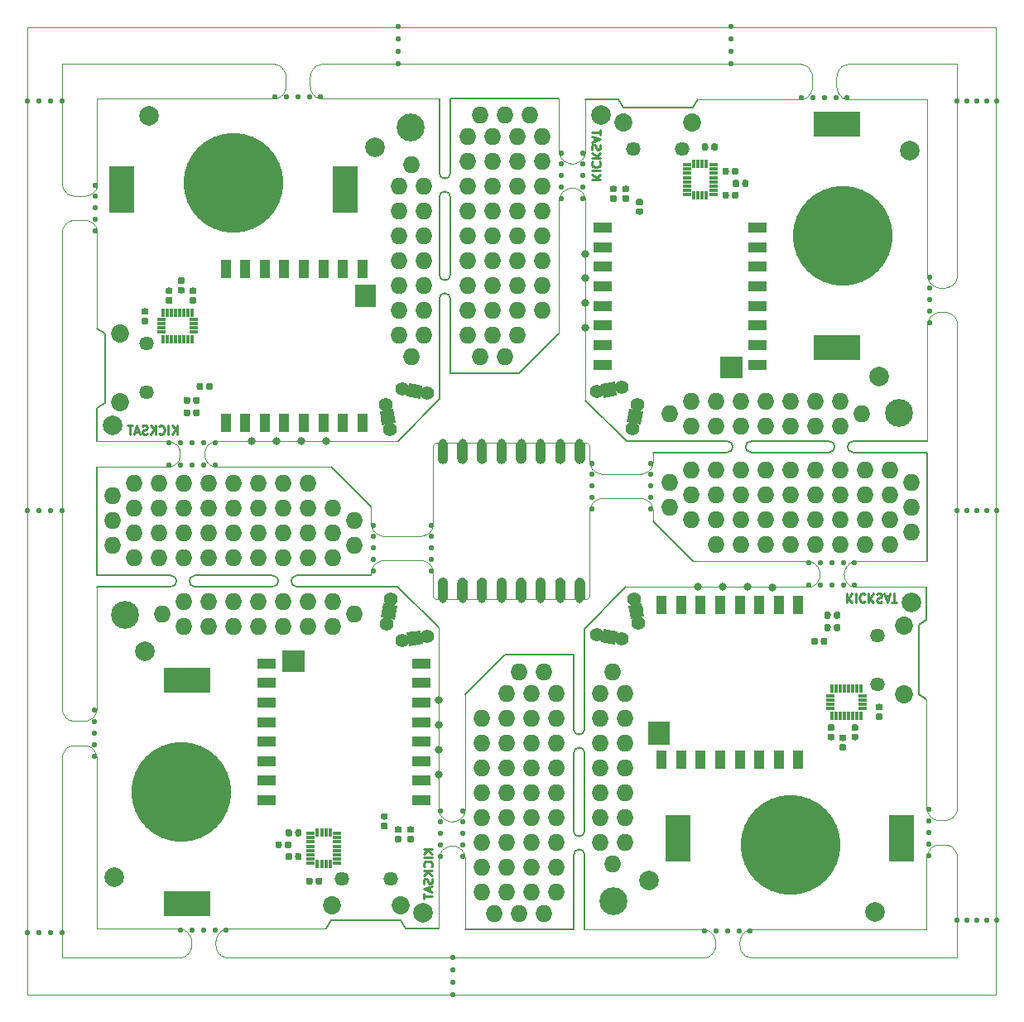
<source format=gbr>
G04 #@! TF.GenerationSoftware,KiCad,Pcbnew,(5.1.4)-1*
G04 #@! TF.CreationDate,2019-09-04T16:38:23-07:00*
G04 #@! TF.ProjectId,output.sprite_panel,6f757470-7574-42e7-9370-726974655f70,rev?*
G04 #@! TF.SameCoordinates,Original*
G04 #@! TF.FileFunction,Soldermask,Bot*
G04 #@! TF.FilePolarity,Negative*
%FSLAX46Y46*%
G04 Gerber Fmt 4.6, Leading zero omitted, Abs format (unit mm)*
G04 Created by KiCad (PCBNEW (5.1.4)-1) date 2019-09-04 16:38:23*
%MOMM*%
%LPD*%
G04 APERTURE LIST*
%ADD10C,0.025400*%
%ADD11C,0.150000*%
%ADD12C,0.222250*%
%ADD13C,0.050800*%
%ADD14C,0.100000*%
%ADD15C,1.000000*%
%ADD16C,0.800800*%
%ADD17C,1.850800*%
%ADD18C,1.458800*%
%ADD19O,1.750800X1.750800*%
%ADD20C,2.850800*%
%ADD21C,2.000000*%
%ADD22C,1.422400*%
%ADD23C,0.640800*%
%ADD24R,2.590800X4.800800*%
%ADD25C,10.210800*%
%ADD26R,1.050800X1.850800*%
%ADD27R,0.422400X0.902400*%
%ADD28R,0.902400X0.422400*%
%ADD29R,1.850800X1.050800*%
%ADD30R,4.800800X2.590800*%
%ADD31C,0.550800*%
G04 APERTURE END LIST*
D10*
G36*
X152273000Y-110172500D02*
G01*
X150177500Y-110172500D01*
X150177500Y-107950000D01*
X152273000Y-107950000D01*
X152273000Y-110172500D01*
G37*
X152273000Y-110172500D02*
X150177500Y-110172500D01*
X150177500Y-107950000D01*
X152273000Y-107950000D01*
X152273000Y-110172500D01*
D11*
X143649700Y-98425000D02*
X147828000Y-94158400D01*
D12*
X170459929Y-94824973D02*
X170459929Y-95713973D01*
X170967929Y-94824973D02*
X170586929Y-95332973D01*
X170967929Y-95713973D02*
X170459929Y-95205973D01*
X171348929Y-94824973D02*
X171348929Y-95713973D01*
X172280262Y-94909640D02*
X172237929Y-94867306D01*
X172110929Y-94824973D01*
X172026262Y-94824973D01*
X171899262Y-94867306D01*
X171814595Y-94951973D01*
X171772262Y-95036640D01*
X171729929Y-95205973D01*
X171729929Y-95332973D01*
X171772262Y-95502306D01*
X171814595Y-95586973D01*
X171899262Y-95671640D01*
X172026262Y-95713973D01*
X172110929Y-95713973D01*
X172237929Y-95671640D01*
X172280262Y-95629306D01*
X172661262Y-94824973D02*
X172661262Y-95713973D01*
X173169262Y-94824973D02*
X172788262Y-95332973D01*
X173169262Y-95713973D02*
X172661262Y-95205973D01*
X173507929Y-94867306D02*
X173634929Y-94824973D01*
X173846595Y-94824973D01*
X173931262Y-94867306D01*
X173973595Y-94909640D01*
X174015929Y-94994306D01*
X174015929Y-95078973D01*
X173973595Y-95163640D01*
X173931262Y-95205973D01*
X173846595Y-95248306D01*
X173677262Y-95290640D01*
X173592595Y-95332973D01*
X173550262Y-95375306D01*
X173507929Y-95459973D01*
X173507929Y-95544640D01*
X173550262Y-95629306D01*
X173592595Y-95671640D01*
X173677262Y-95713973D01*
X173888929Y-95713973D01*
X174015929Y-95671640D01*
X174354595Y-95078973D02*
X174777929Y-95078973D01*
X174269929Y-94824973D02*
X174566262Y-95713973D01*
X174862595Y-94824973D01*
X175031929Y-95713973D02*
X175539929Y-95713973D01*
X175285929Y-94824973D02*
X175285929Y-95713973D01*
D11*
X142506700Y-129159000D02*
X131394200Y-129159000D01*
X143648956Y-98425000D02*
X143648956Y-108686600D01*
X142506700Y-129159000D02*
X142507444Y-121564400D01*
X178624900Y-97536000D02*
X178624900Y-94158400D01*
X177800000Y-105156000D02*
X178624900Y-105664000D01*
X131394200Y-105156000D02*
X135458200Y-101092000D01*
X135458200Y-101092000D02*
X142507444Y-101092000D01*
X142507444Y-108686600D02*
X142507444Y-101092000D01*
X142506700Y-119100600D02*
X142506700Y-111150400D01*
X177800000Y-105156000D02*
X177800000Y-98044000D01*
X177800000Y-98044000D02*
X178624900Y-97536000D01*
X143648956Y-121564400D02*
X143649700Y-129158400D01*
X143648956Y-111150400D02*
X143648956Y-119100600D01*
X142507444Y-121564400D02*
G75*
G02X143648956Y-121564400I570756J0D01*
G01*
X143648956Y-119100600D02*
G75*
G02X142507444Y-119100600I-570756J0D01*
G01*
X142507444Y-111150400D02*
G75*
G02X143648956Y-111150400I570756J0D01*
G01*
X143648956Y-108686600D02*
G75*
G02X142507444Y-108686600I-570756J0D01*
G01*
X147955000Y-79235300D02*
X143688400Y-75057000D01*
D10*
G36*
X159702500Y-72707500D02*
G01*
X157480000Y-72707500D01*
X157480000Y-70612000D01*
X159702500Y-70612000D01*
X159702500Y-72707500D01*
G37*
X159702500Y-72707500D02*
X157480000Y-72707500D01*
X157480000Y-70612000D01*
X159702500Y-70612000D01*
X159702500Y-72707500D01*
D11*
X158216600Y-79236044D02*
G75*
G02X158216600Y-80377556I0J-570756D01*
G01*
X171094400Y-80377556D02*
G75*
G02X171094400Y-79236044I0J570756D01*
G01*
X160680400Y-80377556D02*
G75*
G02X160680400Y-79236044I0J570756D01*
G01*
X168630600Y-79236044D02*
G75*
G02X168630600Y-80377556I0J-570756D01*
G01*
X168630600Y-80378300D02*
X160680400Y-80378300D01*
X158216600Y-80377556D02*
X150622000Y-80377556D01*
X178689000Y-80378300D02*
X178689000Y-91490800D01*
X147955000Y-79236044D02*
X158216600Y-79236044D01*
X171094400Y-79236044D02*
X178688400Y-79235300D01*
X160680400Y-79236044D02*
X168630600Y-79236044D01*
X154686000Y-45085000D02*
X147574000Y-45085000D01*
X147574000Y-45085000D02*
X147066000Y-44260100D01*
X147066000Y-44260100D02*
X143688400Y-44260100D01*
X178689000Y-80378300D02*
X171094400Y-80377556D01*
X154686000Y-91490800D02*
X150622000Y-87426800D01*
X154686000Y-45085000D02*
X155194000Y-44260100D01*
D12*
X144354973Y-52425070D02*
X145243973Y-52425070D01*
X144354973Y-51917070D02*
X144862973Y-52298070D01*
X145243973Y-51917070D02*
X144735973Y-52425070D01*
X144354973Y-51536070D02*
X145243973Y-51536070D01*
X144439640Y-50604737D02*
X144397306Y-50647070D01*
X144354973Y-50774070D01*
X144354973Y-50858737D01*
X144397306Y-50985737D01*
X144481973Y-51070404D01*
X144566640Y-51112737D01*
X144735973Y-51155070D01*
X144862973Y-51155070D01*
X145032306Y-51112737D01*
X145116973Y-51070404D01*
X145201640Y-50985737D01*
X145243973Y-50858737D01*
X145243973Y-50774070D01*
X145201640Y-50647070D01*
X145159306Y-50604737D01*
X144354973Y-50223737D02*
X145243973Y-50223737D01*
X144354973Y-49715737D02*
X144862973Y-50096737D01*
X145243973Y-49715737D02*
X144735973Y-50223737D01*
X144397306Y-49377070D02*
X144354973Y-49250070D01*
X144354973Y-49038404D01*
X144397306Y-48953737D01*
X144439640Y-48911404D01*
X144524306Y-48869070D01*
X144608973Y-48869070D01*
X144693640Y-48911404D01*
X144735973Y-48953737D01*
X144778306Y-49038404D01*
X144820640Y-49207737D01*
X144862973Y-49292404D01*
X144905306Y-49334737D01*
X144989973Y-49377070D01*
X145074640Y-49377070D01*
X145159306Y-49334737D01*
X145201640Y-49292404D01*
X145243973Y-49207737D01*
X145243973Y-48996070D01*
X145201640Y-48869070D01*
X144608973Y-48530404D02*
X144608973Y-48107070D01*
X144354973Y-48615070D02*
X145243973Y-48318737D01*
X144354973Y-48022404D01*
X145243973Y-47853070D02*
X145243973Y-47345070D01*
X144354973Y-47599070D02*
X145243973Y-47599070D01*
D13*
X86614000Y-36890000D02*
X185740000Y-36890000D01*
X185740000Y-135890000D02*
X185740000Y-36890000D01*
X86614000Y-135890000D02*
X86614000Y-36890000D01*
X86614000Y-135890000D02*
X185740000Y-135890000D01*
D10*
G36*
X122237500Y-65405000D02*
G01*
X120142000Y-65405000D01*
X120142000Y-63182500D01*
X122237500Y-63182500D01*
X122237500Y-65405000D01*
G37*
X122237500Y-65405000D02*
X120142000Y-65405000D01*
X120142000Y-63182500D01*
X122237500Y-63182500D01*
X122237500Y-65405000D01*
D11*
X128766044Y-54254400D02*
G75*
G02X129907556Y-54254400I570756J0D01*
G01*
X129907556Y-51790600D02*
G75*
G02X128766044Y-51790600I-570756J0D01*
G01*
X128766044Y-64668400D02*
G75*
G02X129907556Y-64668400I570756J0D01*
G01*
X129907556Y-62204600D02*
G75*
G02X128766044Y-62204600I-570756J0D01*
G01*
X128765300Y-74930000D02*
X124587000Y-79196600D01*
X129908300Y-54254400D02*
X129908300Y-62204600D01*
X129908300Y-44196000D02*
X129907556Y-51790600D01*
X129907556Y-64668400D02*
X129907556Y-72263000D01*
X128766044Y-74930000D02*
X128766044Y-64668400D01*
X128766044Y-62204600D02*
X128766044Y-54254400D01*
X128766044Y-51790600D02*
X128765300Y-44196600D01*
X136956800Y-72263000D02*
X129907556Y-72263000D01*
X141020800Y-68199000D02*
X136956800Y-72263000D01*
X129908300Y-44196000D02*
X141020800Y-44196000D01*
X94615000Y-68199000D02*
X93790100Y-67691000D01*
X94615000Y-75311000D02*
X93790100Y-75819000D01*
X93790100Y-75819000D02*
X93790100Y-79196600D01*
X94615000Y-68199000D02*
X94615000Y-75311000D01*
D12*
X101955070Y-78530026D02*
X101955070Y-77641026D01*
X101447070Y-78530026D02*
X101828070Y-78022026D01*
X101447070Y-77641026D02*
X101955070Y-78149026D01*
X101066070Y-78530026D02*
X101066070Y-77641026D01*
X100134737Y-78445360D02*
X100177070Y-78487693D01*
X100304070Y-78530026D01*
X100388737Y-78530026D01*
X100515737Y-78487693D01*
X100600404Y-78403026D01*
X100642737Y-78318360D01*
X100685070Y-78149026D01*
X100685070Y-78022026D01*
X100642737Y-77852693D01*
X100600404Y-77768026D01*
X100515737Y-77683360D01*
X100388737Y-77641026D01*
X100304070Y-77641026D01*
X100177070Y-77683360D01*
X100134737Y-77725693D01*
X99753737Y-78530026D02*
X99753737Y-77641026D01*
X99245737Y-78530026D02*
X99626737Y-78022026D01*
X99245737Y-77641026D02*
X99753737Y-78149026D01*
X98907070Y-78487693D02*
X98780070Y-78530026D01*
X98568404Y-78530026D01*
X98483737Y-78487693D01*
X98441404Y-78445360D01*
X98399070Y-78360693D01*
X98399070Y-78276026D01*
X98441404Y-78191360D01*
X98483737Y-78149026D01*
X98568404Y-78106693D01*
X98737737Y-78064360D01*
X98822404Y-78022026D01*
X98864737Y-77979693D01*
X98907070Y-77895026D01*
X98907070Y-77810360D01*
X98864737Y-77725693D01*
X98822404Y-77683360D01*
X98737737Y-77641026D01*
X98526070Y-77641026D01*
X98399070Y-77683360D01*
X98060404Y-78276026D02*
X97637070Y-78276026D01*
X98145070Y-78530026D02*
X97848737Y-77641026D01*
X97552404Y-78530026D01*
X97383070Y-77641026D02*
X96875070Y-77641026D01*
X97129070Y-78530026D02*
X97129070Y-77641026D01*
D10*
G36*
X114935000Y-102743000D02*
G01*
X112712500Y-102743000D01*
X112712500Y-100647500D01*
X114935000Y-100647500D01*
X114935000Y-102743000D01*
G37*
X114935000Y-102743000D02*
X112712500Y-102743000D01*
X112712500Y-100647500D01*
X114935000Y-100647500D01*
X114935000Y-102743000D01*
D11*
X103784400Y-94118956D02*
G75*
G02X103784400Y-92977444I0J570756D01*
G01*
X101320600Y-92977444D02*
G75*
G02X101320600Y-94118956I0J-570756D01*
G01*
X114198400Y-94118956D02*
G75*
G02X114198400Y-92977444I0J570756D01*
G01*
X111734600Y-92977444D02*
G75*
G02X111734600Y-94118956I0J-570756D01*
G01*
X124460000Y-94119700D02*
X128726600Y-98298000D01*
X103784400Y-92976700D02*
X111734600Y-92976700D01*
X93726000Y-92976700D02*
X101320600Y-92977444D01*
X114198400Y-92977444D02*
X121793000Y-92977444D01*
X124460000Y-94118956D02*
X114198400Y-94118956D01*
X111734600Y-94118956D02*
X103784400Y-94118956D01*
X101320600Y-94118956D02*
X93726600Y-94119700D01*
X117729000Y-81864200D02*
X121793000Y-85928200D01*
X93726000Y-92976700D02*
X93726000Y-81864200D01*
X117729000Y-128270000D02*
X117221000Y-129094900D01*
X124841000Y-128270000D02*
X125349000Y-129094900D01*
X125349000Y-129094900D02*
X128726600Y-129094900D01*
X117729000Y-128270000D02*
X124841000Y-128270000D01*
D12*
X128060026Y-120929929D02*
X127171026Y-120929929D01*
X128060026Y-121437929D02*
X127552026Y-121056929D01*
X127171026Y-121437929D02*
X127679026Y-120929929D01*
X128060026Y-121818929D02*
X127171026Y-121818929D01*
X127975360Y-122750262D02*
X128017693Y-122707929D01*
X128060026Y-122580929D01*
X128060026Y-122496262D01*
X128017693Y-122369262D01*
X127933026Y-122284595D01*
X127848360Y-122242262D01*
X127679026Y-122199929D01*
X127552026Y-122199929D01*
X127382693Y-122242262D01*
X127298026Y-122284595D01*
X127213360Y-122369262D01*
X127171026Y-122496262D01*
X127171026Y-122580929D01*
X127213360Y-122707929D01*
X127255693Y-122750262D01*
X128060026Y-123131262D02*
X127171026Y-123131262D01*
X128060026Y-123639262D02*
X127552026Y-123258262D01*
X127171026Y-123639262D02*
X127679026Y-123131262D01*
X128017693Y-123977929D02*
X128060026Y-124104929D01*
X128060026Y-124316595D01*
X128017693Y-124401262D01*
X127975360Y-124443595D01*
X127890693Y-124485929D01*
X127806026Y-124485929D01*
X127721360Y-124443595D01*
X127679026Y-124401262D01*
X127636693Y-124316595D01*
X127594360Y-124147262D01*
X127552026Y-124062595D01*
X127509693Y-124020262D01*
X127425026Y-123977929D01*
X127340360Y-123977929D01*
X127255693Y-124020262D01*
X127213360Y-124062595D01*
X127171026Y-124147262D01*
X127171026Y-124358929D01*
X127213360Y-124485929D01*
X127806026Y-124824595D02*
X127806026Y-125247929D01*
X128060026Y-124739929D02*
X127171026Y-125036262D01*
X128060026Y-125332595D01*
X127171026Y-125501929D02*
X127171026Y-126009929D01*
X128060026Y-125755929D02*
X127171026Y-125755929D01*
D14*
X144145000Y-95123000D02*
X143891000Y-95377000D01*
X128397000Y-95377000D02*
X128143000Y-95123000D01*
X128143000Y-79629000D02*
X128397000Y-79375000D01*
X143891000Y-79375000D02*
X144145000Y-79629000D01*
X143891000Y-79375000D02*
X128397000Y-79375000D01*
X128397000Y-95375000D02*
X143891000Y-95375000D01*
X160741998Y-132080000D02*
X181736000Y-132080000D01*
X155742010Y-129158400D02*
X143649700Y-129158400D01*
X160742013Y-129158400D02*
X178624900Y-129158400D01*
X160741998Y-132080000D02*
X160642294Y-132072313D01*
X160742013Y-129158400D02*
X160642309Y-129166087D01*
X160642294Y-132072313D02*
X160543476Y-132056985D01*
X160642309Y-129166087D02*
X160543491Y-129181415D01*
X160543476Y-132056985D02*
X160446129Y-132034107D01*
X160543491Y-129181415D02*
X160446144Y-129204293D01*
X160446129Y-132034107D02*
X160350829Y-132003814D01*
X160446144Y-129204293D02*
X160350844Y-129234586D01*
X160350829Y-132003814D02*
X160258139Y-131966285D01*
X160350844Y-129234586D02*
X160258154Y-129272115D01*
X160258139Y-131966285D02*
X160168608Y-131921742D01*
X160258154Y-129272115D02*
X160168623Y-129316658D01*
X160168608Y-131921742D02*
X160082766Y-131870449D01*
X160168623Y-129316658D02*
X160082781Y-129367951D01*
X160082766Y-131870449D02*
X160001121Y-131812709D01*
X160082781Y-129367951D02*
X160001136Y-129425691D01*
X160001121Y-131812709D02*
X159924156Y-131748864D01*
X160001136Y-129425691D02*
X159924171Y-129489536D01*
X159924156Y-131748864D02*
X159852326Y-131679292D01*
X159924171Y-129489536D02*
X159852341Y-129559108D01*
X159852326Y-131679292D02*
X159786056Y-131604405D01*
X159852341Y-129559108D02*
X159786071Y-129633995D01*
X159786056Y-131604405D02*
X159725738Y-131524646D01*
X159786071Y-129633995D02*
X159725753Y-129713754D01*
X159725738Y-131524646D02*
X159671729Y-131440487D01*
X159725753Y-129713754D02*
X159671744Y-129797913D01*
X159671729Y-131440487D02*
X159624349Y-131352426D01*
X159671744Y-129797913D02*
X159624364Y-129885974D01*
X159624349Y-131352426D02*
X159583878Y-131260984D01*
X159624364Y-129885974D02*
X159583893Y-129977416D01*
X159583878Y-131260984D02*
X159550556Y-131166702D01*
X159583893Y-129977416D02*
X159550571Y-130071698D01*
X159550556Y-131166702D02*
X159524580Y-131070138D01*
X159550571Y-130071698D02*
X159524595Y-130168262D01*
X159524580Y-131070138D02*
X159506103Y-130971863D01*
X159524595Y-130168262D02*
X159506118Y-130266537D01*
X159506103Y-130971863D02*
X159495235Y-130872458D01*
X159506118Y-130266537D02*
X159495250Y-130365942D01*
X159495235Y-130872458D02*
X159492040Y-130772512D01*
X159495250Y-130365942D02*
X159492055Y-130465888D01*
X159492040Y-130772512D02*
X159492055Y-130465888D01*
X155742055Y-132080000D02*
X155841759Y-132072313D01*
X155742010Y-129158400D02*
X155841714Y-129166087D01*
X155841759Y-132072313D02*
X155940577Y-132056985D01*
X155841714Y-129166087D02*
X155940532Y-129181415D01*
X155940577Y-132056985D02*
X156037924Y-132034107D01*
X155940532Y-129181415D02*
X156037879Y-129204293D01*
X156037924Y-132034107D02*
X156133224Y-132003814D01*
X156037879Y-129204293D02*
X156133179Y-129234586D01*
X156133224Y-132003814D02*
X156225914Y-131966285D01*
X156133179Y-129234586D02*
X156225869Y-129272115D01*
X156225914Y-131966285D02*
X156315445Y-131921742D01*
X156225869Y-129272115D02*
X156315400Y-129316658D01*
X156315445Y-131921742D02*
X156401287Y-131870449D01*
X156315400Y-129316658D02*
X156401242Y-129367951D01*
X156401287Y-131870449D02*
X156482932Y-131812709D01*
X156401242Y-129367951D02*
X156482887Y-129425691D01*
X156482932Y-131812709D02*
X156559897Y-131748864D01*
X156482887Y-129425691D02*
X156559852Y-129489536D01*
X156559897Y-131748864D02*
X156631727Y-131679292D01*
X156559852Y-129489536D02*
X156631682Y-129559108D01*
X156631727Y-131679292D02*
X156697997Y-131604405D01*
X156631682Y-129559108D02*
X156697952Y-129633995D01*
X156697997Y-131604405D02*
X156758315Y-131524646D01*
X156697952Y-129633995D02*
X156758270Y-129713754D01*
X156758315Y-131524646D02*
X156812324Y-131440487D01*
X156758270Y-129713754D02*
X156812279Y-129797913D01*
X156812324Y-131440487D02*
X156859704Y-131352426D01*
X156812279Y-129797913D02*
X156859659Y-129885974D01*
X156859704Y-131352426D02*
X156900175Y-131260984D01*
X156859659Y-129885974D02*
X156900130Y-129977416D01*
X156900175Y-131260984D02*
X156933497Y-131166702D01*
X156900130Y-129977416D02*
X156933452Y-130071698D01*
X156933497Y-131166702D02*
X156959473Y-131070138D01*
X156933452Y-130071698D02*
X156959428Y-130168262D01*
X156959473Y-131070138D02*
X156977950Y-130971863D01*
X156959428Y-130168262D02*
X156977905Y-130266537D01*
X156977950Y-130971863D02*
X156988818Y-130872458D01*
X156977905Y-130266537D02*
X156988773Y-130365942D01*
X156988818Y-130872458D02*
X156992013Y-130772512D01*
X156988773Y-130365942D02*
X156991968Y-130465888D01*
X156992013Y-130772512D02*
X156991968Y-130465888D01*
X128726600Y-121880008D02*
X128726600Y-129094900D01*
X128726600Y-116879990D02*
X128726600Y-98298000D01*
X131394200Y-121879995D02*
X131394200Y-129158400D01*
X131394200Y-116879990D02*
X131394200Y-105156000D01*
X131394200Y-121879995D02*
X131386513Y-121780291D01*
X128726600Y-121880008D02*
X128734287Y-121780304D01*
X131386513Y-121780291D02*
X131371185Y-121681473D01*
X128734287Y-121780304D02*
X128749615Y-121681486D01*
X131371185Y-121681473D02*
X131348307Y-121584126D01*
X128749615Y-121681486D02*
X128772493Y-121584139D01*
X131348307Y-121584126D02*
X131318014Y-121488826D01*
X128772493Y-121584139D02*
X128802786Y-121488839D01*
X131318014Y-121488826D02*
X131280485Y-121396136D01*
X128802786Y-121488839D02*
X128840315Y-121396149D01*
X131280485Y-121396136D02*
X131235942Y-121306605D01*
X128840315Y-121396149D02*
X128884858Y-121306618D01*
X131235942Y-121306605D02*
X131184649Y-121220763D01*
X128884858Y-121306618D02*
X128936151Y-121220776D01*
X131184649Y-121220763D02*
X131126909Y-121139118D01*
X128936151Y-121220776D02*
X128993891Y-121139131D01*
X131126909Y-121139118D02*
X131063064Y-121062153D01*
X128993891Y-121139131D02*
X129057736Y-121062166D01*
X131063064Y-121062153D02*
X130993492Y-120990323D01*
X129057736Y-121062166D02*
X129127308Y-120990336D01*
X130993492Y-120990323D02*
X130918605Y-120924053D01*
X129127308Y-120990336D02*
X129202195Y-120924066D01*
X130918605Y-120924053D02*
X130838846Y-120863735D01*
X129202195Y-120924066D02*
X129281954Y-120863748D01*
X130838846Y-120863735D02*
X130754687Y-120809726D01*
X129281954Y-120863748D02*
X129366113Y-120809739D01*
X130754687Y-120809726D02*
X130666626Y-120762346D01*
X129366113Y-120809739D02*
X129454174Y-120762359D01*
X130666626Y-120762346D02*
X130575184Y-120721875D01*
X129454174Y-120762359D02*
X129545616Y-120721888D01*
X130575184Y-120721875D02*
X130480902Y-120688553D01*
X129545616Y-120721888D02*
X129639898Y-120688566D01*
X130480902Y-120688553D02*
X130384338Y-120662577D01*
X129639898Y-120688566D02*
X129736462Y-120662590D01*
X130384338Y-120662577D02*
X130286063Y-120644100D01*
X129736462Y-120662590D02*
X129834737Y-120644113D01*
X130286063Y-120644100D02*
X130186658Y-120633232D01*
X129834737Y-120644113D02*
X129934142Y-120633245D01*
X130186658Y-120633232D02*
X130086712Y-120630037D01*
X129934142Y-120633245D02*
X130034088Y-120630050D01*
X130034088Y-120630050D02*
X130086712Y-120630037D01*
X131394200Y-116879990D02*
X131386513Y-116979694D01*
X128726600Y-116879990D02*
X128734287Y-116979694D01*
X131386513Y-116979694D02*
X131371185Y-117078512D01*
X128734287Y-116979694D02*
X128749615Y-117078512D01*
X131371185Y-117078512D02*
X131348307Y-117175859D01*
X128749615Y-117078512D02*
X128772493Y-117175859D01*
X131348307Y-117175859D02*
X131318014Y-117271159D01*
X128772493Y-117175859D02*
X128802786Y-117271159D01*
X131318014Y-117271159D02*
X131280485Y-117363849D01*
X128802786Y-117271159D02*
X128840315Y-117363849D01*
X131280485Y-117363849D02*
X131235942Y-117453380D01*
X128840315Y-117363849D02*
X128884858Y-117453380D01*
X131235942Y-117453380D02*
X131184649Y-117539222D01*
X128884858Y-117453380D02*
X128936151Y-117539222D01*
X131184649Y-117539222D02*
X131126909Y-117620867D01*
X128936151Y-117539222D02*
X128993891Y-117620867D01*
X131126909Y-117620867D02*
X131063064Y-117697832D01*
X128993891Y-117620867D02*
X129057736Y-117697832D01*
X131063064Y-117697832D02*
X130993492Y-117769662D01*
X129057736Y-117697832D02*
X129127308Y-117769662D01*
X130993492Y-117769662D02*
X130918605Y-117835932D01*
X129127308Y-117769662D02*
X129202195Y-117835932D01*
X130918605Y-117835932D02*
X130838846Y-117896250D01*
X129202195Y-117835932D02*
X129281954Y-117896250D01*
X130838846Y-117896250D02*
X130754687Y-117950259D01*
X129281954Y-117896250D02*
X129366113Y-117950259D01*
X130754687Y-117950259D02*
X130666626Y-117997639D01*
X129366113Y-117950259D02*
X129454174Y-117997639D01*
X130666626Y-117997639D02*
X130575184Y-118038110D01*
X129454174Y-117997639D02*
X129545616Y-118038110D01*
X130575184Y-118038110D02*
X130480902Y-118071432D01*
X129545616Y-118038110D02*
X129639898Y-118071432D01*
X130480902Y-118071432D02*
X130384338Y-118097408D01*
X129639898Y-118071432D02*
X129736462Y-118097408D01*
X130384338Y-118097408D02*
X130286063Y-118115885D01*
X129736462Y-118097408D02*
X129834737Y-118115885D01*
X130286063Y-118115885D02*
X130186658Y-118126753D01*
X129834737Y-118115885D02*
X129934142Y-118126753D01*
X130186658Y-118126753D02*
X130086712Y-118129948D01*
X129934142Y-118126753D02*
X130034088Y-118129948D01*
X130034088Y-118129948D02*
X130086712Y-118129948D01*
X101004992Y-79196600D02*
X93790100Y-79196600D01*
X106005010Y-79196600D02*
X124587000Y-79196600D01*
X101005005Y-81864200D02*
X93726600Y-81864200D01*
X106005010Y-81864200D02*
X117729000Y-81864200D01*
X101005005Y-81864200D02*
X101104709Y-81856513D01*
X101004992Y-79196600D02*
X101104696Y-79204287D01*
X101104709Y-81856513D02*
X101203527Y-81841185D01*
X101104696Y-79204287D02*
X101203514Y-79219615D01*
X101203527Y-81841185D02*
X101300874Y-81818307D01*
X101203514Y-79219615D02*
X101300861Y-79242493D01*
X101300874Y-81818307D02*
X101396174Y-81788014D01*
X101300861Y-79242493D02*
X101396161Y-79272786D01*
X101396174Y-81788014D02*
X101488864Y-81750485D01*
X101396161Y-79272786D02*
X101488851Y-79310315D01*
X101488864Y-81750485D02*
X101578395Y-81705942D01*
X101488851Y-79310315D02*
X101578382Y-79354858D01*
X101578395Y-81705942D02*
X101664237Y-81654649D01*
X101578382Y-79354858D02*
X101664224Y-79406151D01*
X101664237Y-81654649D02*
X101745882Y-81596909D01*
X101664224Y-79406151D02*
X101745869Y-79463891D01*
X101745882Y-81596909D02*
X101822847Y-81533064D01*
X101745869Y-79463891D02*
X101822834Y-79527736D01*
X101822847Y-81533064D02*
X101894677Y-81463492D01*
X101822834Y-79527736D02*
X101894664Y-79597308D01*
X101894677Y-81463492D02*
X101960947Y-81388605D01*
X101894664Y-79597308D02*
X101960934Y-79672195D01*
X101960947Y-81388605D02*
X102021265Y-81308846D01*
X101960934Y-79672195D02*
X102021252Y-79751954D01*
X102021265Y-81308846D02*
X102075274Y-81224687D01*
X102021252Y-79751954D02*
X102075261Y-79836113D01*
X102075274Y-81224687D02*
X102122654Y-81136626D01*
X102075261Y-79836113D02*
X102122641Y-79924174D01*
X102122654Y-81136626D02*
X102163125Y-81045184D01*
X102122641Y-79924174D02*
X102163112Y-80015616D01*
X102163125Y-81045184D02*
X102196447Y-80950902D01*
X102163112Y-80015616D02*
X102196434Y-80109898D01*
X102196447Y-80950902D02*
X102222423Y-80854338D01*
X102196434Y-80109898D02*
X102222410Y-80206462D01*
X102222423Y-80854338D02*
X102240900Y-80756063D01*
X102222410Y-80206462D02*
X102240887Y-80304737D01*
X102240900Y-80756063D02*
X102251768Y-80656658D01*
X102240887Y-80304737D02*
X102251755Y-80404142D01*
X102251768Y-80656658D02*
X102254963Y-80556712D01*
X102251755Y-80404142D02*
X102254950Y-80504088D01*
X102254950Y-80504088D02*
X102254963Y-80556712D01*
X106005010Y-81864200D02*
X105905306Y-81856513D01*
X106005010Y-79196600D02*
X105905306Y-79204287D01*
X105905306Y-81856513D02*
X105806488Y-81841185D01*
X105905306Y-79204287D02*
X105806488Y-79219615D01*
X105806488Y-81841185D02*
X105709141Y-81818307D01*
X105806488Y-79219615D02*
X105709141Y-79242493D01*
X105709141Y-81818307D02*
X105613841Y-81788014D01*
X105709141Y-79242493D02*
X105613841Y-79272786D01*
X105613841Y-81788014D02*
X105521151Y-81750485D01*
X105613841Y-79272786D02*
X105521151Y-79310315D01*
X105521151Y-81750485D02*
X105431620Y-81705942D01*
X105521151Y-79310315D02*
X105431620Y-79354858D01*
X105431620Y-81705942D02*
X105345778Y-81654649D01*
X105431620Y-79354858D02*
X105345778Y-79406151D01*
X105345778Y-81654649D02*
X105264133Y-81596909D01*
X105345778Y-79406151D02*
X105264133Y-79463891D01*
X105264133Y-81596909D02*
X105187168Y-81533064D01*
X105264133Y-79463891D02*
X105187168Y-79527736D01*
X105187168Y-81533064D02*
X105115338Y-81463492D01*
X105187168Y-79527736D02*
X105115338Y-79597308D01*
X105115338Y-81463492D02*
X105049068Y-81388605D01*
X105115338Y-79597308D02*
X105049068Y-79672195D01*
X105049068Y-81388605D02*
X104988750Y-81308846D01*
X105049068Y-79672195D02*
X104988750Y-79751954D01*
X104988750Y-81308846D02*
X104934741Y-81224687D01*
X104988750Y-79751954D02*
X104934741Y-79836113D01*
X104934741Y-81224687D02*
X104887361Y-81136626D01*
X104934741Y-79836113D02*
X104887361Y-79924174D01*
X104887361Y-81136626D02*
X104846890Y-81045184D01*
X104887361Y-79924174D02*
X104846890Y-80015616D01*
X104846890Y-81045184D02*
X104813568Y-80950902D01*
X104846890Y-80015616D02*
X104813568Y-80109898D01*
X104813568Y-80950902D02*
X104787592Y-80854338D01*
X104813568Y-80109898D02*
X104787592Y-80206462D01*
X104787592Y-80854338D02*
X104769115Y-80756063D01*
X104787592Y-80206462D02*
X104769115Y-80304737D01*
X104769115Y-80756063D02*
X104758247Y-80656658D01*
X104769115Y-80304737D02*
X104758247Y-80404142D01*
X104758247Y-80656658D02*
X104755052Y-80556712D01*
X104758247Y-80404142D02*
X104755052Y-80504088D01*
X104755052Y-80504088D02*
X104755052Y-80556712D01*
X171409995Y-91490800D02*
X178688400Y-91490800D01*
X166409990Y-91490800D02*
X154686000Y-91490800D01*
X171410008Y-94158400D02*
X178624900Y-94158400D01*
X166409990Y-94158400D02*
X147828000Y-94158400D01*
X166409990Y-94158400D02*
X166509694Y-94150713D01*
X166409990Y-91490800D02*
X166509694Y-91498487D01*
X166509694Y-94150713D02*
X166608512Y-94135385D01*
X166509694Y-91498487D02*
X166608512Y-91513815D01*
X166608512Y-94135385D02*
X166705859Y-94112507D01*
X166608512Y-91513815D02*
X166705859Y-91536693D01*
X166705859Y-94112507D02*
X166801159Y-94082214D01*
X166705859Y-91536693D02*
X166801159Y-91566986D01*
X166801159Y-94082214D02*
X166893849Y-94044685D01*
X166801159Y-91566986D02*
X166893849Y-91604515D01*
X166893849Y-94044685D02*
X166983380Y-94000142D01*
X166893849Y-91604515D02*
X166983380Y-91649058D01*
X166983380Y-94000142D02*
X167069222Y-93948849D01*
X166983380Y-91649058D02*
X167069222Y-91700351D01*
X167069222Y-93948849D02*
X167150867Y-93891109D01*
X167069222Y-91700351D02*
X167150867Y-91758091D01*
X167150867Y-93891109D02*
X167227832Y-93827264D01*
X167150867Y-91758091D02*
X167227832Y-91821936D01*
X167227832Y-93827264D02*
X167299662Y-93757692D01*
X167227832Y-91821936D02*
X167299662Y-91891508D01*
X167299662Y-93757692D02*
X167365932Y-93682805D01*
X167299662Y-91891508D02*
X167365932Y-91966395D01*
X167365932Y-93682805D02*
X167426250Y-93603046D01*
X167365932Y-91966395D02*
X167426250Y-92046154D01*
X167426250Y-93603046D02*
X167480259Y-93518887D01*
X167426250Y-92046154D02*
X167480259Y-92130313D01*
X167480259Y-93518887D02*
X167527639Y-93430826D01*
X167480259Y-92130313D02*
X167527639Y-92218374D01*
X167527639Y-93430826D02*
X167568110Y-93339384D01*
X167527639Y-92218374D02*
X167568110Y-92309816D01*
X167568110Y-93339384D02*
X167601432Y-93245102D01*
X167568110Y-92309816D02*
X167601432Y-92404098D01*
X167601432Y-93245102D02*
X167627408Y-93148538D01*
X167601432Y-92404098D02*
X167627408Y-92500662D01*
X167627408Y-93148538D02*
X167645885Y-93050263D01*
X167627408Y-92500662D02*
X167645885Y-92598937D01*
X167645885Y-93050263D02*
X167656753Y-92950858D01*
X167645885Y-92598937D02*
X167656753Y-92698342D01*
X167656753Y-92950858D02*
X167659948Y-92850912D01*
X167656753Y-92698342D02*
X167659948Y-92798288D01*
X167659948Y-92798288D02*
X167659948Y-92850912D01*
X171409995Y-91490800D02*
X171310291Y-91498487D01*
X171410008Y-94158400D02*
X171310304Y-94150713D01*
X171310291Y-91498487D02*
X171211473Y-91513815D01*
X171310304Y-94150713D02*
X171211486Y-94135385D01*
X171211473Y-91513815D02*
X171114126Y-91536693D01*
X171211486Y-94135385D02*
X171114139Y-94112507D01*
X171114126Y-91536693D02*
X171018826Y-91566986D01*
X171114139Y-94112507D02*
X171018839Y-94082214D01*
X171018826Y-91566986D02*
X170926136Y-91604515D01*
X171018839Y-94082214D02*
X170926149Y-94044685D01*
X170926136Y-91604515D02*
X170836605Y-91649058D01*
X170926149Y-94044685D02*
X170836618Y-94000142D01*
X170836605Y-91649058D02*
X170750763Y-91700351D01*
X170836618Y-94000142D02*
X170750776Y-93948849D01*
X170750763Y-91700351D02*
X170669118Y-91758091D01*
X170750776Y-93948849D02*
X170669131Y-93891109D01*
X170669118Y-91758091D02*
X170592153Y-91821936D01*
X170669131Y-93891109D02*
X170592166Y-93827264D01*
X170592153Y-91821936D02*
X170520323Y-91891508D01*
X170592166Y-93827264D02*
X170520336Y-93757692D01*
X170520323Y-91891508D02*
X170454053Y-91966395D01*
X170520336Y-93757692D02*
X170454066Y-93682805D01*
X170454053Y-91966395D02*
X170393735Y-92046154D01*
X170454066Y-93682805D02*
X170393748Y-93603046D01*
X170393735Y-92046154D02*
X170339726Y-92130313D01*
X170393748Y-93603046D02*
X170339739Y-93518887D01*
X170339726Y-92130313D02*
X170292346Y-92218374D01*
X170339739Y-93518887D02*
X170292359Y-93430826D01*
X170292346Y-92218374D02*
X170251875Y-92309816D01*
X170292359Y-93430826D02*
X170251888Y-93339384D01*
X170251875Y-92309816D02*
X170218553Y-92404098D01*
X170251888Y-93339384D02*
X170218566Y-93245102D01*
X170218553Y-92404098D02*
X170192577Y-92500662D01*
X170218566Y-93245102D02*
X170192590Y-93148538D01*
X170192577Y-92500662D02*
X170174100Y-92598937D01*
X170192590Y-93148538D02*
X170174113Y-93050263D01*
X170174100Y-92598937D02*
X170163232Y-92698342D01*
X170174113Y-93050263D02*
X170163245Y-92950858D01*
X170163232Y-92698342D02*
X170160037Y-92798288D01*
X170163245Y-92950858D02*
X170160050Y-92850912D01*
X170160037Y-92798288D02*
X170160050Y-92850912D01*
X143688400Y-49569992D02*
X143688400Y-44260100D01*
X143688400Y-54570008D02*
X143688400Y-75057000D01*
X141020800Y-49569997D02*
X141020800Y-44196600D01*
X141020800Y-54569995D02*
X141020800Y-68199000D01*
X141020800Y-49569997D02*
X141028487Y-49669701D01*
X143688400Y-49569992D02*
X143680713Y-49669696D01*
X141028487Y-49669701D02*
X141043815Y-49768519D01*
X143680713Y-49669696D02*
X143665385Y-49768514D01*
X141043815Y-49768519D02*
X141066693Y-49865866D01*
X143665385Y-49768514D02*
X143642507Y-49865861D01*
X141066693Y-49865866D02*
X141096986Y-49961166D01*
X143642507Y-49865861D02*
X143612214Y-49961161D01*
X141096986Y-49961166D02*
X141134515Y-50053856D01*
X143612214Y-49961161D02*
X143574685Y-50053851D01*
X141134515Y-50053856D02*
X141179058Y-50143387D01*
X143574685Y-50053851D02*
X143530142Y-50143382D01*
X141179058Y-50143387D02*
X141230351Y-50229229D01*
X143530142Y-50143382D02*
X143478849Y-50229224D01*
X141230351Y-50229229D02*
X141288091Y-50310874D01*
X143478849Y-50229224D02*
X143421109Y-50310869D01*
X141288091Y-50310874D02*
X141351936Y-50387839D01*
X143421109Y-50310869D02*
X143357264Y-50387834D01*
X141351936Y-50387839D02*
X141421508Y-50459669D01*
X143357264Y-50387834D02*
X143287692Y-50459664D01*
X141421508Y-50459669D02*
X141496395Y-50525939D01*
X143287692Y-50459664D02*
X143212805Y-50525934D01*
X141496395Y-50525939D02*
X141576154Y-50586257D01*
X143212805Y-50525934D02*
X143133046Y-50586252D01*
X141576154Y-50586257D02*
X141660313Y-50640266D01*
X143133046Y-50586252D02*
X143048887Y-50640261D01*
X141660313Y-50640266D02*
X141748374Y-50687646D01*
X143048887Y-50640261D02*
X142960826Y-50687641D01*
X141748374Y-50687646D02*
X141839816Y-50728117D01*
X142960826Y-50687641D02*
X142869384Y-50728112D01*
X141839816Y-50728117D02*
X141934098Y-50761439D01*
X142869384Y-50728112D02*
X142775102Y-50761434D01*
X141934098Y-50761439D02*
X142030662Y-50787415D01*
X142775102Y-50761434D02*
X142678538Y-50787410D01*
X142030662Y-50787415D02*
X142128937Y-50805892D01*
X142678538Y-50787410D02*
X142580263Y-50805887D01*
X142128937Y-50805892D02*
X142228342Y-50816760D01*
X142580263Y-50805887D02*
X142480858Y-50816755D01*
X142228342Y-50816760D02*
X142328288Y-50819955D01*
X142480858Y-50816755D02*
X142380912Y-50819950D01*
X142380912Y-50819950D02*
X142328288Y-50819955D01*
X141020800Y-54569995D02*
X141028487Y-54470291D01*
X143688400Y-54570008D02*
X143680713Y-54470304D01*
X141028487Y-54470291D02*
X141043815Y-54371473D01*
X143680713Y-54470304D02*
X143665385Y-54371486D01*
X141043815Y-54371473D02*
X141066693Y-54274126D01*
X143665385Y-54371486D02*
X143642507Y-54274139D01*
X141066693Y-54274126D02*
X141096986Y-54178826D01*
X143642507Y-54274139D02*
X143612214Y-54178839D01*
X141096986Y-54178826D02*
X141134515Y-54086136D01*
X143612214Y-54178839D02*
X143574685Y-54086149D01*
X141134515Y-54086136D02*
X141179058Y-53996605D01*
X143574685Y-54086149D02*
X143530142Y-53996618D01*
X141179058Y-53996605D02*
X141230351Y-53910763D01*
X143530142Y-53996618D02*
X143478849Y-53910776D01*
X141230351Y-53910763D02*
X141288091Y-53829118D01*
X143478849Y-53910776D02*
X143421109Y-53829131D01*
X141288091Y-53829118D02*
X141351936Y-53752153D01*
X143421109Y-53829131D02*
X143357264Y-53752166D01*
X141351936Y-53752153D02*
X141421508Y-53680323D01*
X143357264Y-53752166D02*
X143287692Y-53680336D01*
X141421508Y-53680323D02*
X141496395Y-53614053D01*
X143287692Y-53680336D02*
X143212805Y-53614066D01*
X141496395Y-53614053D02*
X141576154Y-53553735D01*
X143212805Y-53614066D02*
X143133046Y-53553748D01*
X141576154Y-53553735D02*
X141660313Y-53499726D01*
X143133046Y-53553748D02*
X143048887Y-53499739D01*
X141660313Y-53499726D02*
X141748374Y-53452346D01*
X143048887Y-53499739D02*
X142960826Y-53452359D01*
X141748374Y-53452346D02*
X141839816Y-53411875D01*
X142960826Y-53452359D02*
X142869384Y-53411888D01*
X141839816Y-53411875D02*
X141934098Y-53378553D01*
X142869384Y-53411888D02*
X142775102Y-53378566D01*
X141934098Y-53378553D02*
X142030662Y-53352577D01*
X142775102Y-53378566D02*
X142678538Y-53352590D01*
X142030662Y-53352577D02*
X142128937Y-53334100D01*
X142678538Y-53352590D02*
X142580263Y-53334113D01*
X142128937Y-53334100D02*
X142228342Y-53323232D01*
X142580263Y-53334113D02*
X142480858Y-53323245D01*
X142228342Y-53323232D02*
X142328288Y-53320037D01*
X142480858Y-53323245D02*
X142380912Y-53320050D01*
X142380912Y-53320050D02*
X142328288Y-53320037D01*
X181736000Y-121753015D02*
X181736000Y-132080000D01*
X178624900Y-121753000D02*
X178624900Y-129158400D01*
X178624900Y-116752997D02*
X178624900Y-105664000D01*
X178624900Y-116752997D02*
X178632587Y-116852701D01*
X181736000Y-116752910D02*
X181728313Y-116852614D01*
X178632587Y-116852701D02*
X178647915Y-116951519D01*
X181728313Y-116852614D02*
X181712985Y-116951432D01*
X178647915Y-116951519D02*
X178670793Y-117048866D01*
X181712985Y-116951432D02*
X181690107Y-117048779D01*
X178670793Y-117048866D02*
X178701086Y-117144166D01*
X181690107Y-117048779D02*
X181659814Y-117144079D01*
X178701086Y-117144166D02*
X178738615Y-117236856D01*
X181659814Y-117144079D02*
X181622285Y-117236769D01*
X178738615Y-117236856D02*
X178783158Y-117326387D01*
X181622285Y-117236769D02*
X181577742Y-117326300D01*
X178783158Y-117326387D02*
X178834451Y-117412229D01*
X181577742Y-117326300D02*
X181526449Y-117412142D01*
X178834451Y-117412229D02*
X178892191Y-117493874D01*
X181526449Y-117412142D02*
X181468709Y-117493787D01*
X178892191Y-117493874D02*
X178956036Y-117570839D01*
X181468709Y-117493787D02*
X181404864Y-117570752D01*
X178956036Y-117570839D02*
X179025608Y-117642669D01*
X181404864Y-117570752D02*
X181335292Y-117642582D01*
X179025608Y-117642669D02*
X179100495Y-117708939D01*
X181335292Y-117642582D02*
X181260405Y-117708852D01*
X179100495Y-117708939D02*
X179180254Y-117769257D01*
X181260405Y-117708852D02*
X181180646Y-117769170D01*
X179180254Y-117769257D02*
X179264413Y-117823266D01*
X181180646Y-117769170D02*
X181096487Y-117823179D01*
X179264413Y-117823266D02*
X179352474Y-117870646D01*
X181096487Y-117823179D02*
X181008426Y-117870559D01*
X179352474Y-117870646D02*
X179443916Y-117911117D01*
X181008426Y-117870559D02*
X180916984Y-117911030D01*
X179443916Y-117911117D02*
X179538198Y-117944439D01*
X180916984Y-117911030D02*
X180822702Y-117944352D01*
X179538198Y-117944439D02*
X179634762Y-117970415D01*
X180822702Y-117944352D02*
X180726138Y-117970328D01*
X179634762Y-117970415D02*
X179733037Y-117988892D01*
X180726138Y-117970328D02*
X180627863Y-117988805D01*
X179733037Y-117988892D02*
X179832442Y-117999760D01*
X180627863Y-117988805D02*
X180528458Y-117999673D01*
X179832442Y-117999760D02*
X179932388Y-118002955D01*
X180528458Y-117999673D02*
X180428512Y-118002868D01*
X180428512Y-118002868D02*
X179932388Y-118002955D01*
X178624900Y-121753000D02*
X178632587Y-121653296D01*
X181736000Y-121753015D02*
X181728313Y-121653311D01*
X178632587Y-121653296D02*
X178647915Y-121554478D01*
X181728313Y-121653311D02*
X181712985Y-121554493D01*
X178647915Y-121554478D02*
X178670793Y-121457131D01*
X181712985Y-121554493D02*
X181690107Y-121457146D01*
X178670793Y-121457131D02*
X178701086Y-121361831D01*
X181690107Y-121457146D02*
X181659814Y-121361846D01*
X178701086Y-121361831D02*
X178738615Y-121269141D01*
X181659814Y-121361846D02*
X181622285Y-121269156D01*
X178738615Y-121269141D02*
X178783158Y-121179610D01*
X181622285Y-121269156D02*
X181577742Y-121179625D01*
X178783158Y-121179610D02*
X178834451Y-121093768D01*
X181577742Y-121179625D02*
X181526449Y-121093783D01*
X178834451Y-121093768D02*
X178892191Y-121012123D01*
X181526449Y-121093783D02*
X181468709Y-121012138D01*
X178892191Y-121012123D02*
X178956036Y-120935158D01*
X181468709Y-121012138D02*
X181404864Y-120935173D01*
X178956036Y-120935158D02*
X179025608Y-120863328D01*
X181404864Y-120935173D02*
X181335292Y-120863343D01*
X179025608Y-120863328D02*
X179100495Y-120797058D01*
X181335292Y-120863343D02*
X181260405Y-120797073D01*
X179100495Y-120797058D02*
X179180254Y-120736740D01*
X181260405Y-120797073D02*
X181180646Y-120736755D01*
X179180254Y-120736740D02*
X179264413Y-120682731D01*
X181180646Y-120736755D02*
X181096487Y-120682746D01*
X179264413Y-120682731D02*
X179352474Y-120635351D01*
X181096487Y-120682746D02*
X181008426Y-120635366D01*
X179352474Y-120635351D02*
X179443916Y-120594880D01*
X181008426Y-120635366D02*
X180916984Y-120594895D01*
X179443916Y-120594880D02*
X179538198Y-120561558D01*
X180916984Y-120594895D02*
X180822702Y-120561573D01*
X179538198Y-120561558D02*
X179634762Y-120535582D01*
X180822702Y-120561573D02*
X180726138Y-120535597D01*
X179634762Y-120535582D02*
X179733037Y-120517105D01*
X180726138Y-120535597D02*
X180627863Y-120517120D01*
X179733037Y-120517105D02*
X179832442Y-120506237D01*
X180627863Y-120517120D02*
X180528458Y-120506252D01*
X179832442Y-120506237D02*
X179932388Y-120503042D01*
X180528458Y-120506252D02*
X180428512Y-120503057D01*
X180428512Y-120503057D02*
X179932388Y-120503042D01*
X181736000Y-67269988D02*
X181736000Y-116752910D01*
X181736000Y-62270012D02*
X181736000Y-40640000D01*
X178688400Y-67270003D02*
X178688400Y-79235300D01*
X178688400Y-62269997D02*
X178688400Y-44260100D01*
X181736000Y-62270012D02*
X181728313Y-62369716D01*
X178688400Y-62269997D02*
X178696087Y-62369701D01*
X181728313Y-62369716D02*
X181712985Y-62468534D01*
X178696087Y-62369701D02*
X178711415Y-62468519D01*
X181712985Y-62468534D02*
X181690107Y-62565881D01*
X178711415Y-62468519D02*
X178734293Y-62565866D01*
X181690107Y-62565881D02*
X181659814Y-62661181D01*
X178734293Y-62565866D02*
X178764586Y-62661166D01*
X181659814Y-62661181D02*
X181622285Y-62753871D01*
X178764586Y-62661166D02*
X178802115Y-62753856D01*
X181622285Y-62753871D02*
X181577742Y-62843402D01*
X178802115Y-62753856D02*
X178846658Y-62843387D01*
X181577742Y-62843402D02*
X181526449Y-62929244D01*
X178846658Y-62843387D02*
X178897951Y-62929229D01*
X181526449Y-62929244D02*
X181468709Y-63010889D01*
X178897951Y-62929229D02*
X178955691Y-63010874D01*
X181468709Y-63010889D02*
X181404864Y-63087854D01*
X178955691Y-63010874D02*
X179019536Y-63087839D01*
X181404864Y-63087854D02*
X181335292Y-63159684D01*
X179019536Y-63087839D02*
X179089108Y-63159669D01*
X181335292Y-63159684D02*
X181260405Y-63225954D01*
X179089108Y-63159669D02*
X179163995Y-63225939D01*
X181260405Y-63225954D02*
X181180646Y-63286272D01*
X179163995Y-63225939D02*
X179243754Y-63286257D01*
X181180646Y-63286272D02*
X181096487Y-63340281D01*
X179243754Y-63286257D02*
X179327913Y-63340266D01*
X181096487Y-63340281D02*
X181008426Y-63387661D01*
X179327913Y-63340266D02*
X179415974Y-63387646D01*
X181008426Y-63387661D02*
X180916984Y-63428132D01*
X179415974Y-63387646D02*
X179507416Y-63428117D01*
X180916984Y-63428132D02*
X180822702Y-63461454D01*
X179507416Y-63428117D02*
X179601698Y-63461439D01*
X180822702Y-63461454D02*
X180726138Y-63487430D01*
X179601698Y-63461439D02*
X179698262Y-63487415D01*
X180726138Y-63487430D02*
X180627863Y-63505907D01*
X179698262Y-63487415D02*
X179796537Y-63505892D01*
X180627863Y-63505907D02*
X180528458Y-63516775D01*
X179796537Y-63505892D02*
X179895942Y-63516760D01*
X180528458Y-63516775D02*
X180428512Y-63519970D01*
X179895942Y-63516760D02*
X179995888Y-63519955D01*
X180428512Y-63519970D02*
X179995888Y-63519955D01*
X181736000Y-67269988D02*
X181728313Y-67170284D01*
X178688400Y-67270003D02*
X178696087Y-67170299D01*
X181728313Y-67170284D02*
X181712985Y-67071466D01*
X178696087Y-67170299D02*
X178711415Y-67071481D01*
X181712985Y-67071466D02*
X181690107Y-66974119D01*
X178711415Y-67071481D02*
X178734293Y-66974134D01*
X181690107Y-66974119D02*
X181659814Y-66878819D01*
X178734293Y-66974134D02*
X178764586Y-66878834D01*
X181659814Y-66878819D02*
X181622285Y-66786129D01*
X178764586Y-66878834D02*
X178802115Y-66786144D01*
X181622285Y-66786129D02*
X181577742Y-66696598D01*
X178802115Y-66786144D02*
X178846658Y-66696613D01*
X181577742Y-66696598D02*
X181526449Y-66610756D01*
X178846658Y-66696613D02*
X178897951Y-66610771D01*
X181526449Y-66610756D02*
X181468709Y-66529111D01*
X178897951Y-66610771D02*
X178955691Y-66529126D01*
X181468709Y-66529111D02*
X181404864Y-66452146D01*
X178955691Y-66529126D02*
X179019536Y-66452161D01*
X181404864Y-66452146D02*
X181335292Y-66380316D01*
X179019536Y-66452161D02*
X179089108Y-66380331D01*
X181335292Y-66380316D02*
X181260405Y-66314046D01*
X179089108Y-66380331D02*
X179163995Y-66314061D01*
X181260405Y-66314046D02*
X181180646Y-66253728D01*
X179163995Y-66314061D02*
X179243754Y-66253743D01*
X181180646Y-66253728D02*
X181096487Y-66199719D01*
X179243754Y-66253743D02*
X179327913Y-66199734D01*
X181096487Y-66199719D02*
X181008426Y-66152339D01*
X179327913Y-66199734D02*
X179415974Y-66152354D01*
X181008426Y-66152339D02*
X180916984Y-66111868D01*
X179415974Y-66152354D02*
X179507416Y-66111883D01*
X180916984Y-66111868D02*
X180822702Y-66078546D01*
X179507416Y-66111883D02*
X179601698Y-66078561D01*
X180822702Y-66078546D02*
X180726138Y-66052570D01*
X179601698Y-66078561D02*
X179698262Y-66052585D01*
X180726138Y-66052570D02*
X180627863Y-66034093D01*
X179698262Y-66052585D02*
X179796537Y-66034108D01*
X180627863Y-66034093D02*
X180528458Y-66023225D01*
X179796537Y-66034108D02*
X179895942Y-66023240D01*
X180528458Y-66023225D02*
X180428512Y-66020030D01*
X179895942Y-66023240D02*
X179995888Y-66020045D01*
X180428512Y-66020030D02*
X179995888Y-66020045D01*
X128145000Y-87669990D02*
X128145000Y-79629000D01*
X128145000Y-92670003D02*
X128145000Y-95123000D01*
X121793000Y-87670000D02*
X121793000Y-85928200D01*
X121793000Y-92670000D02*
X121793000Y-92977444D01*
X121793000Y-87670000D02*
X121800687Y-87769704D01*
X128145000Y-87669990D02*
X128137313Y-87769694D01*
X121800687Y-87769704D02*
X121816015Y-87868522D01*
X128137313Y-87769694D02*
X128121985Y-87868512D01*
X121816015Y-87868522D02*
X121838893Y-87965869D01*
X128121985Y-87868512D02*
X128099107Y-87965859D01*
X121838893Y-87965869D02*
X121869186Y-88061169D01*
X128099107Y-87965859D02*
X128068814Y-88061159D01*
X121869186Y-88061169D02*
X121906715Y-88153859D01*
X128068814Y-88061159D02*
X128031285Y-88153849D01*
X121906715Y-88153859D02*
X121951258Y-88243390D01*
X128031285Y-88153849D02*
X127986742Y-88243380D01*
X121951258Y-88243390D02*
X122002551Y-88329232D01*
X127986742Y-88243380D02*
X127935449Y-88329222D01*
X122002551Y-88329232D02*
X122060291Y-88410877D01*
X127935449Y-88329222D02*
X127877709Y-88410867D01*
X122060291Y-88410877D02*
X122124136Y-88487842D01*
X127877709Y-88410867D02*
X127813864Y-88487832D01*
X122124136Y-88487842D02*
X122193708Y-88559672D01*
X127813864Y-88487832D02*
X127744292Y-88559662D01*
X122193708Y-88559672D02*
X122268595Y-88625942D01*
X127744292Y-88559662D02*
X127669405Y-88625932D01*
X122268595Y-88625942D02*
X122348354Y-88686260D01*
X127669405Y-88625932D02*
X127589646Y-88686250D01*
X122348354Y-88686260D02*
X122432513Y-88740269D01*
X127589646Y-88686250D02*
X127505487Y-88740259D01*
X122432513Y-88740269D02*
X122520574Y-88787649D01*
X127505487Y-88740259D02*
X127417426Y-88787639D01*
X122520574Y-88787649D02*
X122612016Y-88828120D01*
X127417426Y-88787639D02*
X127325984Y-88828110D01*
X122612016Y-88828120D02*
X122706298Y-88861442D01*
X127325984Y-88828110D02*
X127231702Y-88861432D01*
X122706298Y-88861442D02*
X122802862Y-88887418D01*
X127231702Y-88861432D02*
X127135138Y-88887408D01*
X122802862Y-88887418D02*
X122901137Y-88905895D01*
X127135138Y-88887408D02*
X127036863Y-88905885D01*
X122901137Y-88905895D02*
X123000542Y-88916763D01*
X127036863Y-88905885D02*
X126937458Y-88916753D01*
X123000542Y-88916763D02*
X123100488Y-88919958D01*
X126937458Y-88916753D02*
X126837512Y-88919948D01*
X126837512Y-88919948D02*
X123100488Y-88919958D01*
X121793000Y-92670000D02*
X121800687Y-92570296D01*
X128145000Y-92670003D02*
X128137313Y-92570299D01*
X121800687Y-92570296D02*
X121816015Y-92471478D01*
X128137313Y-92570299D02*
X128121985Y-92471481D01*
X121816015Y-92471478D02*
X121838893Y-92374131D01*
X128121985Y-92471481D02*
X128099107Y-92374134D01*
X121838893Y-92374131D02*
X121869186Y-92278831D01*
X128099107Y-92374134D02*
X128068814Y-92278834D01*
X121869186Y-92278831D02*
X121906715Y-92186141D01*
X128068814Y-92278834D02*
X128031285Y-92186144D01*
X121906715Y-92186141D02*
X121951258Y-92096610D01*
X128031285Y-92186144D02*
X127986742Y-92096613D01*
X121951258Y-92096610D02*
X122002551Y-92010768D01*
X127986742Y-92096613D02*
X127935449Y-92010771D01*
X122002551Y-92010768D02*
X122060291Y-91929123D01*
X127935449Y-92010771D02*
X127877709Y-91929126D01*
X122060291Y-91929123D02*
X122124136Y-91852158D01*
X127877709Y-91929126D02*
X127813864Y-91852161D01*
X122124136Y-91852158D02*
X122193708Y-91780328D01*
X127813864Y-91852161D02*
X127744292Y-91780331D01*
X122193708Y-91780328D02*
X122268595Y-91714058D01*
X127744292Y-91780331D02*
X127669405Y-91714061D01*
X122268595Y-91714058D02*
X122348354Y-91653740D01*
X127669405Y-91714061D02*
X127589646Y-91653743D01*
X122348354Y-91653740D02*
X122432513Y-91599731D01*
X127589646Y-91653743D02*
X127505487Y-91599734D01*
X122432513Y-91599731D02*
X122520574Y-91552351D01*
X127505487Y-91599734D02*
X127417426Y-91552354D01*
X122520574Y-91552351D02*
X122612016Y-91511880D01*
X127417426Y-91552354D02*
X127325984Y-91511883D01*
X122612016Y-91511880D02*
X122706298Y-91478558D01*
X127325984Y-91511883D02*
X127231702Y-91478561D01*
X122706298Y-91478558D02*
X122802862Y-91452582D01*
X127231702Y-91478561D02*
X127135138Y-91452585D01*
X122802862Y-91452582D02*
X122901137Y-91434105D01*
X127135138Y-91452585D02*
X127036863Y-91434108D01*
X122901137Y-91434105D02*
X123000542Y-91423237D01*
X127036863Y-91434108D02*
X126937458Y-91423240D01*
X123000542Y-91423237D02*
X123100488Y-91420042D01*
X126937458Y-91423240D02*
X126837512Y-91420045D01*
X126837512Y-91420045D02*
X123100488Y-91420042D01*
X150622000Y-86320000D02*
X150622000Y-87426800D01*
X150622000Y-81320002D02*
X150622000Y-80377556D01*
X144145000Y-81319995D02*
X144145000Y-79629000D01*
X144145000Y-86319998D02*
X144145000Y-95123000D01*
X150622000Y-81320002D02*
X150614313Y-81419706D01*
X144145000Y-81319995D02*
X144152687Y-81419699D01*
X150614313Y-81419706D02*
X150598985Y-81518524D01*
X144152687Y-81419699D02*
X144168015Y-81518517D01*
X150598985Y-81518524D02*
X150576107Y-81615871D01*
X144168015Y-81518517D02*
X144190893Y-81615864D01*
X150576107Y-81615871D02*
X150545814Y-81711171D01*
X144190893Y-81615864D02*
X144221186Y-81711164D01*
X150545814Y-81711171D02*
X150508285Y-81803861D01*
X144221186Y-81711164D02*
X144258715Y-81803854D01*
X150508285Y-81803861D02*
X150463742Y-81893392D01*
X144258715Y-81803854D02*
X144303258Y-81893385D01*
X150463742Y-81893392D02*
X150412449Y-81979234D01*
X144303258Y-81893385D02*
X144354551Y-81979227D01*
X150412449Y-81979234D02*
X150354709Y-82060879D01*
X144354551Y-81979227D02*
X144412291Y-82060872D01*
X150354709Y-82060879D02*
X150290864Y-82137844D01*
X144412291Y-82060872D02*
X144476136Y-82137837D01*
X150290864Y-82137844D02*
X150221292Y-82209674D01*
X144476136Y-82137837D02*
X144545708Y-82209667D01*
X150221292Y-82209674D02*
X150146405Y-82275944D01*
X144545708Y-82209667D02*
X144620595Y-82275937D01*
X150146405Y-82275944D02*
X150066646Y-82336262D01*
X144620595Y-82275937D02*
X144700354Y-82336255D01*
X150066646Y-82336262D02*
X149982487Y-82390271D01*
X144700354Y-82336255D02*
X144784513Y-82390264D01*
X149982487Y-82390271D02*
X149894426Y-82437651D01*
X144784513Y-82390264D02*
X144872574Y-82437644D01*
X149894426Y-82437651D02*
X149802984Y-82478122D01*
X144872574Y-82437644D02*
X144964016Y-82478115D01*
X149802984Y-82478122D02*
X149708702Y-82511444D01*
X144964016Y-82478115D02*
X145058298Y-82511437D01*
X149708702Y-82511444D02*
X149612138Y-82537420D01*
X145058298Y-82511437D02*
X145154862Y-82537413D01*
X149612138Y-82537420D02*
X149513863Y-82555897D01*
X145154862Y-82537413D02*
X145253137Y-82555890D01*
X149513863Y-82555897D02*
X149414458Y-82566765D01*
X145253137Y-82555890D02*
X145352542Y-82566758D01*
X149414458Y-82566765D02*
X149314512Y-82569960D01*
X145352542Y-82566758D02*
X145452488Y-82569953D01*
X149314512Y-82569960D02*
X145452488Y-82569953D01*
X144145000Y-86319998D02*
X144152687Y-86220294D01*
X150622000Y-86320000D02*
X150614313Y-86220296D01*
X144152687Y-86220294D02*
X144168015Y-86121476D01*
X150614313Y-86220296D02*
X150598985Y-86121478D01*
X144168015Y-86121476D02*
X144190893Y-86024129D01*
X150598985Y-86121478D02*
X150576107Y-86024131D01*
X144190893Y-86024129D02*
X144221186Y-85928829D01*
X150576107Y-86024131D02*
X150545814Y-85928831D01*
X144221186Y-85928829D02*
X144258715Y-85836139D01*
X150545814Y-85928831D02*
X150508285Y-85836141D01*
X144258715Y-85836139D02*
X144303258Y-85746608D01*
X150508285Y-85836141D02*
X150463742Y-85746610D01*
X144303258Y-85746608D02*
X144354551Y-85660766D01*
X150463742Y-85746610D02*
X150412449Y-85660768D01*
X144354551Y-85660766D02*
X144412291Y-85579121D01*
X150412449Y-85660768D02*
X150354709Y-85579123D01*
X144412291Y-85579121D02*
X144476136Y-85502156D01*
X150354709Y-85579123D02*
X150290864Y-85502158D01*
X144476136Y-85502156D02*
X144545708Y-85430326D01*
X150290864Y-85502158D02*
X150221292Y-85430328D01*
X144545708Y-85430326D02*
X144620595Y-85364056D01*
X150221292Y-85430328D02*
X150146405Y-85364058D01*
X144620595Y-85364056D02*
X144700354Y-85303738D01*
X150146405Y-85364058D02*
X150066646Y-85303740D01*
X144700354Y-85303738D02*
X144784513Y-85249729D01*
X150066646Y-85303740D02*
X149982487Y-85249731D01*
X144784513Y-85249729D02*
X144872574Y-85202349D01*
X149982487Y-85249731D02*
X149894426Y-85202351D01*
X144872574Y-85202349D02*
X144964016Y-85161878D01*
X149894426Y-85202351D02*
X149802984Y-85161880D01*
X144964016Y-85161878D02*
X145058298Y-85128556D01*
X149802984Y-85161880D02*
X149708702Y-85128558D01*
X145058298Y-85128556D02*
X145154862Y-85102580D01*
X149708702Y-85128558D02*
X149612138Y-85102582D01*
X145154862Y-85102580D02*
X145253137Y-85084103D01*
X149612138Y-85102582D02*
X149513863Y-85084105D01*
X145253137Y-85084103D02*
X145352542Y-85073235D01*
X149513863Y-85084105D02*
X149414458Y-85073237D01*
X145352542Y-85073235D02*
X145452488Y-85070040D01*
X149414458Y-85073237D02*
X149314512Y-85070042D01*
X149314512Y-85070042D02*
X145452488Y-85070040D01*
X170647988Y-40640000D02*
X181736000Y-40640000D01*
X170647998Y-44260100D02*
X178688400Y-44260100D01*
X165648007Y-44260100D02*
X155194000Y-44260100D01*
X165648025Y-40640000D02*
X165747729Y-40647687D01*
X165648007Y-44260100D02*
X165747711Y-44252413D01*
X165747729Y-40647687D02*
X165846547Y-40663015D01*
X165747711Y-44252413D02*
X165846529Y-44237085D01*
X165846547Y-40663015D02*
X165943894Y-40685893D01*
X165846529Y-44237085D02*
X165943876Y-44214207D01*
X165943894Y-40685893D02*
X166039194Y-40716186D01*
X165943876Y-44214207D02*
X166039176Y-44183914D01*
X166039194Y-40716186D02*
X166131884Y-40753715D01*
X166039176Y-44183914D02*
X166131866Y-44146385D01*
X166131884Y-40753715D02*
X166221415Y-40798258D01*
X166131866Y-44146385D02*
X166221397Y-44101842D01*
X166221415Y-40798258D02*
X166307257Y-40849551D01*
X166221397Y-44101842D02*
X166307239Y-44050549D01*
X166307257Y-40849551D02*
X166388902Y-40907291D01*
X166307239Y-44050549D02*
X166388884Y-43992809D01*
X166388902Y-40907291D02*
X166465867Y-40971136D01*
X166388884Y-43992809D02*
X166465849Y-43928964D01*
X166465867Y-40971136D02*
X166537697Y-41040708D01*
X166465849Y-43928964D02*
X166537679Y-43859392D01*
X166537697Y-41040708D02*
X166603967Y-41115595D01*
X166537679Y-43859392D02*
X166603949Y-43784505D01*
X166603967Y-41115595D02*
X166664285Y-41195354D01*
X166603949Y-43784505D02*
X166664267Y-43704746D01*
X166664285Y-41195354D02*
X166718294Y-41279513D01*
X166664267Y-43704746D02*
X166718276Y-43620587D01*
X166718294Y-41279513D02*
X166765674Y-41367574D01*
X166718276Y-43620587D02*
X166765656Y-43532526D01*
X166765674Y-41367574D02*
X166806145Y-41459016D01*
X166765656Y-43532526D02*
X166806127Y-43441084D01*
X166806145Y-41459016D02*
X166839467Y-41553298D01*
X166806127Y-43441084D02*
X166839449Y-43346802D01*
X166839467Y-41553298D02*
X166865443Y-41649862D01*
X166839449Y-43346802D02*
X166865425Y-43250238D01*
X166865443Y-41649862D02*
X166883920Y-41748137D01*
X166865425Y-43250238D02*
X166883902Y-43151963D01*
X166883920Y-41748137D02*
X166894788Y-41847542D01*
X166883902Y-43151963D02*
X166894770Y-43052558D01*
X166894788Y-41847542D02*
X166897983Y-41947488D01*
X166894770Y-43052558D02*
X166897965Y-42952612D01*
X166897983Y-41947488D02*
X166897965Y-42952612D01*
X170647988Y-40640000D02*
X170548284Y-40647687D01*
X170647998Y-44260100D02*
X170548294Y-44252413D01*
X170548284Y-40647687D02*
X170449466Y-40663015D01*
X170548294Y-44252413D02*
X170449476Y-44237085D01*
X170449466Y-40663015D02*
X170352119Y-40685893D01*
X170449476Y-44237085D02*
X170352129Y-44214207D01*
X170352119Y-40685893D02*
X170256819Y-40716186D01*
X170352129Y-44214207D02*
X170256829Y-44183914D01*
X170256819Y-40716186D02*
X170164129Y-40753715D01*
X170256829Y-44183914D02*
X170164139Y-44146385D01*
X170164129Y-40753715D02*
X170074598Y-40798258D01*
X170164139Y-44146385D02*
X170074608Y-44101842D01*
X170074598Y-40798258D02*
X169988756Y-40849551D01*
X170074608Y-44101842D02*
X169988766Y-44050549D01*
X169988756Y-40849551D02*
X169907111Y-40907291D01*
X169988766Y-44050549D02*
X169907121Y-43992809D01*
X169907111Y-40907291D02*
X169830146Y-40971136D01*
X169907121Y-43992809D02*
X169830156Y-43928964D01*
X169830146Y-40971136D02*
X169758316Y-41040708D01*
X169830156Y-43928964D02*
X169758326Y-43859392D01*
X169758316Y-41040708D02*
X169692046Y-41115595D01*
X169758326Y-43859392D02*
X169692056Y-43784505D01*
X169692046Y-41115595D02*
X169631728Y-41195354D01*
X169692056Y-43784505D02*
X169631738Y-43704746D01*
X169631728Y-41195354D02*
X169577719Y-41279513D01*
X169631738Y-43704746D02*
X169577729Y-43620587D01*
X169577719Y-41279513D02*
X169530339Y-41367574D01*
X169577729Y-43620587D02*
X169530349Y-43532526D01*
X169530339Y-41367574D02*
X169489868Y-41459016D01*
X169530349Y-43532526D02*
X169489878Y-43441084D01*
X169489868Y-41459016D02*
X169456546Y-41553298D01*
X169489878Y-43441084D02*
X169456556Y-43346802D01*
X169456546Y-41553298D02*
X169430570Y-41649862D01*
X169456556Y-43346802D02*
X169430580Y-43250238D01*
X169430570Y-41649862D02*
X169412093Y-41748137D01*
X169430580Y-43250238D02*
X169412103Y-43151963D01*
X169412093Y-41748137D02*
X169401225Y-41847542D01*
X169412103Y-43151963D02*
X169401235Y-43052558D01*
X169401225Y-41847542D02*
X169398030Y-41947488D01*
X169401235Y-43052558D02*
X169398040Y-42952612D01*
X169398030Y-41947488D02*
X169398040Y-42952612D01*
X116800008Y-40640000D02*
X165648025Y-40640000D01*
X111800012Y-40640000D02*
X90170000Y-40640000D01*
X116800003Y-44196600D02*
X128765300Y-44196600D01*
X111799997Y-44196600D02*
X93790100Y-44196600D01*
X111800012Y-40640000D02*
X111899716Y-40647687D01*
X111799997Y-44196600D02*
X111899701Y-44188913D01*
X111899716Y-40647687D02*
X111998534Y-40663015D01*
X111899701Y-44188913D02*
X111998519Y-44173585D01*
X111998534Y-40663015D02*
X112095881Y-40685893D01*
X111998519Y-44173585D02*
X112095866Y-44150707D01*
X112095881Y-40685893D02*
X112191181Y-40716186D01*
X112095866Y-44150707D02*
X112191166Y-44120414D01*
X112191181Y-40716186D02*
X112283871Y-40753715D01*
X112191166Y-44120414D02*
X112283856Y-44082885D01*
X112283871Y-40753715D02*
X112373402Y-40798258D01*
X112283856Y-44082885D02*
X112373387Y-44038342D01*
X112373402Y-40798258D02*
X112459244Y-40849551D01*
X112373387Y-44038342D02*
X112459229Y-43987049D01*
X112459244Y-40849551D02*
X112540889Y-40907291D01*
X112459229Y-43987049D02*
X112540874Y-43929309D01*
X112540889Y-40907291D02*
X112617854Y-40971136D01*
X112540874Y-43929309D02*
X112617839Y-43865464D01*
X112617854Y-40971136D02*
X112689684Y-41040708D01*
X112617839Y-43865464D02*
X112689669Y-43795892D01*
X112689684Y-41040708D02*
X112755954Y-41115595D01*
X112689669Y-43795892D02*
X112755939Y-43721005D01*
X112755954Y-41115595D02*
X112816272Y-41195354D01*
X112755939Y-43721005D02*
X112816257Y-43641246D01*
X112816272Y-41195354D02*
X112870281Y-41279513D01*
X112816257Y-43641246D02*
X112870266Y-43557087D01*
X112870281Y-41279513D02*
X112917661Y-41367574D01*
X112870266Y-43557087D02*
X112917646Y-43469026D01*
X112917661Y-41367574D02*
X112958132Y-41459016D01*
X112917646Y-43469026D02*
X112958117Y-43377584D01*
X112958132Y-41459016D02*
X112991454Y-41553298D01*
X112958117Y-43377584D02*
X112991439Y-43283302D01*
X112991454Y-41553298D02*
X113017430Y-41649862D01*
X112991439Y-43283302D02*
X113017415Y-43186738D01*
X113017430Y-41649862D02*
X113035907Y-41748137D01*
X113017415Y-43186738D02*
X113035892Y-43088463D01*
X113035907Y-41748137D02*
X113046775Y-41847542D01*
X113035892Y-43088463D02*
X113046760Y-42989058D01*
X113046775Y-41847542D02*
X113049970Y-41947488D01*
X113046760Y-42989058D02*
X113049955Y-42889112D01*
X113049970Y-41947488D02*
X113049955Y-42889112D01*
X116800003Y-44196600D02*
X116700299Y-44188913D01*
X116800008Y-40640000D02*
X116700304Y-40647687D01*
X116700299Y-44188913D02*
X116601481Y-44173585D01*
X116700304Y-40647687D02*
X116601486Y-40663015D01*
X116601481Y-44173585D02*
X116504134Y-44150707D01*
X116601486Y-40663015D02*
X116504139Y-40685893D01*
X116504134Y-44150707D02*
X116408834Y-44120414D01*
X116504139Y-40685893D02*
X116408839Y-40716186D01*
X116408834Y-44120414D02*
X116316144Y-44082885D01*
X116408839Y-40716186D02*
X116316149Y-40753715D01*
X116316144Y-44082885D02*
X116226613Y-44038342D01*
X116316149Y-40753715D02*
X116226618Y-40798258D01*
X116226613Y-44038342D02*
X116140771Y-43987049D01*
X116226618Y-40798258D02*
X116140776Y-40849551D01*
X116140771Y-43987049D02*
X116059126Y-43929309D01*
X116140776Y-40849551D02*
X116059131Y-40907291D01*
X116059126Y-43929309D02*
X115982161Y-43865464D01*
X116059131Y-40907291D02*
X115982166Y-40971136D01*
X115982161Y-43865464D02*
X115910331Y-43795892D01*
X115982166Y-40971136D02*
X115910336Y-41040708D01*
X115910331Y-43795892D02*
X115844061Y-43721005D01*
X115910336Y-41040708D02*
X115844066Y-41115595D01*
X115844061Y-43721005D02*
X115783743Y-43641246D01*
X115844066Y-41115595D02*
X115783748Y-41195354D01*
X115783743Y-43641246D02*
X115729734Y-43557087D01*
X115783748Y-41195354D02*
X115729739Y-41279513D01*
X115729734Y-43557087D02*
X115682354Y-43469026D01*
X115729739Y-41279513D02*
X115682359Y-41367574D01*
X115682354Y-43469026D02*
X115641883Y-43377584D01*
X115682359Y-41367574D02*
X115641888Y-41459016D01*
X115641883Y-43377584D02*
X115608561Y-43283302D01*
X115641888Y-41459016D02*
X115608566Y-41553298D01*
X115608561Y-43283302D02*
X115582585Y-43186738D01*
X115608566Y-41553298D02*
X115582590Y-41649862D01*
X115582585Y-43186738D02*
X115564108Y-43088463D01*
X115582590Y-41649862D02*
X115564113Y-41748137D01*
X115564108Y-43088463D02*
X115553240Y-42989058D01*
X115564113Y-41748137D02*
X115553245Y-41847542D01*
X115553240Y-42989058D02*
X115550045Y-42889112D01*
X115553245Y-41847542D02*
X115550050Y-41947488D01*
X115550050Y-41947488D02*
X115550045Y-42889112D01*
X90170000Y-52872017D02*
X90170000Y-40640000D01*
X93790100Y-52872007D02*
X93790100Y-44196600D01*
X93790100Y-57871988D02*
X93790100Y-67691000D01*
X90170000Y-57871913D02*
X90177687Y-57772209D01*
X93790100Y-57871988D02*
X93782413Y-57772284D01*
X90177687Y-57772209D02*
X90193015Y-57673391D01*
X93782413Y-57772284D02*
X93767085Y-57673466D01*
X90193015Y-57673391D02*
X90215893Y-57576044D01*
X93767085Y-57673466D02*
X93744207Y-57576119D01*
X90215893Y-57576044D02*
X90246186Y-57480744D01*
X93744207Y-57576119D02*
X93713914Y-57480819D01*
X90246186Y-57480744D02*
X90283715Y-57388054D01*
X93713914Y-57480819D02*
X93676385Y-57388129D01*
X90283715Y-57388054D02*
X90328258Y-57298523D01*
X93676385Y-57388129D02*
X93631842Y-57298598D01*
X90328258Y-57298523D02*
X90379551Y-57212681D01*
X93631842Y-57298598D02*
X93580549Y-57212756D01*
X90379551Y-57212681D02*
X90437291Y-57131036D01*
X93580549Y-57212756D02*
X93522809Y-57131111D01*
X90437291Y-57131036D02*
X90501136Y-57054071D01*
X93522809Y-57131111D02*
X93458964Y-57054146D01*
X90501136Y-57054071D02*
X90570708Y-56982241D01*
X93458964Y-57054146D02*
X93389392Y-56982316D01*
X90570708Y-56982241D02*
X90645595Y-56915971D01*
X93389392Y-56982316D02*
X93314505Y-56916046D01*
X90645595Y-56915971D02*
X90725354Y-56855653D01*
X93314505Y-56916046D02*
X93234746Y-56855728D01*
X90725354Y-56855653D02*
X90809513Y-56801644D01*
X93234746Y-56855728D02*
X93150587Y-56801719D01*
X90809513Y-56801644D02*
X90897574Y-56754264D01*
X93150587Y-56801719D02*
X93062526Y-56754339D01*
X90897574Y-56754264D02*
X90989016Y-56713793D01*
X93062526Y-56754339D02*
X92971084Y-56713868D01*
X90989016Y-56713793D02*
X91083298Y-56680471D01*
X92971084Y-56713868D02*
X92876802Y-56680546D01*
X91083298Y-56680471D02*
X91179862Y-56654495D01*
X92876802Y-56680546D02*
X92780238Y-56654570D01*
X91179862Y-56654495D02*
X91278137Y-56636018D01*
X92780238Y-56654570D02*
X92681963Y-56636093D01*
X91278137Y-56636018D02*
X91377542Y-56625150D01*
X92681963Y-56636093D02*
X92582558Y-56625225D01*
X91377542Y-56625150D02*
X91477488Y-56621955D01*
X92582558Y-56625225D02*
X92482612Y-56622030D01*
X91477488Y-56621955D02*
X92482612Y-56622030D01*
X90170000Y-52872017D02*
X90177687Y-52971721D01*
X93790100Y-52872007D02*
X93782413Y-52971711D01*
X90177687Y-52971721D02*
X90193015Y-53070539D01*
X93782413Y-52971711D02*
X93767085Y-53070529D01*
X90193015Y-53070539D02*
X90215893Y-53167886D01*
X93767085Y-53070529D02*
X93744207Y-53167876D01*
X90215893Y-53167886D02*
X90246186Y-53263186D01*
X93744207Y-53167876D02*
X93713914Y-53263176D01*
X90246186Y-53263186D02*
X90283715Y-53355876D01*
X93713914Y-53263176D02*
X93676385Y-53355866D01*
X90283715Y-53355876D02*
X90328258Y-53445407D01*
X93676385Y-53355866D02*
X93631842Y-53445397D01*
X90328258Y-53445407D02*
X90379551Y-53531249D01*
X93631842Y-53445397D02*
X93580549Y-53531239D01*
X90379551Y-53531249D02*
X90437291Y-53612894D01*
X93580549Y-53531239D02*
X93522809Y-53612884D01*
X90437291Y-53612894D02*
X90501136Y-53689859D01*
X93522809Y-53612884D02*
X93458964Y-53689849D01*
X90501136Y-53689859D02*
X90570708Y-53761689D01*
X93458964Y-53689849D02*
X93389392Y-53761679D01*
X90570708Y-53761689D02*
X90645595Y-53827959D01*
X93389392Y-53761679D02*
X93314505Y-53827949D01*
X90645595Y-53827959D02*
X90725354Y-53888277D01*
X93314505Y-53827949D02*
X93234746Y-53888267D01*
X90725354Y-53888277D02*
X90809513Y-53942286D01*
X93234746Y-53888267D02*
X93150587Y-53942276D01*
X90809513Y-53942286D02*
X90897574Y-53989666D01*
X93150587Y-53942276D02*
X93062526Y-53989656D01*
X90897574Y-53989666D02*
X90989016Y-54030137D01*
X93062526Y-53989656D02*
X92971084Y-54030127D01*
X90989016Y-54030137D02*
X91083298Y-54063459D01*
X92971084Y-54030127D02*
X92876802Y-54063449D01*
X91083298Y-54063459D02*
X91179862Y-54089435D01*
X92876802Y-54063449D02*
X92780238Y-54089425D01*
X91179862Y-54089435D02*
X91278137Y-54107912D01*
X92780238Y-54089425D02*
X92681963Y-54107902D01*
X91278137Y-54107912D02*
X91377542Y-54118780D01*
X92681963Y-54107902D02*
X92582558Y-54118770D01*
X91377542Y-54118780D02*
X91477488Y-54121975D01*
X92582558Y-54118770D02*
X92482612Y-54121965D01*
X91477488Y-54121975D02*
X92482612Y-54121965D01*
X90170000Y-106593027D02*
X90170000Y-57871913D01*
X90170000Y-111593008D02*
X90170000Y-132080000D01*
X93726600Y-106592982D02*
X93726600Y-94119700D01*
X93726600Y-111592988D02*
X93726600Y-129094900D01*
X93726600Y-111592988D02*
X93718913Y-111493284D01*
X90170000Y-111593008D02*
X90177687Y-111493304D01*
X93718913Y-111493284D02*
X93703585Y-111394466D01*
X90177687Y-111493304D02*
X90193015Y-111394486D01*
X93703585Y-111394466D02*
X93680707Y-111297119D01*
X90193015Y-111394486D02*
X90215893Y-111297139D01*
X93680707Y-111297119D02*
X93650414Y-111201819D01*
X90215893Y-111297139D02*
X90246186Y-111201839D01*
X93650414Y-111201819D02*
X93612885Y-111109129D01*
X90246186Y-111201839D02*
X90283715Y-111109149D01*
X93612885Y-111109129D02*
X93568342Y-111019598D01*
X90283715Y-111109149D02*
X90328258Y-111019618D01*
X93568342Y-111019598D02*
X93517049Y-110933756D01*
X90328258Y-111019618D02*
X90379551Y-110933776D01*
X93517049Y-110933756D02*
X93459309Y-110852111D01*
X90379551Y-110933776D02*
X90437291Y-110852131D01*
X93459309Y-110852111D02*
X93395464Y-110775146D01*
X90437291Y-110852131D02*
X90501136Y-110775166D01*
X93395464Y-110775146D02*
X93325892Y-110703316D01*
X90501136Y-110775166D02*
X90570708Y-110703336D01*
X93325892Y-110703316D02*
X93251005Y-110637046D01*
X90570708Y-110703336D02*
X90645595Y-110637066D01*
X93251005Y-110637046D02*
X93171246Y-110576728D01*
X90645595Y-110637066D02*
X90725354Y-110576748D01*
X93171246Y-110576728D02*
X93087087Y-110522719D01*
X90725354Y-110576748D02*
X90809513Y-110522739D01*
X93087087Y-110522719D02*
X92999026Y-110475339D01*
X90809513Y-110522739D02*
X90897574Y-110475359D01*
X92999026Y-110475339D02*
X92907584Y-110434868D01*
X90897574Y-110475359D02*
X90989016Y-110434888D01*
X92907584Y-110434868D02*
X92813302Y-110401546D01*
X90989016Y-110434888D02*
X91083298Y-110401566D01*
X92813302Y-110401546D02*
X92716738Y-110375570D01*
X91083298Y-110401566D02*
X91179862Y-110375590D01*
X92716738Y-110375570D02*
X92618463Y-110357093D01*
X91179862Y-110375590D02*
X91278137Y-110357113D01*
X92618463Y-110357093D02*
X92519058Y-110346225D01*
X91278137Y-110357113D02*
X91377542Y-110346245D01*
X92519058Y-110346225D02*
X92419112Y-110343030D01*
X91377542Y-110346245D02*
X91477488Y-110343050D01*
X91477488Y-110343050D02*
X92419112Y-110343030D01*
X90170000Y-106593027D02*
X90177687Y-106692731D01*
X93726600Y-106592982D02*
X93718913Y-106692686D01*
X90177687Y-106692731D02*
X90193015Y-106791549D01*
X93718913Y-106692686D02*
X93703585Y-106791504D01*
X90193015Y-106791549D02*
X90215893Y-106888896D01*
X93703585Y-106791504D02*
X93680707Y-106888851D01*
X90215893Y-106888896D02*
X90246186Y-106984196D01*
X93680707Y-106888851D02*
X93650414Y-106984151D01*
X90246186Y-106984196D02*
X90283715Y-107076886D01*
X93650414Y-106984151D02*
X93612885Y-107076841D01*
X90283715Y-107076886D02*
X90328258Y-107166417D01*
X93612885Y-107076841D02*
X93568342Y-107166372D01*
X90328258Y-107166417D02*
X90379551Y-107252259D01*
X93568342Y-107166372D02*
X93517049Y-107252214D01*
X90379551Y-107252259D02*
X90437291Y-107333904D01*
X93517049Y-107252214D02*
X93459309Y-107333859D01*
X90437291Y-107333904D02*
X90501136Y-107410869D01*
X93459309Y-107333859D02*
X93395464Y-107410824D01*
X90501136Y-107410869D02*
X90570708Y-107482699D01*
X93395464Y-107410824D02*
X93325892Y-107482654D01*
X90570708Y-107482699D02*
X90645595Y-107548969D01*
X93325892Y-107482654D02*
X93251005Y-107548924D01*
X90645595Y-107548969D02*
X90725354Y-107609287D01*
X93251005Y-107548924D02*
X93171246Y-107609242D01*
X90725354Y-107609287D02*
X90809513Y-107663296D01*
X93171246Y-107609242D02*
X93087087Y-107663251D01*
X90809513Y-107663296D02*
X90897574Y-107710676D01*
X93087087Y-107663251D02*
X92999026Y-107710631D01*
X90897574Y-107710676D02*
X90989016Y-107751147D01*
X92999026Y-107710631D02*
X92907584Y-107751102D01*
X90989016Y-107751147D02*
X91083298Y-107784469D01*
X92907584Y-107751102D02*
X92813302Y-107784424D01*
X91083298Y-107784469D02*
X91179862Y-107810445D01*
X92813302Y-107784424D02*
X92716738Y-107810400D01*
X91179862Y-107810445D02*
X91278137Y-107828922D01*
X92716738Y-107810400D02*
X92618463Y-107828877D01*
X91278137Y-107828922D02*
X91377542Y-107839790D01*
X92618463Y-107828877D02*
X92519058Y-107839745D01*
X91377542Y-107839790D02*
X91477488Y-107842985D01*
X92519058Y-107839745D02*
X92419112Y-107842940D01*
X91477488Y-107842985D02*
X92419112Y-107842940D01*
X107148033Y-132080000D02*
X155742055Y-132080000D01*
X102148012Y-132080000D02*
X90170000Y-132080000D01*
X102148010Y-129094900D02*
X93726600Y-129094900D01*
X107148015Y-129094900D02*
X117221000Y-129094900D01*
X107148015Y-129094900D02*
X107048311Y-129102587D01*
X107148033Y-132080000D02*
X107048329Y-132072313D01*
X107048311Y-129102587D02*
X106949493Y-129117915D01*
X107048329Y-132072313D02*
X106949511Y-132056985D01*
X106949493Y-129117915D02*
X106852146Y-129140793D01*
X106949511Y-132056985D02*
X106852164Y-132034107D01*
X106852146Y-129140793D02*
X106756846Y-129171086D01*
X106852164Y-132034107D02*
X106756864Y-132003814D01*
X106756846Y-129171086D02*
X106664156Y-129208615D01*
X106756864Y-132003814D02*
X106664174Y-131966285D01*
X106664156Y-129208615D02*
X106574625Y-129253158D01*
X106664174Y-131966285D02*
X106574643Y-131921742D01*
X106574625Y-129253158D02*
X106488783Y-129304451D01*
X106574643Y-131921742D02*
X106488801Y-131870449D01*
X106488783Y-129304451D02*
X106407138Y-129362191D01*
X106488801Y-131870449D02*
X106407156Y-131812709D01*
X106407138Y-129362191D02*
X106330173Y-129426036D01*
X106407156Y-131812709D02*
X106330191Y-131748864D01*
X106330173Y-129426036D02*
X106258343Y-129495608D01*
X106330191Y-131748864D02*
X106258361Y-131679292D01*
X106258343Y-129495608D02*
X106192073Y-129570495D01*
X106258361Y-131679292D02*
X106192091Y-131604405D01*
X106192073Y-129570495D02*
X106131755Y-129650254D01*
X106192091Y-131604405D02*
X106131773Y-131524646D01*
X106131755Y-129650254D02*
X106077746Y-129734413D01*
X106131773Y-131524646D02*
X106077764Y-131440487D01*
X106077746Y-129734413D02*
X106030366Y-129822474D01*
X106077764Y-131440487D02*
X106030384Y-131352426D01*
X106030366Y-129822474D02*
X105989895Y-129913916D01*
X106030384Y-131352426D02*
X105989913Y-131260984D01*
X105989895Y-129913916D02*
X105956573Y-130008198D01*
X105989913Y-131260984D02*
X105956591Y-131166702D01*
X105956573Y-130008198D02*
X105930597Y-130104762D01*
X105956591Y-131166702D02*
X105930615Y-131070138D01*
X105930597Y-130104762D02*
X105912120Y-130203037D01*
X105930615Y-131070138D02*
X105912138Y-130971863D01*
X105912120Y-130203037D02*
X105901252Y-130302442D01*
X105912138Y-130971863D02*
X105901270Y-130872458D01*
X105901252Y-130302442D02*
X105898057Y-130402388D01*
X105901270Y-130872458D02*
X105898075Y-130772512D01*
X105898075Y-130772512D02*
X105898057Y-130402388D01*
X102148012Y-132080000D02*
X102247716Y-132072313D01*
X102148010Y-129094900D02*
X102247714Y-129102587D01*
X102247716Y-132072313D02*
X102346534Y-132056985D01*
X102247714Y-129102587D02*
X102346532Y-129117915D01*
X102346534Y-132056985D02*
X102443881Y-132034107D01*
X102346532Y-129117915D02*
X102443879Y-129140793D01*
X102443881Y-132034107D02*
X102539181Y-132003814D01*
X102443879Y-129140793D02*
X102539179Y-129171086D01*
X102539181Y-132003814D02*
X102631871Y-131966285D01*
X102539179Y-129171086D02*
X102631869Y-129208615D01*
X102631871Y-131966285D02*
X102721402Y-131921742D01*
X102631869Y-129208615D02*
X102721400Y-129253158D01*
X102721402Y-131921742D02*
X102807244Y-131870449D01*
X102721400Y-129253158D02*
X102807242Y-129304451D01*
X102807244Y-131870449D02*
X102888889Y-131812709D01*
X102807242Y-129304451D02*
X102888887Y-129362191D01*
X102888889Y-131812709D02*
X102965854Y-131748864D01*
X102888887Y-129362191D02*
X102965852Y-129426036D01*
X102965854Y-131748864D02*
X103037684Y-131679292D01*
X102965852Y-129426036D02*
X103037682Y-129495608D01*
X103037684Y-131679292D02*
X103103954Y-131604405D01*
X103037682Y-129495608D02*
X103103952Y-129570495D01*
X103103954Y-131604405D02*
X103164272Y-131524646D01*
X103103952Y-129570495D02*
X103164270Y-129650254D01*
X103164272Y-131524646D02*
X103218281Y-131440487D01*
X103164270Y-129650254D02*
X103218279Y-129734413D01*
X103218281Y-131440487D02*
X103265661Y-131352426D01*
X103218279Y-129734413D02*
X103265659Y-129822474D01*
X103265661Y-131352426D02*
X103306132Y-131260984D01*
X103265659Y-129822474D02*
X103306130Y-129913916D01*
X103306132Y-131260984D02*
X103339454Y-131166702D01*
X103306130Y-129913916D02*
X103339452Y-130008198D01*
X103339454Y-131166702D02*
X103365430Y-131070138D01*
X103339452Y-130008198D02*
X103365428Y-130104762D01*
X103365430Y-131070138D02*
X103383907Y-130971863D01*
X103365428Y-130104762D02*
X103383905Y-130203037D01*
X103383907Y-130971863D02*
X103394775Y-130872458D01*
X103383905Y-130203037D02*
X103394773Y-130302442D01*
X103394775Y-130872458D02*
X103397970Y-130772512D01*
X103394773Y-130302442D02*
X103397968Y-130402388D01*
X103397970Y-130772512D02*
X103397968Y-130402388D01*
D15*
X143144240Y-94551700D03*
D14*
G36*
X143669152Y-95381655D02*
G01*
X143667707Y-95386420D01*
X143665359Y-95390811D01*
X143662201Y-95394661D01*
X143658351Y-95397819D01*
X143653960Y-95400167D01*
X143649195Y-95401612D01*
X143644240Y-95402100D01*
X142644240Y-95402100D01*
X142639285Y-95401612D01*
X142634520Y-95400167D01*
X142630129Y-95397819D01*
X142626279Y-95394661D01*
X142623121Y-95390811D01*
X142620773Y-95386420D01*
X142619328Y-95381655D01*
X142618840Y-95376700D01*
X142618840Y-93726700D01*
X142619328Y-93721745D01*
X142619442Y-93721369D01*
X142619442Y-93702166D01*
X142619564Y-93699676D01*
X142624374Y-93650845D01*
X142624740Y-93648380D01*
X142634312Y-93600255D01*
X142634918Y-93597837D01*
X142649162Y-93550882D01*
X142650001Y-93548535D01*
X142668778Y-93503202D01*
X142669844Y-93500948D01*
X142692975Y-93457675D01*
X142694256Y-93455538D01*
X142721516Y-93414739D01*
X142723002Y-93412736D01*
X142754130Y-93374807D01*
X142755803Y-93372960D01*
X142790500Y-93338263D01*
X142792347Y-93336590D01*
X142830276Y-93305462D01*
X142832279Y-93303976D01*
X142873078Y-93276716D01*
X142875215Y-93275435D01*
X142918488Y-93252304D01*
X142920742Y-93251238D01*
X142966075Y-93232461D01*
X142968422Y-93231622D01*
X143015377Y-93217378D01*
X143017795Y-93216772D01*
X143065920Y-93207200D01*
X143068385Y-93206834D01*
X143117216Y-93202024D01*
X143119706Y-93201902D01*
X143168774Y-93201902D01*
X143171264Y-93202024D01*
X143220095Y-93206834D01*
X143222560Y-93207200D01*
X143270685Y-93216772D01*
X143273103Y-93217378D01*
X143320058Y-93231622D01*
X143322405Y-93232461D01*
X143367738Y-93251238D01*
X143369992Y-93252304D01*
X143413265Y-93275435D01*
X143415402Y-93276716D01*
X143456201Y-93303976D01*
X143458204Y-93305462D01*
X143496133Y-93336590D01*
X143497980Y-93338263D01*
X143532677Y-93372960D01*
X143534350Y-93374807D01*
X143565478Y-93412736D01*
X143566964Y-93414739D01*
X143594224Y-93455538D01*
X143595505Y-93457675D01*
X143618636Y-93500948D01*
X143619702Y-93503202D01*
X143638479Y-93548535D01*
X143639318Y-93550882D01*
X143653562Y-93597837D01*
X143654168Y-93600255D01*
X143663740Y-93648380D01*
X143664106Y-93650845D01*
X143668916Y-93699676D01*
X143669038Y-93702166D01*
X143669038Y-93721369D01*
X143669152Y-93721745D01*
X143669640Y-93726700D01*
X143669640Y-95376700D01*
X143669152Y-95381655D01*
X143669152Y-95381655D01*
G37*
D16*
X143144240Y-95389700D03*
X143144240Y-93789700D03*
D15*
X141144240Y-94551700D03*
D14*
G36*
X141669152Y-95381655D02*
G01*
X141667707Y-95386420D01*
X141665359Y-95390811D01*
X141662201Y-95394661D01*
X141658351Y-95397819D01*
X141653960Y-95400167D01*
X141649195Y-95401612D01*
X141644240Y-95402100D01*
X140644240Y-95402100D01*
X140639285Y-95401612D01*
X140634520Y-95400167D01*
X140630129Y-95397819D01*
X140626279Y-95394661D01*
X140623121Y-95390811D01*
X140620773Y-95386420D01*
X140619328Y-95381655D01*
X140618840Y-95376700D01*
X140618840Y-93726700D01*
X140619328Y-93721745D01*
X140619442Y-93721369D01*
X140619442Y-93702166D01*
X140619564Y-93699676D01*
X140624374Y-93650845D01*
X140624740Y-93648380D01*
X140634312Y-93600255D01*
X140634918Y-93597837D01*
X140649162Y-93550882D01*
X140650001Y-93548535D01*
X140668778Y-93503202D01*
X140669844Y-93500948D01*
X140692975Y-93457675D01*
X140694256Y-93455538D01*
X140721516Y-93414739D01*
X140723002Y-93412736D01*
X140754130Y-93374807D01*
X140755803Y-93372960D01*
X140790500Y-93338263D01*
X140792347Y-93336590D01*
X140830276Y-93305462D01*
X140832279Y-93303976D01*
X140873078Y-93276716D01*
X140875215Y-93275435D01*
X140918488Y-93252304D01*
X140920742Y-93251238D01*
X140966075Y-93232461D01*
X140968422Y-93231622D01*
X141015377Y-93217378D01*
X141017795Y-93216772D01*
X141065920Y-93207200D01*
X141068385Y-93206834D01*
X141117216Y-93202024D01*
X141119706Y-93201902D01*
X141168774Y-93201902D01*
X141171264Y-93202024D01*
X141220095Y-93206834D01*
X141222560Y-93207200D01*
X141270685Y-93216772D01*
X141273103Y-93217378D01*
X141320058Y-93231622D01*
X141322405Y-93232461D01*
X141367738Y-93251238D01*
X141369992Y-93252304D01*
X141413265Y-93275435D01*
X141415402Y-93276716D01*
X141456201Y-93303976D01*
X141458204Y-93305462D01*
X141496133Y-93336590D01*
X141497980Y-93338263D01*
X141532677Y-93372960D01*
X141534350Y-93374807D01*
X141565478Y-93412736D01*
X141566964Y-93414739D01*
X141594224Y-93455538D01*
X141595505Y-93457675D01*
X141618636Y-93500948D01*
X141619702Y-93503202D01*
X141638479Y-93548535D01*
X141639318Y-93550882D01*
X141653562Y-93597837D01*
X141654168Y-93600255D01*
X141663740Y-93648380D01*
X141664106Y-93650845D01*
X141668916Y-93699676D01*
X141669038Y-93702166D01*
X141669038Y-93721369D01*
X141669152Y-93721745D01*
X141669640Y-93726700D01*
X141669640Y-95376700D01*
X141669152Y-95381655D01*
X141669152Y-95381655D01*
G37*
D16*
X141144240Y-95389700D03*
X141144240Y-93789700D03*
D15*
X135144240Y-94551700D03*
D14*
G36*
X135669152Y-95381655D02*
G01*
X135667707Y-95386420D01*
X135665359Y-95390811D01*
X135662201Y-95394661D01*
X135658351Y-95397819D01*
X135653960Y-95400167D01*
X135649195Y-95401612D01*
X135644240Y-95402100D01*
X134644240Y-95402100D01*
X134639285Y-95401612D01*
X134634520Y-95400167D01*
X134630129Y-95397819D01*
X134626279Y-95394661D01*
X134623121Y-95390811D01*
X134620773Y-95386420D01*
X134619328Y-95381655D01*
X134618840Y-95376700D01*
X134618840Y-93726700D01*
X134619328Y-93721745D01*
X134619442Y-93721369D01*
X134619442Y-93702166D01*
X134619564Y-93699676D01*
X134624374Y-93650845D01*
X134624740Y-93648380D01*
X134634312Y-93600255D01*
X134634918Y-93597837D01*
X134649162Y-93550882D01*
X134650001Y-93548535D01*
X134668778Y-93503202D01*
X134669844Y-93500948D01*
X134692975Y-93457675D01*
X134694256Y-93455538D01*
X134721516Y-93414739D01*
X134723002Y-93412736D01*
X134754130Y-93374807D01*
X134755803Y-93372960D01*
X134790500Y-93338263D01*
X134792347Y-93336590D01*
X134830276Y-93305462D01*
X134832279Y-93303976D01*
X134873078Y-93276716D01*
X134875215Y-93275435D01*
X134918488Y-93252304D01*
X134920742Y-93251238D01*
X134966075Y-93232461D01*
X134968422Y-93231622D01*
X135015377Y-93217378D01*
X135017795Y-93216772D01*
X135065920Y-93207200D01*
X135068385Y-93206834D01*
X135117216Y-93202024D01*
X135119706Y-93201902D01*
X135168774Y-93201902D01*
X135171264Y-93202024D01*
X135220095Y-93206834D01*
X135222560Y-93207200D01*
X135270685Y-93216772D01*
X135273103Y-93217378D01*
X135320058Y-93231622D01*
X135322405Y-93232461D01*
X135367738Y-93251238D01*
X135369992Y-93252304D01*
X135413265Y-93275435D01*
X135415402Y-93276716D01*
X135456201Y-93303976D01*
X135458204Y-93305462D01*
X135496133Y-93336590D01*
X135497980Y-93338263D01*
X135532677Y-93372960D01*
X135534350Y-93374807D01*
X135565478Y-93412736D01*
X135566964Y-93414739D01*
X135594224Y-93455538D01*
X135595505Y-93457675D01*
X135618636Y-93500948D01*
X135619702Y-93503202D01*
X135638479Y-93548535D01*
X135639318Y-93550882D01*
X135653562Y-93597837D01*
X135654168Y-93600255D01*
X135663740Y-93648380D01*
X135664106Y-93650845D01*
X135668916Y-93699676D01*
X135669038Y-93702166D01*
X135669038Y-93721369D01*
X135669152Y-93721745D01*
X135669640Y-93726700D01*
X135669640Y-95376700D01*
X135669152Y-95381655D01*
X135669152Y-95381655D01*
G37*
D16*
X135144240Y-95389700D03*
X135144240Y-93789700D03*
D15*
X139144240Y-94551700D03*
D14*
G36*
X139669152Y-95381655D02*
G01*
X139667707Y-95386420D01*
X139665359Y-95390811D01*
X139662201Y-95394661D01*
X139658351Y-95397819D01*
X139653960Y-95400167D01*
X139649195Y-95401612D01*
X139644240Y-95402100D01*
X138644240Y-95402100D01*
X138639285Y-95401612D01*
X138634520Y-95400167D01*
X138630129Y-95397819D01*
X138626279Y-95394661D01*
X138623121Y-95390811D01*
X138620773Y-95386420D01*
X138619328Y-95381655D01*
X138618840Y-95376700D01*
X138618840Y-93726700D01*
X138619328Y-93721745D01*
X138619442Y-93721369D01*
X138619442Y-93702166D01*
X138619564Y-93699676D01*
X138624374Y-93650845D01*
X138624740Y-93648380D01*
X138634312Y-93600255D01*
X138634918Y-93597837D01*
X138649162Y-93550882D01*
X138650001Y-93548535D01*
X138668778Y-93503202D01*
X138669844Y-93500948D01*
X138692975Y-93457675D01*
X138694256Y-93455538D01*
X138721516Y-93414739D01*
X138723002Y-93412736D01*
X138754130Y-93374807D01*
X138755803Y-93372960D01*
X138790500Y-93338263D01*
X138792347Y-93336590D01*
X138830276Y-93305462D01*
X138832279Y-93303976D01*
X138873078Y-93276716D01*
X138875215Y-93275435D01*
X138918488Y-93252304D01*
X138920742Y-93251238D01*
X138966075Y-93232461D01*
X138968422Y-93231622D01*
X139015377Y-93217378D01*
X139017795Y-93216772D01*
X139065920Y-93207200D01*
X139068385Y-93206834D01*
X139117216Y-93202024D01*
X139119706Y-93201902D01*
X139168774Y-93201902D01*
X139171264Y-93202024D01*
X139220095Y-93206834D01*
X139222560Y-93207200D01*
X139270685Y-93216772D01*
X139273103Y-93217378D01*
X139320058Y-93231622D01*
X139322405Y-93232461D01*
X139367738Y-93251238D01*
X139369992Y-93252304D01*
X139413265Y-93275435D01*
X139415402Y-93276716D01*
X139456201Y-93303976D01*
X139458204Y-93305462D01*
X139496133Y-93336590D01*
X139497980Y-93338263D01*
X139532677Y-93372960D01*
X139534350Y-93374807D01*
X139565478Y-93412736D01*
X139566964Y-93414739D01*
X139594224Y-93455538D01*
X139595505Y-93457675D01*
X139618636Y-93500948D01*
X139619702Y-93503202D01*
X139638479Y-93548535D01*
X139639318Y-93550882D01*
X139653562Y-93597837D01*
X139654168Y-93600255D01*
X139663740Y-93648380D01*
X139664106Y-93650845D01*
X139668916Y-93699676D01*
X139669038Y-93702166D01*
X139669038Y-93721369D01*
X139669152Y-93721745D01*
X139669640Y-93726700D01*
X139669640Y-95376700D01*
X139669152Y-95381655D01*
X139669152Y-95381655D01*
G37*
D16*
X139144240Y-95389700D03*
X139144240Y-93789700D03*
D15*
X133144240Y-94551700D03*
D14*
G36*
X133669152Y-95381655D02*
G01*
X133667707Y-95386420D01*
X133665359Y-95390811D01*
X133662201Y-95394661D01*
X133658351Y-95397819D01*
X133653960Y-95400167D01*
X133649195Y-95401612D01*
X133644240Y-95402100D01*
X132644240Y-95402100D01*
X132639285Y-95401612D01*
X132634520Y-95400167D01*
X132630129Y-95397819D01*
X132626279Y-95394661D01*
X132623121Y-95390811D01*
X132620773Y-95386420D01*
X132619328Y-95381655D01*
X132618840Y-95376700D01*
X132618840Y-93726700D01*
X132619328Y-93721745D01*
X132619442Y-93721369D01*
X132619442Y-93702166D01*
X132619564Y-93699676D01*
X132624374Y-93650845D01*
X132624740Y-93648380D01*
X132634312Y-93600255D01*
X132634918Y-93597837D01*
X132649162Y-93550882D01*
X132650001Y-93548535D01*
X132668778Y-93503202D01*
X132669844Y-93500948D01*
X132692975Y-93457675D01*
X132694256Y-93455538D01*
X132721516Y-93414739D01*
X132723002Y-93412736D01*
X132754130Y-93374807D01*
X132755803Y-93372960D01*
X132790500Y-93338263D01*
X132792347Y-93336590D01*
X132830276Y-93305462D01*
X132832279Y-93303976D01*
X132873078Y-93276716D01*
X132875215Y-93275435D01*
X132918488Y-93252304D01*
X132920742Y-93251238D01*
X132966075Y-93232461D01*
X132968422Y-93231622D01*
X133015377Y-93217378D01*
X133017795Y-93216772D01*
X133065920Y-93207200D01*
X133068385Y-93206834D01*
X133117216Y-93202024D01*
X133119706Y-93201902D01*
X133168774Y-93201902D01*
X133171264Y-93202024D01*
X133220095Y-93206834D01*
X133222560Y-93207200D01*
X133270685Y-93216772D01*
X133273103Y-93217378D01*
X133320058Y-93231622D01*
X133322405Y-93232461D01*
X133367738Y-93251238D01*
X133369992Y-93252304D01*
X133413265Y-93275435D01*
X133415402Y-93276716D01*
X133456201Y-93303976D01*
X133458204Y-93305462D01*
X133496133Y-93336590D01*
X133497980Y-93338263D01*
X133532677Y-93372960D01*
X133534350Y-93374807D01*
X133565478Y-93412736D01*
X133566964Y-93414739D01*
X133594224Y-93455538D01*
X133595505Y-93457675D01*
X133618636Y-93500948D01*
X133619702Y-93503202D01*
X133638479Y-93548535D01*
X133639318Y-93550882D01*
X133653562Y-93597837D01*
X133654168Y-93600255D01*
X133663740Y-93648380D01*
X133664106Y-93650845D01*
X133668916Y-93699676D01*
X133669038Y-93702166D01*
X133669038Y-93721369D01*
X133669152Y-93721745D01*
X133669640Y-93726700D01*
X133669640Y-95376700D01*
X133669152Y-95381655D01*
X133669152Y-95381655D01*
G37*
D16*
X133144240Y-95389700D03*
X133144240Y-93789700D03*
D15*
X131144240Y-80200300D03*
D14*
G36*
X130619328Y-79370345D02*
G01*
X130620773Y-79365580D01*
X130623121Y-79361189D01*
X130626279Y-79357339D01*
X130630129Y-79354181D01*
X130634520Y-79351833D01*
X130639285Y-79350388D01*
X130644240Y-79349900D01*
X131644240Y-79349900D01*
X131649195Y-79350388D01*
X131653960Y-79351833D01*
X131658351Y-79354181D01*
X131662201Y-79357339D01*
X131665359Y-79361189D01*
X131667707Y-79365580D01*
X131669152Y-79370345D01*
X131669640Y-79375300D01*
X131669640Y-81025300D01*
X131669152Y-81030255D01*
X131669038Y-81030631D01*
X131669038Y-81049834D01*
X131668916Y-81052324D01*
X131664106Y-81101155D01*
X131663740Y-81103620D01*
X131654168Y-81151745D01*
X131653562Y-81154163D01*
X131639318Y-81201118D01*
X131638479Y-81203465D01*
X131619702Y-81248798D01*
X131618636Y-81251052D01*
X131595505Y-81294325D01*
X131594224Y-81296462D01*
X131566964Y-81337261D01*
X131565478Y-81339264D01*
X131534350Y-81377193D01*
X131532677Y-81379040D01*
X131497980Y-81413737D01*
X131496133Y-81415410D01*
X131458204Y-81446538D01*
X131456201Y-81448024D01*
X131415402Y-81475284D01*
X131413265Y-81476565D01*
X131369992Y-81499696D01*
X131367738Y-81500762D01*
X131322405Y-81519539D01*
X131320058Y-81520378D01*
X131273103Y-81534622D01*
X131270685Y-81535228D01*
X131222560Y-81544800D01*
X131220095Y-81545166D01*
X131171264Y-81549976D01*
X131168774Y-81550098D01*
X131119706Y-81550098D01*
X131117216Y-81549976D01*
X131068385Y-81545166D01*
X131065920Y-81544800D01*
X131017795Y-81535228D01*
X131015377Y-81534622D01*
X130968422Y-81520378D01*
X130966075Y-81519539D01*
X130920742Y-81500762D01*
X130918488Y-81499696D01*
X130875215Y-81476565D01*
X130873078Y-81475284D01*
X130832279Y-81448024D01*
X130830276Y-81446538D01*
X130792347Y-81415410D01*
X130790500Y-81413737D01*
X130755803Y-81379040D01*
X130754130Y-81377193D01*
X130723002Y-81339264D01*
X130721516Y-81337261D01*
X130694256Y-81296462D01*
X130692975Y-81294325D01*
X130669844Y-81251052D01*
X130668778Y-81248798D01*
X130650001Y-81203465D01*
X130649162Y-81201118D01*
X130634918Y-81154163D01*
X130634312Y-81151745D01*
X130624740Y-81103620D01*
X130624374Y-81101155D01*
X130619564Y-81052324D01*
X130619442Y-81049834D01*
X130619442Y-81030631D01*
X130619328Y-81030255D01*
X130618840Y-81025300D01*
X130618840Y-79375300D01*
X130619328Y-79370345D01*
X130619328Y-79370345D01*
G37*
D16*
X131144240Y-79362300D03*
X131144240Y-80962300D03*
D15*
X137144240Y-94551700D03*
D14*
G36*
X137669152Y-95381655D02*
G01*
X137667707Y-95386420D01*
X137665359Y-95390811D01*
X137662201Y-95394661D01*
X137658351Y-95397819D01*
X137653960Y-95400167D01*
X137649195Y-95401612D01*
X137644240Y-95402100D01*
X136644240Y-95402100D01*
X136639285Y-95401612D01*
X136634520Y-95400167D01*
X136630129Y-95397819D01*
X136626279Y-95394661D01*
X136623121Y-95390811D01*
X136620773Y-95386420D01*
X136619328Y-95381655D01*
X136618840Y-95376700D01*
X136618840Y-93726700D01*
X136619328Y-93721745D01*
X136619442Y-93721369D01*
X136619442Y-93702166D01*
X136619564Y-93699676D01*
X136624374Y-93650845D01*
X136624740Y-93648380D01*
X136634312Y-93600255D01*
X136634918Y-93597837D01*
X136649162Y-93550882D01*
X136650001Y-93548535D01*
X136668778Y-93503202D01*
X136669844Y-93500948D01*
X136692975Y-93457675D01*
X136694256Y-93455538D01*
X136721516Y-93414739D01*
X136723002Y-93412736D01*
X136754130Y-93374807D01*
X136755803Y-93372960D01*
X136790500Y-93338263D01*
X136792347Y-93336590D01*
X136830276Y-93305462D01*
X136832279Y-93303976D01*
X136873078Y-93276716D01*
X136875215Y-93275435D01*
X136918488Y-93252304D01*
X136920742Y-93251238D01*
X136966075Y-93232461D01*
X136968422Y-93231622D01*
X137015377Y-93217378D01*
X137017795Y-93216772D01*
X137065920Y-93207200D01*
X137068385Y-93206834D01*
X137117216Y-93202024D01*
X137119706Y-93201902D01*
X137168774Y-93201902D01*
X137171264Y-93202024D01*
X137220095Y-93206834D01*
X137222560Y-93207200D01*
X137270685Y-93216772D01*
X137273103Y-93217378D01*
X137320058Y-93231622D01*
X137322405Y-93232461D01*
X137367738Y-93251238D01*
X137369992Y-93252304D01*
X137413265Y-93275435D01*
X137415402Y-93276716D01*
X137456201Y-93303976D01*
X137458204Y-93305462D01*
X137496133Y-93336590D01*
X137497980Y-93338263D01*
X137532677Y-93372960D01*
X137534350Y-93374807D01*
X137565478Y-93412736D01*
X137566964Y-93414739D01*
X137594224Y-93455538D01*
X137595505Y-93457675D01*
X137618636Y-93500948D01*
X137619702Y-93503202D01*
X137638479Y-93548535D01*
X137639318Y-93550882D01*
X137653562Y-93597837D01*
X137654168Y-93600255D01*
X137663740Y-93648380D01*
X137664106Y-93650845D01*
X137668916Y-93699676D01*
X137669038Y-93702166D01*
X137669038Y-93721369D01*
X137669152Y-93721745D01*
X137669640Y-93726700D01*
X137669640Y-95376700D01*
X137669152Y-95381655D01*
X137669152Y-95381655D01*
G37*
D16*
X137144240Y-95389700D03*
X137144240Y-93789700D03*
D15*
X131144240Y-94551700D03*
D14*
G36*
X131669152Y-95381655D02*
G01*
X131667707Y-95386420D01*
X131665359Y-95390811D01*
X131662201Y-95394661D01*
X131658351Y-95397819D01*
X131653960Y-95400167D01*
X131649195Y-95401612D01*
X131644240Y-95402100D01*
X130644240Y-95402100D01*
X130639285Y-95401612D01*
X130634520Y-95400167D01*
X130630129Y-95397819D01*
X130626279Y-95394661D01*
X130623121Y-95390811D01*
X130620773Y-95386420D01*
X130619328Y-95381655D01*
X130618840Y-95376700D01*
X130618840Y-93726700D01*
X130619328Y-93721745D01*
X130619442Y-93721369D01*
X130619442Y-93702166D01*
X130619564Y-93699676D01*
X130624374Y-93650845D01*
X130624740Y-93648380D01*
X130634312Y-93600255D01*
X130634918Y-93597837D01*
X130649162Y-93550882D01*
X130650001Y-93548535D01*
X130668778Y-93503202D01*
X130669844Y-93500948D01*
X130692975Y-93457675D01*
X130694256Y-93455538D01*
X130721516Y-93414739D01*
X130723002Y-93412736D01*
X130754130Y-93374807D01*
X130755803Y-93372960D01*
X130790500Y-93338263D01*
X130792347Y-93336590D01*
X130830276Y-93305462D01*
X130832279Y-93303976D01*
X130873078Y-93276716D01*
X130875215Y-93275435D01*
X130918488Y-93252304D01*
X130920742Y-93251238D01*
X130966075Y-93232461D01*
X130968422Y-93231622D01*
X131015377Y-93217378D01*
X131017795Y-93216772D01*
X131065920Y-93207200D01*
X131068385Y-93206834D01*
X131117216Y-93202024D01*
X131119706Y-93201902D01*
X131168774Y-93201902D01*
X131171264Y-93202024D01*
X131220095Y-93206834D01*
X131222560Y-93207200D01*
X131270685Y-93216772D01*
X131273103Y-93217378D01*
X131320058Y-93231622D01*
X131322405Y-93232461D01*
X131367738Y-93251238D01*
X131369992Y-93252304D01*
X131413265Y-93275435D01*
X131415402Y-93276716D01*
X131456201Y-93303976D01*
X131458204Y-93305462D01*
X131496133Y-93336590D01*
X131497980Y-93338263D01*
X131532677Y-93372960D01*
X131534350Y-93374807D01*
X131565478Y-93412736D01*
X131566964Y-93414739D01*
X131594224Y-93455538D01*
X131595505Y-93457675D01*
X131618636Y-93500948D01*
X131619702Y-93503202D01*
X131638479Y-93548535D01*
X131639318Y-93550882D01*
X131653562Y-93597837D01*
X131654168Y-93600255D01*
X131663740Y-93648380D01*
X131664106Y-93650845D01*
X131668916Y-93699676D01*
X131669038Y-93702166D01*
X131669038Y-93721369D01*
X131669152Y-93721745D01*
X131669640Y-93726700D01*
X131669640Y-95376700D01*
X131669152Y-95381655D01*
X131669152Y-95381655D01*
G37*
D16*
X131144240Y-95389700D03*
X131144240Y-93789700D03*
D15*
X133144240Y-80200300D03*
D14*
G36*
X132619328Y-79370345D02*
G01*
X132620773Y-79365580D01*
X132623121Y-79361189D01*
X132626279Y-79357339D01*
X132630129Y-79354181D01*
X132634520Y-79351833D01*
X132639285Y-79350388D01*
X132644240Y-79349900D01*
X133644240Y-79349900D01*
X133649195Y-79350388D01*
X133653960Y-79351833D01*
X133658351Y-79354181D01*
X133662201Y-79357339D01*
X133665359Y-79361189D01*
X133667707Y-79365580D01*
X133669152Y-79370345D01*
X133669640Y-79375300D01*
X133669640Y-81025300D01*
X133669152Y-81030255D01*
X133669038Y-81030631D01*
X133669038Y-81049834D01*
X133668916Y-81052324D01*
X133664106Y-81101155D01*
X133663740Y-81103620D01*
X133654168Y-81151745D01*
X133653562Y-81154163D01*
X133639318Y-81201118D01*
X133638479Y-81203465D01*
X133619702Y-81248798D01*
X133618636Y-81251052D01*
X133595505Y-81294325D01*
X133594224Y-81296462D01*
X133566964Y-81337261D01*
X133565478Y-81339264D01*
X133534350Y-81377193D01*
X133532677Y-81379040D01*
X133497980Y-81413737D01*
X133496133Y-81415410D01*
X133458204Y-81446538D01*
X133456201Y-81448024D01*
X133415402Y-81475284D01*
X133413265Y-81476565D01*
X133369992Y-81499696D01*
X133367738Y-81500762D01*
X133322405Y-81519539D01*
X133320058Y-81520378D01*
X133273103Y-81534622D01*
X133270685Y-81535228D01*
X133222560Y-81544800D01*
X133220095Y-81545166D01*
X133171264Y-81549976D01*
X133168774Y-81550098D01*
X133119706Y-81550098D01*
X133117216Y-81549976D01*
X133068385Y-81545166D01*
X133065920Y-81544800D01*
X133017795Y-81535228D01*
X133015377Y-81534622D01*
X132968422Y-81520378D01*
X132966075Y-81519539D01*
X132920742Y-81500762D01*
X132918488Y-81499696D01*
X132875215Y-81476565D01*
X132873078Y-81475284D01*
X132832279Y-81448024D01*
X132830276Y-81446538D01*
X132792347Y-81415410D01*
X132790500Y-81413737D01*
X132755803Y-81379040D01*
X132754130Y-81377193D01*
X132723002Y-81339264D01*
X132721516Y-81337261D01*
X132694256Y-81296462D01*
X132692975Y-81294325D01*
X132669844Y-81251052D01*
X132668778Y-81248798D01*
X132650001Y-81203465D01*
X132649162Y-81201118D01*
X132634918Y-81154163D01*
X132634312Y-81151745D01*
X132624740Y-81103620D01*
X132624374Y-81101155D01*
X132619564Y-81052324D01*
X132619442Y-81049834D01*
X132619442Y-81030631D01*
X132619328Y-81030255D01*
X132618840Y-81025300D01*
X132618840Y-79375300D01*
X132619328Y-79370345D01*
X132619328Y-79370345D01*
G37*
D16*
X133144240Y-79362300D03*
X133144240Y-80962300D03*
D15*
X129144240Y-80200300D03*
D14*
G36*
X128619328Y-79370345D02*
G01*
X128620773Y-79365580D01*
X128623121Y-79361189D01*
X128626279Y-79357339D01*
X128630129Y-79354181D01*
X128634520Y-79351833D01*
X128639285Y-79350388D01*
X128644240Y-79349900D01*
X129644240Y-79349900D01*
X129649195Y-79350388D01*
X129653960Y-79351833D01*
X129658351Y-79354181D01*
X129662201Y-79357339D01*
X129665359Y-79361189D01*
X129667707Y-79365580D01*
X129669152Y-79370345D01*
X129669640Y-79375300D01*
X129669640Y-81025300D01*
X129669152Y-81030255D01*
X129669038Y-81030631D01*
X129669038Y-81049834D01*
X129668916Y-81052324D01*
X129664106Y-81101155D01*
X129663740Y-81103620D01*
X129654168Y-81151745D01*
X129653562Y-81154163D01*
X129639318Y-81201118D01*
X129638479Y-81203465D01*
X129619702Y-81248798D01*
X129618636Y-81251052D01*
X129595505Y-81294325D01*
X129594224Y-81296462D01*
X129566964Y-81337261D01*
X129565478Y-81339264D01*
X129534350Y-81377193D01*
X129532677Y-81379040D01*
X129497980Y-81413737D01*
X129496133Y-81415410D01*
X129458204Y-81446538D01*
X129456201Y-81448024D01*
X129415402Y-81475284D01*
X129413265Y-81476565D01*
X129369992Y-81499696D01*
X129367738Y-81500762D01*
X129322405Y-81519539D01*
X129320058Y-81520378D01*
X129273103Y-81534622D01*
X129270685Y-81535228D01*
X129222560Y-81544800D01*
X129220095Y-81545166D01*
X129171264Y-81549976D01*
X129168774Y-81550098D01*
X129119706Y-81550098D01*
X129117216Y-81549976D01*
X129068385Y-81545166D01*
X129065920Y-81544800D01*
X129017795Y-81535228D01*
X129015377Y-81534622D01*
X128968422Y-81520378D01*
X128966075Y-81519539D01*
X128920742Y-81500762D01*
X128918488Y-81499696D01*
X128875215Y-81476565D01*
X128873078Y-81475284D01*
X128832279Y-81448024D01*
X128830276Y-81446538D01*
X128792347Y-81415410D01*
X128790500Y-81413737D01*
X128755803Y-81379040D01*
X128754130Y-81377193D01*
X128723002Y-81339264D01*
X128721516Y-81337261D01*
X128694256Y-81296462D01*
X128692975Y-81294325D01*
X128669844Y-81251052D01*
X128668778Y-81248798D01*
X128650001Y-81203465D01*
X128649162Y-81201118D01*
X128634918Y-81154163D01*
X128634312Y-81151745D01*
X128624740Y-81103620D01*
X128624374Y-81101155D01*
X128619564Y-81052324D01*
X128619442Y-81049834D01*
X128619442Y-81030631D01*
X128619328Y-81030255D01*
X128618840Y-81025300D01*
X128618840Y-79375300D01*
X128619328Y-79370345D01*
X128619328Y-79370345D01*
G37*
D16*
X129144240Y-79362300D03*
X129144240Y-80962300D03*
D15*
X129144240Y-94551700D03*
D14*
G36*
X129669152Y-95381655D02*
G01*
X129667707Y-95386420D01*
X129665359Y-95390811D01*
X129662201Y-95394661D01*
X129658351Y-95397819D01*
X129653960Y-95400167D01*
X129649195Y-95401612D01*
X129644240Y-95402100D01*
X128644240Y-95402100D01*
X128639285Y-95401612D01*
X128634520Y-95400167D01*
X128630129Y-95397819D01*
X128626279Y-95394661D01*
X128623121Y-95390811D01*
X128620773Y-95386420D01*
X128619328Y-95381655D01*
X128618840Y-95376700D01*
X128618840Y-93726700D01*
X128619328Y-93721745D01*
X128619442Y-93721369D01*
X128619442Y-93702166D01*
X128619564Y-93699676D01*
X128624374Y-93650845D01*
X128624740Y-93648380D01*
X128634312Y-93600255D01*
X128634918Y-93597837D01*
X128649162Y-93550882D01*
X128650001Y-93548535D01*
X128668778Y-93503202D01*
X128669844Y-93500948D01*
X128692975Y-93457675D01*
X128694256Y-93455538D01*
X128721516Y-93414739D01*
X128723002Y-93412736D01*
X128754130Y-93374807D01*
X128755803Y-93372960D01*
X128790500Y-93338263D01*
X128792347Y-93336590D01*
X128830276Y-93305462D01*
X128832279Y-93303976D01*
X128873078Y-93276716D01*
X128875215Y-93275435D01*
X128918488Y-93252304D01*
X128920742Y-93251238D01*
X128966075Y-93232461D01*
X128968422Y-93231622D01*
X129015377Y-93217378D01*
X129017795Y-93216772D01*
X129065920Y-93207200D01*
X129068385Y-93206834D01*
X129117216Y-93202024D01*
X129119706Y-93201902D01*
X129168774Y-93201902D01*
X129171264Y-93202024D01*
X129220095Y-93206834D01*
X129222560Y-93207200D01*
X129270685Y-93216772D01*
X129273103Y-93217378D01*
X129320058Y-93231622D01*
X129322405Y-93232461D01*
X129367738Y-93251238D01*
X129369992Y-93252304D01*
X129413265Y-93275435D01*
X129415402Y-93276716D01*
X129456201Y-93303976D01*
X129458204Y-93305462D01*
X129496133Y-93336590D01*
X129497980Y-93338263D01*
X129532677Y-93372960D01*
X129534350Y-93374807D01*
X129565478Y-93412736D01*
X129566964Y-93414739D01*
X129594224Y-93455538D01*
X129595505Y-93457675D01*
X129618636Y-93500948D01*
X129619702Y-93503202D01*
X129638479Y-93548535D01*
X129639318Y-93550882D01*
X129653562Y-93597837D01*
X129654168Y-93600255D01*
X129663740Y-93648380D01*
X129664106Y-93650845D01*
X129668916Y-93699676D01*
X129669038Y-93702166D01*
X129669038Y-93721369D01*
X129669152Y-93721745D01*
X129669640Y-93726700D01*
X129669640Y-95376700D01*
X129669152Y-95381655D01*
X129669152Y-95381655D01*
G37*
D16*
X129144240Y-95389700D03*
X129144240Y-93789700D03*
D15*
X135144240Y-80200300D03*
D14*
G36*
X134619328Y-79370345D02*
G01*
X134620773Y-79365580D01*
X134623121Y-79361189D01*
X134626279Y-79357339D01*
X134630129Y-79354181D01*
X134634520Y-79351833D01*
X134639285Y-79350388D01*
X134644240Y-79349900D01*
X135644240Y-79349900D01*
X135649195Y-79350388D01*
X135653960Y-79351833D01*
X135658351Y-79354181D01*
X135662201Y-79357339D01*
X135665359Y-79361189D01*
X135667707Y-79365580D01*
X135669152Y-79370345D01*
X135669640Y-79375300D01*
X135669640Y-81025300D01*
X135669152Y-81030255D01*
X135669038Y-81030631D01*
X135669038Y-81049834D01*
X135668916Y-81052324D01*
X135664106Y-81101155D01*
X135663740Y-81103620D01*
X135654168Y-81151745D01*
X135653562Y-81154163D01*
X135639318Y-81201118D01*
X135638479Y-81203465D01*
X135619702Y-81248798D01*
X135618636Y-81251052D01*
X135595505Y-81294325D01*
X135594224Y-81296462D01*
X135566964Y-81337261D01*
X135565478Y-81339264D01*
X135534350Y-81377193D01*
X135532677Y-81379040D01*
X135497980Y-81413737D01*
X135496133Y-81415410D01*
X135458204Y-81446538D01*
X135456201Y-81448024D01*
X135415402Y-81475284D01*
X135413265Y-81476565D01*
X135369992Y-81499696D01*
X135367738Y-81500762D01*
X135322405Y-81519539D01*
X135320058Y-81520378D01*
X135273103Y-81534622D01*
X135270685Y-81535228D01*
X135222560Y-81544800D01*
X135220095Y-81545166D01*
X135171264Y-81549976D01*
X135168774Y-81550098D01*
X135119706Y-81550098D01*
X135117216Y-81549976D01*
X135068385Y-81545166D01*
X135065920Y-81544800D01*
X135017795Y-81535228D01*
X135015377Y-81534622D01*
X134968422Y-81520378D01*
X134966075Y-81519539D01*
X134920742Y-81500762D01*
X134918488Y-81499696D01*
X134875215Y-81476565D01*
X134873078Y-81475284D01*
X134832279Y-81448024D01*
X134830276Y-81446538D01*
X134792347Y-81415410D01*
X134790500Y-81413737D01*
X134755803Y-81379040D01*
X134754130Y-81377193D01*
X134723002Y-81339264D01*
X134721516Y-81337261D01*
X134694256Y-81296462D01*
X134692975Y-81294325D01*
X134669844Y-81251052D01*
X134668778Y-81248798D01*
X134650001Y-81203465D01*
X134649162Y-81201118D01*
X134634918Y-81154163D01*
X134634312Y-81151745D01*
X134624740Y-81103620D01*
X134624374Y-81101155D01*
X134619564Y-81052324D01*
X134619442Y-81049834D01*
X134619442Y-81030631D01*
X134619328Y-81030255D01*
X134618840Y-81025300D01*
X134618840Y-79375300D01*
X134619328Y-79370345D01*
X134619328Y-79370345D01*
G37*
D16*
X135144240Y-79362300D03*
X135144240Y-80962300D03*
D15*
X143144240Y-80200300D03*
D14*
G36*
X142619328Y-79370345D02*
G01*
X142620773Y-79365580D01*
X142623121Y-79361189D01*
X142626279Y-79357339D01*
X142630129Y-79354181D01*
X142634520Y-79351833D01*
X142639285Y-79350388D01*
X142644240Y-79349900D01*
X143644240Y-79349900D01*
X143649195Y-79350388D01*
X143653960Y-79351833D01*
X143658351Y-79354181D01*
X143662201Y-79357339D01*
X143665359Y-79361189D01*
X143667707Y-79365580D01*
X143669152Y-79370345D01*
X143669640Y-79375300D01*
X143669640Y-81025300D01*
X143669152Y-81030255D01*
X143669038Y-81030631D01*
X143669038Y-81049834D01*
X143668916Y-81052324D01*
X143664106Y-81101155D01*
X143663740Y-81103620D01*
X143654168Y-81151745D01*
X143653562Y-81154163D01*
X143639318Y-81201118D01*
X143638479Y-81203465D01*
X143619702Y-81248798D01*
X143618636Y-81251052D01*
X143595505Y-81294325D01*
X143594224Y-81296462D01*
X143566964Y-81337261D01*
X143565478Y-81339264D01*
X143534350Y-81377193D01*
X143532677Y-81379040D01*
X143497980Y-81413737D01*
X143496133Y-81415410D01*
X143458204Y-81446538D01*
X143456201Y-81448024D01*
X143415402Y-81475284D01*
X143413265Y-81476565D01*
X143369992Y-81499696D01*
X143367738Y-81500762D01*
X143322405Y-81519539D01*
X143320058Y-81520378D01*
X143273103Y-81534622D01*
X143270685Y-81535228D01*
X143222560Y-81544800D01*
X143220095Y-81545166D01*
X143171264Y-81549976D01*
X143168774Y-81550098D01*
X143119706Y-81550098D01*
X143117216Y-81549976D01*
X143068385Y-81545166D01*
X143065920Y-81544800D01*
X143017795Y-81535228D01*
X143015377Y-81534622D01*
X142968422Y-81520378D01*
X142966075Y-81519539D01*
X142920742Y-81500762D01*
X142918488Y-81499696D01*
X142875215Y-81476565D01*
X142873078Y-81475284D01*
X142832279Y-81448024D01*
X142830276Y-81446538D01*
X142792347Y-81415410D01*
X142790500Y-81413737D01*
X142755803Y-81379040D01*
X142754130Y-81377193D01*
X142723002Y-81339264D01*
X142721516Y-81337261D01*
X142694256Y-81296462D01*
X142692975Y-81294325D01*
X142669844Y-81251052D01*
X142668778Y-81248798D01*
X142650001Y-81203465D01*
X142649162Y-81201118D01*
X142634918Y-81154163D01*
X142634312Y-81151745D01*
X142624740Y-81103620D01*
X142624374Y-81101155D01*
X142619564Y-81052324D01*
X142619442Y-81049834D01*
X142619442Y-81030631D01*
X142619328Y-81030255D01*
X142618840Y-81025300D01*
X142618840Y-79375300D01*
X142619328Y-79370345D01*
X142619328Y-79370345D01*
G37*
D16*
X143144240Y-79362300D03*
X143144240Y-80962300D03*
D15*
X137144240Y-80200300D03*
D14*
G36*
X136619328Y-79370345D02*
G01*
X136620773Y-79365580D01*
X136623121Y-79361189D01*
X136626279Y-79357339D01*
X136630129Y-79354181D01*
X136634520Y-79351833D01*
X136639285Y-79350388D01*
X136644240Y-79349900D01*
X137644240Y-79349900D01*
X137649195Y-79350388D01*
X137653960Y-79351833D01*
X137658351Y-79354181D01*
X137662201Y-79357339D01*
X137665359Y-79361189D01*
X137667707Y-79365580D01*
X137669152Y-79370345D01*
X137669640Y-79375300D01*
X137669640Y-81025300D01*
X137669152Y-81030255D01*
X137669038Y-81030631D01*
X137669038Y-81049834D01*
X137668916Y-81052324D01*
X137664106Y-81101155D01*
X137663740Y-81103620D01*
X137654168Y-81151745D01*
X137653562Y-81154163D01*
X137639318Y-81201118D01*
X137638479Y-81203465D01*
X137619702Y-81248798D01*
X137618636Y-81251052D01*
X137595505Y-81294325D01*
X137594224Y-81296462D01*
X137566964Y-81337261D01*
X137565478Y-81339264D01*
X137534350Y-81377193D01*
X137532677Y-81379040D01*
X137497980Y-81413737D01*
X137496133Y-81415410D01*
X137458204Y-81446538D01*
X137456201Y-81448024D01*
X137415402Y-81475284D01*
X137413265Y-81476565D01*
X137369992Y-81499696D01*
X137367738Y-81500762D01*
X137322405Y-81519539D01*
X137320058Y-81520378D01*
X137273103Y-81534622D01*
X137270685Y-81535228D01*
X137222560Y-81544800D01*
X137220095Y-81545166D01*
X137171264Y-81549976D01*
X137168774Y-81550098D01*
X137119706Y-81550098D01*
X137117216Y-81549976D01*
X137068385Y-81545166D01*
X137065920Y-81544800D01*
X137017795Y-81535228D01*
X137015377Y-81534622D01*
X136968422Y-81520378D01*
X136966075Y-81519539D01*
X136920742Y-81500762D01*
X136918488Y-81499696D01*
X136875215Y-81476565D01*
X136873078Y-81475284D01*
X136832279Y-81448024D01*
X136830276Y-81446538D01*
X136792347Y-81415410D01*
X136790500Y-81413737D01*
X136755803Y-81379040D01*
X136754130Y-81377193D01*
X136723002Y-81339264D01*
X136721516Y-81337261D01*
X136694256Y-81296462D01*
X136692975Y-81294325D01*
X136669844Y-81251052D01*
X136668778Y-81248798D01*
X136650001Y-81203465D01*
X136649162Y-81201118D01*
X136634918Y-81154163D01*
X136634312Y-81151745D01*
X136624740Y-81103620D01*
X136624374Y-81101155D01*
X136619564Y-81052324D01*
X136619442Y-81049834D01*
X136619442Y-81030631D01*
X136619328Y-81030255D01*
X136618840Y-81025300D01*
X136618840Y-79375300D01*
X136619328Y-79370345D01*
X136619328Y-79370345D01*
G37*
D16*
X137144240Y-79362300D03*
X137144240Y-80962300D03*
D15*
X139144240Y-80200300D03*
D14*
G36*
X138619328Y-79370345D02*
G01*
X138620773Y-79365580D01*
X138623121Y-79361189D01*
X138626279Y-79357339D01*
X138630129Y-79354181D01*
X138634520Y-79351833D01*
X138639285Y-79350388D01*
X138644240Y-79349900D01*
X139644240Y-79349900D01*
X139649195Y-79350388D01*
X139653960Y-79351833D01*
X139658351Y-79354181D01*
X139662201Y-79357339D01*
X139665359Y-79361189D01*
X139667707Y-79365580D01*
X139669152Y-79370345D01*
X139669640Y-79375300D01*
X139669640Y-81025300D01*
X139669152Y-81030255D01*
X139669038Y-81030631D01*
X139669038Y-81049834D01*
X139668916Y-81052324D01*
X139664106Y-81101155D01*
X139663740Y-81103620D01*
X139654168Y-81151745D01*
X139653562Y-81154163D01*
X139639318Y-81201118D01*
X139638479Y-81203465D01*
X139619702Y-81248798D01*
X139618636Y-81251052D01*
X139595505Y-81294325D01*
X139594224Y-81296462D01*
X139566964Y-81337261D01*
X139565478Y-81339264D01*
X139534350Y-81377193D01*
X139532677Y-81379040D01*
X139497980Y-81413737D01*
X139496133Y-81415410D01*
X139458204Y-81446538D01*
X139456201Y-81448024D01*
X139415402Y-81475284D01*
X139413265Y-81476565D01*
X139369992Y-81499696D01*
X139367738Y-81500762D01*
X139322405Y-81519539D01*
X139320058Y-81520378D01*
X139273103Y-81534622D01*
X139270685Y-81535228D01*
X139222560Y-81544800D01*
X139220095Y-81545166D01*
X139171264Y-81549976D01*
X139168774Y-81550098D01*
X139119706Y-81550098D01*
X139117216Y-81549976D01*
X139068385Y-81545166D01*
X139065920Y-81544800D01*
X139017795Y-81535228D01*
X139015377Y-81534622D01*
X138968422Y-81520378D01*
X138966075Y-81519539D01*
X138920742Y-81500762D01*
X138918488Y-81499696D01*
X138875215Y-81476565D01*
X138873078Y-81475284D01*
X138832279Y-81448024D01*
X138830276Y-81446538D01*
X138792347Y-81415410D01*
X138790500Y-81413737D01*
X138755803Y-81379040D01*
X138754130Y-81377193D01*
X138723002Y-81339264D01*
X138721516Y-81337261D01*
X138694256Y-81296462D01*
X138692975Y-81294325D01*
X138669844Y-81251052D01*
X138668778Y-81248798D01*
X138650001Y-81203465D01*
X138649162Y-81201118D01*
X138634918Y-81154163D01*
X138634312Y-81151745D01*
X138624740Y-81103620D01*
X138624374Y-81101155D01*
X138619564Y-81052324D01*
X138619442Y-81049834D01*
X138619442Y-81030631D01*
X138619328Y-81030255D01*
X138618840Y-81025300D01*
X138618840Y-79375300D01*
X138619328Y-79370345D01*
X138619328Y-79370345D01*
G37*
D16*
X139144240Y-79362300D03*
X139144240Y-80962300D03*
D15*
X141144240Y-80200300D03*
D14*
G36*
X140619328Y-79370345D02*
G01*
X140620773Y-79365580D01*
X140623121Y-79361189D01*
X140626279Y-79357339D01*
X140630129Y-79354181D01*
X140634520Y-79351833D01*
X140639285Y-79350388D01*
X140644240Y-79349900D01*
X141644240Y-79349900D01*
X141649195Y-79350388D01*
X141653960Y-79351833D01*
X141658351Y-79354181D01*
X141662201Y-79357339D01*
X141665359Y-79361189D01*
X141667707Y-79365580D01*
X141669152Y-79370345D01*
X141669640Y-79375300D01*
X141669640Y-81025300D01*
X141669152Y-81030255D01*
X141669038Y-81030631D01*
X141669038Y-81049834D01*
X141668916Y-81052324D01*
X141664106Y-81101155D01*
X141663740Y-81103620D01*
X141654168Y-81151745D01*
X141653562Y-81154163D01*
X141639318Y-81201118D01*
X141638479Y-81203465D01*
X141619702Y-81248798D01*
X141618636Y-81251052D01*
X141595505Y-81294325D01*
X141594224Y-81296462D01*
X141566964Y-81337261D01*
X141565478Y-81339264D01*
X141534350Y-81377193D01*
X141532677Y-81379040D01*
X141497980Y-81413737D01*
X141496133Y-81415410D01*
X141458204Y-81446538D01*
X141456201Y-81448024D01*
X141415402Y-81475284D01*
X141413265Y-81476565D01*
X141369992Y-81499696D01*
X141367738Y-81500762D01*
X141322405Y-81519539D01*
X141320058Y-81520378D01*
X141273103Y-81534622D01*
X141270685Y-81535228D01*
X141222560Y-81544800D01*
X141220095Y-81545166D01*
X141171264Y-81549976D01*
X141168774Y-81550098D01*
X141119706Y-81550098D01*
X141117216Y-81549976D01*
X141068385Y-81545166D01*
X141065920Y-81544800D01*
X141017795Y-81535228D01*
X141015377Y-81534622D01*
X140968422Y-81520378D01*
X140966075Y-81519539D01*
X140920742Y-81500762D01*
X140918488Y-81499696D01*
X140875215Y-81476565D01*
X140873078Y-81475284D01*
X140832279Y-81448024D01*
X140830276Y-81446538D01*
X140792347Y-81415410D01*
X140790500Y-81413737D01*
X140755803Y-81379040D01*
X140754130Y-81377193D01*
X140723002Y-81339264D01*
X140721516Y-81337261D01*
X140694256Y-81296462D01*
X140692975Y-81294325D01*
X140669844Y-81251052D01*
X140668778Y-81248798D01*
X140650001Y-81203465D01*
X140649162Y-81201118D01*
X140634918Y-81154163D01*
X140634312Y-81151745D01*
X140624740Y-81103620D01*
X140624374Y-81101155D01*
X140619564Y-81052324D01*
X140619442Y-81049834D01*
X140619442Y-81030631D01*
X140619328Y-81030255D01*
X140618840Y-81025300D01*
X140618840Y-79375300D01*
X140619328Y-79370345D01*
X140619328Y-79370345D01*
G37*
D16*
X141144240Y-79362300D03*
X141144240Y-80962300D03*
D17*
X176276000Y-98100000D03*
X176276000Y-105100000D03*
D18*
X173576000Y-99100000D03*
X173576000Y-104100000D03*
D17*
X147630000Y-46609000D03*
X154630000Y-46609000D03*
D18*
X148630000Y-49309000D03*
X153630000Y-49309000D03*
D17*
X96139000Y-75255000D03*
X96139000Y-68255000D03*
D18*
X98839000Y-74255000D03*
X98839000Y-69255000D03*
D17*
X124785000Y-126746000D03*
X117785000Y-126746000D03*
D18*
X123785000Y-124046000D03*
X118785000Y-124046000D03*
D19*
X140703300Y-117703600D03*
X138163300Y-117703600D03*
X135623300Y-117703600D03*
X133083300Y-117703600D03*
X140703300Y-115163600D03*
X138163300Y-115163600D03*
X135623300Y-115163600D03*
X133083300Y-115163600D03*
X140703300Y-120243600D03*
X138163300Y-120243600D03*
X135623300Y-120243600D03*
X133083300Y-120243600D03*
X145199100Y-115163600D03*
X147739100Y-115163600D03*
X140716000Y-125331220D03*
X138176000Y-125331220D03*
X135636000Y-125331220D03*
X133096000Y-125331220D03*
X140703300Y-107543600D03*
X138163300Y-107543600D03*
X135623300Y-107543600D03*
X133083300Y-107543600D03*
X140703300Y-112623600D03*
X138163300Y-112623600D03*
X135623300Y-112623600D03*
X133083300Y-112623600D03*
X147739100Y-107543600D03*
X145199100Y-107543600D03*
X140703300Y-122783600D03*
X138163300Y-122783600D03*
X135623300Y-122783600D03*
X133083300Y-122783600D03*
D20*
X146550380Y-126257720D03*
D19*
X147739100Y-117703600D03*
X145199100Y-117703600D03*
X147739100Y-110083600D03*
X145199100Y-110083600D03*
X147739100Y-120243600D03*
X145199100Y-120243600D03*
X145199100Y-105003600D03*
X147739100Y-105003600D03*
D21*
X173355000Y-127381000D03*
D22*
X144924194Y-99037867D03*
X147425606Y-99478933D03*
X146174900Y-99258400D03*
D14*
G36*
X146998794Y-98681503D02*
G01*
X146751797Y-100082294D01*
X145351006Y-99835297D01*
X145598003Y-98434506D01*
X146998794Y-98681503D01*
X146998794Y-98681503D01*
G37*
D19*
X147739100Y-112623600D03*
X145199100Y-112623600D03*
D21*
X177038000Y-95758000D03*
D22*
X148705967Y-95357694D03*
X149147033Y-97859106D03*
X148926500Y-96608400D03*
D14*
G36*
X149750394Y-97185297D02*
G01*
X148349603Y-97432294D01*
X148102606Y-96031503D01*
X149503397Y-95784506D01*
X149750394Y-97185297D01*
X149750394Y-97185297D01*
G37*
D21*
X150241000Y-124206000D03*
D14*
G36*
X167330902Y-99375771D02*
G01*
X167346453Y-99378078D01*
X167361704Y-99381898D01*
X167376506Y-99387194D01*
X167390718Y-99393916D01*
X167404202Y-99401999D01*
X167416830Y-99411364D01*
X167428479Y-99421921D01*
X167439036Y-99433570D01*
X167448401Y-99446198D01*
X167456484Y-99459682D01*
X167463206Y-99473894D01*
X167468502Y-99488696D01*
X167472322Y-99503947D01*
X167474629Y-99519498D01*
X167475400Y-99535200D01*
X167475400Y-99905600D01*
X167474629Y-99921302D01*
X167472322Y-99936853D01*
X167468502Y-99952104D01*
X167463206Y-99966906D01*
X167456484Y-99981118D01*
X167448401Y-99994602D01*
X167439036Y-100007230D01*
X167428479Y-100018879D01*
X167416830Y-100029436D01*
X167404202Y-100038801D01*
X167390718Y-100046884D01*
X167376506Y-100053606D01*
X167361704Y-100058902D01*
X167346453Y-100062722D01*
X167330902Y-100065029D01*
X167315200Y-100065800D01*
X166994800Y-100065800D01*
X166979098Y-100065029D01*
X166963547Y-100062722D01*
X166948296Y-100058902D01*
X166933494Y-100053606D01*
X166919282Y-100046884D01*
X166905798Y-100038801D01*
X166893170Y-100029436D01*
X166881521Y-100018879D01*
X166870964Y-100007230D01*
X166861599Y-99994602D01*
X166853516Y-99981118D01*
X166846794Y-99966906D01*
X166841498Y-99952104D01*
X166837678Y-99936853D01*
X166835371Y-99921302D01*
X166834600Y-99905600D01*
X166834600Y-99535200D01*
X166835371Y-99519498D01*
X166837678Y-99503947D01*
X166841498Y-99488696D01*
X166846794Y-99473894D01*
X166853516Y-99459682D01*
X166861599Y-99446198D01*
X166870964Y-99433570D01*
X166881521Y-99421921D01*
X166893170Y-99411364D01*
X166905798Y-99401999D01*
X166919282Y-99393916D01*
X166933494Y-99387194D01*
X166948296Y-99381898D01*
X166963547Y-99378078D01*
X166979098Y-99375771D01*
X166994800Y-99375000D01*
X167315200Y-99375000D01*
X167330902Y-99375771D01*
X167330902Y-99375771D01*
G37*
D23*
X167155000Y-99720400D03*
D14*
G36*
X168300902Y-99375771D02*
G01*
X168316453Y-99378078D01*
X168331704Y-99381898D01*
X168346506Y-99387194D01*
X168360718Y-99393916D01*
X168374202Y-99401999D01*
X168386830Y-99411364D01*
X168398479Y-99421921D01*
X168409036Y-99433570D01*
X168418401Y-99446198D01*
X168426484Y-99459682D01*
X168433206Y-99473894D01*
X168438502Y-99488696D01*
X168442322Y-99503947D01*
X168444629Y-99519498D01*
X168445400Y-99535200D01*
X168445400Y-99905600D01*
X168444629Y-99921302D01*
X168442322Y-99936853D01*
X168438502Y-99952104D01*
X168433206Y-99966906D01*
X168426484Y-99981118D01*
X168418401Y-99994602D01*
X168409036Y-100007230D01*
X168398479Y-100018879D01*
X168386830Y-100029436D01*
X168374202Y-100038801D01*
X168360718Y-100046884D01*
X168346506Y-100053606D01*
X168331704Y-100058902D01*
X168316453Y-100062722D01*
X168300902Y-100065029D01*
X168285200Y-100065800D01*
X167964800Y-100065800D01*
X167949098Y-100065029D01*
X167933547Y-100062722D01*
X167918296Y-100058902D01*
X167903494Y-100053606D01*
X167889282Y-100046884D01*
X167875798Y-100038801D01*
X167863170Y-100029436D01*
X167851521Y-100018879D01*
X167840964Y-100007230D01*
X167831599Y-99994602D01*
X167823516Y-99981118D01*
X167816794Y-99966906D01*
X167811498Y-99952104D01*
X167807678Y-99936853D01*
X167805371Y-99921302D01*
X167804600Y-99905600D01*
X167804600Y-99535200D01*
X167805371Y-99519498D01*
X167807678Y-99503947D01*
X167811498Y-99488696D01*
X167816794Y-99473894D01*
X167823516Y-99459682D01*
X167831599Y-99446198D01*
X167840964Y-99433570D01*
X167851521Y-99421921D01*
X167863170Y-99411364D01*
X167875798Y-99401999D01*
X167889282Y-99393916D01*
X167903494Y-99387194D01*
X167918296Y-99381898D01*
X167933547Y-99378078D01*
X167949098Y-99375771D01*
X167964800Y-99375000D01*
X168285200Y-99375000D01*
X168300902Y-99375771D01*
X168300902Y-99375771D01*
G37*
D23*
X168125000Y-99720400D03*
D19*
X146469100Y-102803896D03*
D16*
X157767020Y-94155100D03*
X162839400Y-94167800D03*
D24*
X176088040Y-119875300D03*
X153228040Y-119875300D03*
D25*
X164668200Y-120523000D03*
D16*
X155227020Y-94155100D03*
D26*
X165496000Y-111786000D03*
X163496000Y-111786000D03*
X161496000Y-111786000D03*
X159496000Y-111786000D03*
X157496000Y-111786000D03*
X155496000Y-111786000D03*
X153496000Y-111786000D03*
X151496000Y-111786000D03*
X151496000Y-95986000D03*
X153496000Y-95986000D03*
X155496000Y-95986000D03*
X157496000Y-95986000D03*
X159496000Y-95986000D03*
X161496000Y-95986000D03*
X163496000Y-95986000D03*
X165496000Y-95986000D03*
D16*
X160307020Y-94155100D03*
D14*
G36*
X170233582Y-110226111D02*
G01*
X170249133Y-110228418D01*
X170264384Y-110232238D01*
X170279186Y-110237534D01*
X170293398Y-110244256D01*
X170306882Y-110252339D01*
X170319510Y-110261704D01*
X170331159Y-110272261D01*
X170341716Y-110283910D01*
X170351081Y-110296538D01*
X170359164Y-110310022D01*
X170365886Y-110324234D01*
X170371182Y-110339036D01*
X170375002Y-110354287D01*
X170377309Y-110369838D01*
X170378080Y-110385540D01*
X170378080Y-110705940D01*
X170377309Y-110721642D01*
X170375002Y-110737193D01*
X170371182Y-110752444D01*
X170365886Y-110767246D01*
X170359164Y-110781458D01*
X170351081Y-110794942D01*
X170341716Y-110807570D01*
X170331159Y-110819219D01*
X170319510Y-110829776D01*
X170306882Y-110839141D01*
X170293398Y-110847224D01*
X170279186Y-110853946D01*
X170264384Y-110859242D01*
X170249133Y-110863062D01*
X170233582Y-110865369D01*
X170217880Y-110866140D01*
X169847480Y-110866140D01*
X169831778Y-110865369D01*
X169816227Y-110863062D01*
X169800976Y-110859242D01*
X169786174Y-110853946D01*
X169771962Y-110847224D01*
X169758478Y-110839141D01*
X169745850Y-110829776D01*
X169734201Y-110819219D01*
X169723644Y-110807570D01*
X169714279Y-110794942D01*
X169706196Y-110781458D01*
X169699474Y-110767246D01*
X169694178Y-110752444D01*
X169690358Y-110737193D01*
X169688051Y-110721642D01*
X169687280Y-110705940D01*
X169687280Y-110385540D01*
X169688051Y-110369838D01*
X169690358Y-110354287D01*
X169694178Y-110339036D01*
X169699474Y-110324234D01*
X169706196Y-110310022D01*
X169714279Y-110296538D01*
X169723644Y-110283910D01*
X169734201Y-110272261D01*
X169745850Y-110261704D01*
X169758478Y-110252339D01*
X169771962Y-110244256D01*
X169786174Y-110237534D01*
X169800976Y-110232238D01*
X169816227Y-110228418D01*
X169831778Y-110226111D01*
X169847480Y-110225340D01*
X170217880Y-110225340D01*
X170233582Y-110226111D01*
X170233582Y-110226111D01*
G37*
D23*
X170032680Y-110545740D03*
D14*
G36*
X170233582Y-109256111D02*
G01*
X170249133Y-109258418D01*
X170264384Y-109262238D01*
X170279186Y-109267534D01*
X170293398Y-109274256D01*
X170306882Y-109282339D01*
X170319510Y-109291704D01*
X170331159Y-109302261D01*
X170341716Y-109313910D01*
X170351081Y-109326538D01*
X170359164Y-109340022D01*
X170365886Y-109354234D01*
X170371182Y-109369036D01*
X170375002Y-109384287D01*
X170377309Y-109399838D01*
X170378080Y-109415540D01*
X170378080Y-109735940D01*
X170377309Y-109751642D01*
X170375002Y-109767193D01*
X170371182Y-109782444D01*
X170365886Y-109797246D01*
X170359164Y-109811458D01*
X170351081Y-109824942D01*
X170341716Y-109837570D01*
X170331159Y-109849219D01*
X170319510Y-109859776D01*
X170306882Y-109869141D01*
X170293398Y-109877224D01*
X170279186Y-109883946D01*
X170264384Y-109889242D01*
X170249133Y-109893062D01*
X170233582Y-109895369D01*
X170217880Y-109896140D01*
X169847480Y-109896140D01*
X169831778Y-109895369D01*
X169816227Y-109893062D01*
X169800976Y-109889242D01*
X169786174Y-109883946D01*
X169771962Y-109877224D01*
X169758478Y-109869141D01*
X169745850Y-109859776D01*
X169734201Y-109849219D01*
X169723644Y-109837570D01*
X169714279Y-109824942D01*
X169706196Y-109811458D01*
X169699474Y-109797246D01*
X169694178Y-109782444D01*
X169690358Y-109767193D01*
X169688051Y-109751642D01*
X169687280Y-109735940D01*
X169687280Y-109415540D01*
X169688051Y-109399838D01*
X169690358Y-109384287D01*
X169694178Y-109369036D01*
X169699474Y-109354234D01*
X169706196Y-109340022D01*
X169714279Y-109326538D01*
X169723644Y-109313910D01*
X169734201Y-109302261D01*
X169745850Y-109291704D01*
X169758478Y-109282339D01*
X169771962Y-109274256D01*
X169786174Y-109267534D01*
X169800976Y-109262238D01*
X169816227Y-109258418D01*
X169831778Y-109256111D01*
X169847480Y-109255340D01*
X170217880Y-109255340D01*
X170233582Y-109256111D01*
X170233582Y-109256111D01*
G37*
D23*
X170032680Y-109575740D03*
D19*
X139433300Y-102803896D03*
X134366000Y-127525844D03*
X140703300Y-110083600D03*
X138163300Y-110083600D03*
X135623300Y-110083600D03*
X133083300Y-110083600D03*
X136893300Y-102803896D03*
D14*
G36*
X168661862Y-96693531D02*
G01*
X168677413Y-96695838D01*
X168692664Y-96699658D01*
X168707466Y-96704954D01*
X168721678Y-96711676D01*
X168735162Y-96719759D01*
X168747790Y-96729124D01*
X168759439Y-96739681D01*
X168769996Y-96751330D01*
X168779361Y-96763958D01*
X168787444Y-96777442D01*
X168794166Y-96791654D01*
X168799462Y-96806456D01*
X168803282Y-96821707D01*
X168805589Y-96837258D01*
X168806360Y-96852960D01*
X168806360Y-97223360D01*
X168805589Y-97239062D01*
X168803282Y-97254613D01*
X168799462Y-97269864D01*
X168794166Y-97284666D01*
X168787444Y-97298878D01*
X168779361Y-97312362D01*
X168769996Y-97324990D01*
X168759439Y-97336639D01*
X168747790Y-97347196D01*
X168735162Y-97356561D01*
X168721678Y-97364644D01*
X168707466Y-97371366D01*
X168692664Y-97376662D01*
X168677413Y-97380482D01*
X168661862Y-97382789D01*
X168646160Y-97383560D01*
X168325760Y-97383560D01*
X168310058Y-97382789D01*
X168294507Y-97380482D01*
X168279256Y-97376662D01*
X168264454Y-97371366D01*
X168250242Y-97364644D01*
X168236758Y-97356561D01*
X168224130Y-97347196D01*
X168212481Y-97336639D01*
X168201924Y-97324990D01*
X168192559Y-97312362D01*
X168184476Y-97298878D01*
X168177754Y-97284666D01*
X168172458Y-97269864D01*
X168168638Y-97254613D01*
X168166331Y-97239062D01*
X168165560Y-97223360D01*
X168165560Y-96852960D01*
X168166331Y-96837258D01*
X168168638Y-96821707D01*
X168172458Y-96806456D01*
X168177754Y-96791654D01*
X168184476Y-96777442D01*
X168192559Y-96763958D01*
X168201924Y-96751330D01*
X168212481Y-96739681D01*
X168224130Y-96729124D01*
X168236758Y-96719759D01*
X168250242Y-96711676D01*
X168264454Y-96704954D01*
X168279256Y-96699658D01*
X168294507Y-96695838D01*
X168310058Y-96693531D01*
X168325760Y-96692760D01*
X168646160Y-96692760D01*
X168661862Y-96693531D01*
X168661862Y-96693531D01*
G37*
D23*
X168485960Y-97038160D03*
D14*
G36*
X169631862Y-96693531D02*
G01*
X169647413Y-96695838D01*
X169662664Y-96699658D01*
X169677466Y-96704954D01*
X169691678Y-96711676D01*
X169705162Y-96719759D01*
X169717790Y-96729124D01*
X169729439Y-96739681D01*
X169739996Y-96751330D01*
X169749361Y-96763958D01*
X169757444Y-96777442D01*
X169764166Y-96791654D01*
X169769462Y-96806456D01*
X169773282Y-96821707D01*
X169775589Y-96837258D01*
X169776360Y-96852960D01*
X169776360Y-97223360D01*
X169775589Y-97239062D01*
X169773282Y-97254613D01*
X169769462Y-97269864D01*
X169764166Y-97284666D01*
X169757444Y-97298878D01*
X169749361Y-97312362D01*
X169739996Y-97324990D01*
X169729439Y-97336639D01*
X169717790Y-97347196D01*
X169705162Y-97356561D01*
X169691678Y-97364644D01*
X169677466Y-97371366D01*
X169662664Y-97376662D01*
X169647413Y-97380482D01*
X169631862Y-97382789D01*
X169616160Y-97383560D01*
X169295760Y-97383560D01*
X169280058Y-97382789D01*
X169264507Y-97380482D01*
X169249256Y-97376662D01*
X169234454Y-97371366D01*
X169220242Y-97364644D01*
X169206758Y-97356561D01*
X169194130Y-97347196D01*
X169182481Y-97336639D01*
X169171924Y-97324990D01*
X169162559Y-97312362D01*
X169154476Y-97298878D01*
X169147754Y-97284666D01*
X169142458Y-97269864D01*
X169138638Y-97254613D01*
X169136331Y-97239062D01*
X169135560Y-97223360D01*
X169135560Y-96852960D01*
X169136331Y-96837258D01*
X169138638Y-96821707D01*
X169142458Y-96806456D01*
X169147754Y-96791654D01*
X169154476Y-96777442D01*
X169162559Y-96763958D01*
X169171924Y-96751330D01*
X169182481Y-96739681D01*
X169194130Y-96729124D01*
X169206758Y-96719759D01*
X169220242Y-96711676D01*
X169234454Y-96704954D01*
X169249256Y-96699658D01*
X169264507Y-96695838D01*
X169280058Y-96693531D01*
X169295760Y-96692760D01*
X169616160Y-96692760D01*
X169631862Y-96693531D01*
X169631862Y-96693531D01*
G37*
D23*
X169455960Y-97038160D03*
D14*
G36*
X173962302Y-106103971D02*
G01*
X173977853Y-106106278D01*
X173993104Y-106110098D01*
X174007906Y-106115394D01*
X174022118Y-106122116D01*
X174035602Y-106130199D01*
X174048230Y-106139564D01*
X174059879Y-106150121D01*
X174070436Y-106161770D01*
X174079801Y-106174398D01*
X174087884Y-106187882D01*
X174094606Y-106202094D01*
X174099902Y-106216896D01*
X174103722Y-106232147D01*
X174106029Y-106247698D01*
X174106800Y-106263400D01*
X174106800Y-106583800D01*
X174106029Y-106599502D01*
X174103722Y-106615053D01*
X174099902Y-106630304D01*
X174094606Y-106645106D01*
X174087884Y-106659318D01*
X174079801Y-106672802D01*
X174070436Y-106685430D01*
X174059879Y-106697079D01*
X174048230Y-106707636D01*
X174035602Y-106717001D01*
X174022118Y-106725084D01*
X174007906Y-106731806D01*
X173993104Y-106737102D01*
X173977853Y-106740922D01*
X173962302Y-106743229D01*
X173946600Y-106744000D01*
X173576200Y-106744000D01*
X173560498Y-106743229D01*
X173544947Y-106740922D01*
X173529696Y-106737102D01*
X173514894Y-106731806D01*
X173500682Y-106725084D01*
X173487198Y-106717001D01*
X173474570Y-106707636D01*
X173462921Y-106697079D01*
X173452364Y-106685430D01*
X173442999Y-106672802D01*
X173434916Y-106659318D01*
X173428194Y-106645106D01*
X173422898Y-106630304D01*
X173419078Y-106615053D01*
X173416771Y-106599502D01*
X173416000Y-106583800D01*
X173416000Y-106263400D01*
X173416771Y-106247698D01*
X173419078Y-106232147D01*
X173422898Y-106216896D01*
X173428194Y-106202094D01*
X173434916Y-106187882D01*
X173442999Y-106174398D01*
X173452364Y-106161770D01*
X173462921Y-106150121D01*
X173474570Y-106139564D01*
X173487198Y-106130199D01*
X173500682Y-106122116D01*
X173514894Y-106115394D01*
X173529696Y-106110098D01*
X173544947Y-106106278D01*
X173560498Y-106103971D01*
X173576200Y-106103200D01*
X173946600Y-106103200D01*
X173962302Y-106103971D01*
X173962302Y-106103971D01*
G37*
D23*
X173761400Y-106423600D03*
D14*
G36*
X173962302Y-107073971D02*
G01*
X173977853Y-107076278D01*
X173993104Y-107080098D01*
X174007906Y-107085394D01*
X174022118Y-107092116D01*
X174035602Y-107100199D01*
X174048230Y-107109564D01*
X174059879Y-107120121D01*
X174070436Y-107131770D01*
X174079801Y-107144398D01*
X174087884Y-107157882D01*
X174094606Y-107172094D01*
X174099902Y-107186896D01*
X174103722Y-107202147D01*
X174106029Y-107217698D01*
X174106800Y-107233400D01*
X174106800Y-107553800D01*
X174106029Y-107569502D01*
X174103722Y-107585053D01*
X174099902Y-107600304D01*
X174094606Y-107615106D01*
X174087884Y-107629318D01*
X174079801Y-107642802D01*
X174070436Y-107655430D01*
X174059879Y-107667079D01*
X174048230Y-107677636D01*
X174035602Y-107687001D01*
X174022118Y-107695084D01*
X174007906Y-107701806D01*
X173993104Y-107707102D01*
X173977853Y-107710922D01*
X173962302Y-107713229D01*
X173946600Y-107714000D01*
X173576200Y-107714000D01*
X173560498Y-107713229D01*
X173544947Y-107710922D01*
X173529696Y-107707102D01*
X173514894Y-107701806D01*
X173500682Y-107695084D01*
X173487198Y-107687001D01*
X173474570Y-107677636D01*
X173462921Y-107667079D01*
X173452364Y-107655430D01*
X173442999Y-107642802D01*
X173434916Y-107629318D01*
X173428194Y-107615106D01*
X173422898Y-107600304D01*
X173419078Y-107585053D01*
X173416771Y-107569502D01*
X173416000Y-107553800D01*
X173416000Y-107233400D01*
X173416771Y-107217698D01*
X173419078Y-107202147D01*
X173422898Y-107186896D01*
X173428194Y-107172094D01*
X173434916Y-107157882D01*
X173442999Y-107144398D01*
X173452364Y-107131770D01*
X173462921Y-107120121D01*
X173474570Y-107109564D01*
X173487198Y-107100199D01*
X173500682Y-107092116D01*
X173514894Y-107085394D01*
X173529696Y-107080098D01*
X173544947Y-107076278D01*
X173560498Y-107073971D01*
X173576200Y-107073200D01*
X173946600Y-107073200D01*
X173962302Y-107073971D01*
X173962302Y-107073971D01*
G37*
D23*
X173761400Y-107393600D03*
D19*
X138163300Y-105003600D03*
D14*
G36*
X169034702Y-109182171D02*
G01*
X169050253Y-109184478D01*
X169065504Y-109188298D01*
X169080306Y-109193594D01*
X169094518Y-109200316D01*
X169108002Y-109208399D01*
X169120630Y-109217764D01*
X169132279Y-109228321D01*
X169142836Y-109239970D01*
X169152201Y-109252598D01*
X169160284Y-109266082D01*
X169167006Y-109280294D01*
X169172302Y-109295096D01*
X169176122Y-109310347D01*
X169178429Y-109325898D01*
X169179200Y-109341600D01*
X169179200Y-109662000D01*
X169178429Y-109677702D01*
X169176122Y-109693253D01*
X169172302Y-109708504D01*
X169167006Y-109723306D01*
X169160284Y-109737518D01*
X169152201Y-109751002D01*
X169142836Y-109763630D01*
X169132279Y-109775279D01*
X169120630Y-109785836D01*
X169108002Y-109795201D01*
X169094518Y-109803284D01*
X169080306Y-109810006D01*
X169065504Y-109815302D01*
X169050253Y-109819122D01*
X169034702Y-109821429D01*
X169019000Y-109822200D01*
X168648600Y-109822200D01*
X168632898Y-109821429D01*
X168617347Y-109819122D01*
X168602096Y-109815302D01*
X168587294Y-109810006D01*
X168573082Y-109803284D01*
X168559598Y-109795201D01*
X168546970Y-109785836D01*
X168535321Y-109775279D01*
X168524764Y-109763630D01*
X168515399Y-109751002D01*
X168507316Y-109737518D01*
X168500594Y-109723306D01*
X168495298Y-109708504D01*
X168491478Y-109693253D01*
X168489171Y-109677702D01*
X168488400Y-109662000D01*
X168488400Y-109341600D01*
X168489171Y-109325898D01*
X168491478Y-109310347D01*
X168495298Y-109295096D01*
X168500594Y-109280294D01*
X168507316Y-109266082D01*
X168515399Y-109252598D01*
X168524764Y-109239970D01*
X168535321Y-109228321D01*
X168546970Y-109217764D01*
X168559598Y-109208399D01*
X168573082Y-109200316D01*
X168587294Y-109193594D01*
X168602096Y-109188298D01*
X168617347Y-109184478D01*
X168632898Y-109182171D01*
X168648600Y-109181400D01*
X169019000Y-109181400D01*
X169034702Y-109182171D01*
X169034702Y-109182171D01*
G37*
D23*
X168833800Y-109501800D03*
D14*
G36*
X169034702Y-108212171D02*
G01*
X169050253Y-108214478D01*
X169065504Y-108218298D01*
X169080306Y-108223594D01*
X169094518Y-108230316D01*
X169108002Y-108238399D01*
X169120630Y-108247764D01*
X169132279Y-108258321D01*
X169142836Y-108269970D01*
X169152201Y-108282598D01*
X169160284Y-108296082D01*
X169167006Y-108310294D01*
X169172302Y-108325096D01*
X169176122Y-108340347D01*
X169178429Y-108355898D01*
X169179200Y-108371600D01*
X169179200Y-108692000D01*
X169178429Y-108707702D01*
X169176122Y-108723253D01*
X169172302Y-108738504D01*
X169167006Y-108753306D01*
X169160284Y-108767518D01*
X169152201Y-108781002D01*
X169142836Y-108793630D01*
X169132279Y-108805279D01*
X169120630Y-108815836D01*
X169108002Y-108825201D01*
X169094518Y-108833284D01*
X169080306Y-108840006D01*
X169065504Y-108845302D01*
X169050253Y-108849122D01*
X169034702Y-108851429D01*
X169019000Y-108852200D01*
X168648600Y-108852200D01*
X168632898Y-108851429D01*
X168617347Y-108849122D01*
X168602096Y-108845302D01*
X168587294Y-108840006D01*
X168573082Y-108833284D01*
X168559598Y-108825201D01*
X168546970Y-108815836D01*
X168535321Y-108805279D01*
X168524764Y-108793630D01*
X168515399Y-108781002D01*
X168507316Y-108767518D01*
X168500594Y-108753306D01*
X168495298Y-108738504D01*
X168491478Y-108723253D01*
X168489171Y-108707702D01*
X168488400Y-108692000D01*
X168488400Y-108371600D01*
X168489171Y-108355898D01*
X168491478Y-108340347D01*
X168495298Y-108325096D01*
X168500594Y-108310294D01*
X168507316Y-108296082D01*
X168515399Y-108282598D01*
X168524764Y-108269970D01*
X168535321Y-108258321D01*
X168546970Y-108247764D01*
X168559598Y-108238399D01*
X168573082Y-108230316D01*
X168587294Y-108223594D01*
X168602096Y-108218298D01*
X168617347Y-108214478D01*
X168632898Y-108212171D01*
X168648600Y-108211400D01*
X169019000Y-108211400D01*
X169034702Y-108212171D01*
X169034702Y-108212171D01*
G37*
D23*
X168833800Y-108531800D03*
D19*
X136906000Y-127525844D03*
D27*
X168908400Y-107292420D03*
D28*
X168798400Y-106572420D03*
X168798400Y-106142420D03*
X168798400Y-105712420D03*
X168798400Y-105282420D03*
D27*
X168908400Y-104562420D03*
X169338400Y-104562420D03*
X169768400Y-104562420D03*
X170198400Y-104562420D03*
X170628400Y-104562420D03*
X171058400Y-104562420D03*
X171488400Y-104562420D03*
X171918400Y-104562420D03*
D28*
X172028400Y-105282420D03*
X172028400Y-105712420D03*
X172028400Y-106142420D03*
X172028400Y-106572420D03*
D27*
X171918400Y-107292420D03*
X171488400Y-107292420D03*
X171058400Y-107292420D03*
X170628400Y-107292420D03*
X170198400Y-107292420D03*
X169768400Y-107292420D03*
X169338400Y-107292420D03*
D19*
X135623300Y-105003600D03*
D14*
G36*
X168661862Y-97963531D02*
G01*
X168677413Y-97965838D01*
X168692664Y-97969658D01*
X168707466Y-97974954D01*
X168721678Y-97981676D01*
X168735162Y-97989759D01*
X168747790Y-97999124D01*
X168759439Y-98009681D01*
X168769996Y-98021330D01*
X168779361Y-98033958D01*
X168787444Y-98047442D01*
X168794166Y-98061654D01*
X168799462Y-98076456D01*
X168803282Y-98091707D01*
X168805589Y-98107258D01*
X168806360Y-98122960D01*
X168806360Y-98493360D01*
X168805589Y-98509062D01*
X168803282Y-98524613D01*
X168799462Y-98539864D01*
X168794166Y-98554666D01*
X168787444Y-98568878D01*
X168779361Y-98582362D01*
X168769996Y-98594990D01*
X168759439Y-98606639D01*
X168747790Y-98617196D01*
X168735162Y-98626561D01*
X168721678Y-98634644D01*
X168707466Y-98641366D01*
X168692664Y-98646662D01*
X168677413Y-98650482D01*
X168661862Y-98652789D01*
X168646160Y-98653560D01*
X168325760Y-98653560D01*
X168310058Y-98652789D01*
X168294507Y-98650482D01*
X168279256Y-98646662D01*
X168264454Y-98641366D01*
X168250242Y-98634644D01*
X168236758Y-98626561D01*
X168224130Y-98617196D01*
X168212481Y-98606639D01*
X168201924Y-98594990D01*
X168192559Y-98582362D01*
X168184476Y-98568878D01*
X168177754Y-98554666D01*
X168172458Y-98539864D01*
X168168638Y-98524613D01*
X168166331Y-98509062D01*
X168165560Y-98493360D01*
X168165560Y-98122960D01*
X168166331Y-98107258D01*
X168168638Y-98091707D01*
X168172458Y-98076456D01*
X168177754Y-98061654D01*
X168184476Y-98047442D01*
X168192559Y-98033958D01*
X168201924Y-98021330D01*
X168212481Y-98009681D01*
X168224130Y-97999124D01*
X168236758Y-97989759D01*
X168250242Y-97981676D01*
X168264454Y-97974954D01*
X168279256Y-97969658D01*
X168294507Y-97965838D01*
X168310058Y-97963531D01*
X168325760Y-97962760D01*
X168646160Y-97962760D01*
X168661862Y-97963531D01*
X168661862Y-97963531D01*
G37*
D23*
X168485960Y-98308160D03*
D14*
G36*
X169631862Y-97963531D02*
G01*
X169647413Y-97965838D01*
X169662664Y-97969658D01*
X169677466Y-97974954D01*
X169691678Y-97981676D01*
X169705162Y-97989759D01*
X169717790Y-97999124D01*
X169729439Y-98009681D01*
X169739996Y-98021330D01*
X169749361Y-98033958D01*
X169757444Y-98047442D01*
X169764166Y-98061654D01*
X169769462Y-98076456D01*
X169773282Y-98091707D01*
X169775589Y-98107258D01*
X169776360Y-98122960D01*
X169776360Y-98493360D01*
X169775589Y-98509062D01*
X169773282Y-98524613D01*
X169769462Y-98539864D01*
X169764166Y-98554666D01*
X169757444Y-98568878D01*
X169749361Y-98582362D01*
X169739996Y-98594990D01*
X169729439Y-98606639D01*
X169717790Y-98617196D01*
X169705162Y-98626561D01*
X169691678Y-98634644D01*
X169677466Y-98641366D01*
X169662664Y-98646662D01*
X169647413Y-98650482D01*
X169631862Y-98652789D01*
X169616160Y-98653560D01*
X169295760Y-98653560D01*
X169280058Y-98652789D01*
X169264507Y-98650482D01*
X169249256Y-98646662D01*
X169234454Y-98641366D01*
X169220242Y-98634644D01*
X169206758Y-98626561D01*
X169194130Y-98617196D01*
X169182481Y-98606639D01*
X169171924Y-98594990D01*
X169162559Y-98582362D01*
X169154476Y-98568878D01*
X169147754Y-98554666D01*
X169142458Y-98539864D01*
X169138638Y-98524613D01*
X169136331Y-98509062D01*
X169135560Y-98493360D01*
X169135560Y-98122960D01*
X169136331Y-98107258D01*
X169138638Y-98091707D01*
X169142458Y-98076456D01*
X169147754Y-98061654D01*
X169154476Y-98047442D01*
X169162559Y-98033958D01*
X169171924Y-98021330D01*
X169182481Y-98009681D01*
X169194130Y-97999124D01*
X169206758Y-97989759D01*
X169220242Y-97981676D01*
X169234454Y-97974954D01*
X169249256Y-97969658D01*
X169264507Y-97965838D01*
X169280058Y-97963531D01*
X169295760Y-97962760D01*
X169616160Y-97962760D01*
X169631862Y-97963531D01*
X169631862Y-97963531D01*
G37*
D23*
X169455960Y-98308160D03*
D19*
X139446000Y-127525844D03*
X146469100Y-122443304D03*
D14*
G36*
X171473102Y-109182171D02*
G01*
X171488653Y-109184478D01*
X171503904Y-109188298D01*
X171518706Y-109193594D01*
X171532918Y-109200316D01*
X171546402Y-109208399D01*
X171559030Y-109217764D01*
X171570679Y-109228321D01*
X171581236Y-109239970D01*
X171590601Y-109252598D01*
X171598684Y-109266082D01*
X171605406Y-109280294D01*
X171610702Y-109295096D01*
X171614522Y-109310347D01*
X171616829Y-109325898D01*
X171617600Y-109341600D01*
X171617600Y-109662000D01*
X171616829Y-109677702D01*
X171614522Y-109693253D01*
X171610702Y-109708504D01*
X171605406Y-109723306D01*
X171598684Y-109737518D01*
X171590601Y-109751002D01*
X171581236Y-109763630D01*
X171570679Y-109775279D01*
X171559030Y-109785836D01*
X171546402Y-109795201D01*
X171532918Y-109803284D01*
X171518706Y-109810006D01*
X171503904Y-109815302D01*
X171488653Y-109819122D01*
X171473102Y-109821429D01*
X171457400Y-109822200D01*
X171087000Y-109822200D01*
X171071298Y-109821429D01*
X171055747Y-109819122D01*
X171040496Y-109815302D01*
X171025694Y-109810006D01*
X171011482Y-109803284D01*
X170997998Y-109795201D01*
X170985370Y-109785836D01*
X170973721Y-109775279D01*
X170963164Y-109763630D01*
X170953799Y-109751002D01*
X170945716Y-109737518D01*
X170938994Y-109723306D01*
X170933698Y-109708504D01*
X170929878Y-109693253D01*
X170927571Y-109677702D01*
X170926800Y-109662000D01*
X170926800Y-109341600D01*
X170927571Y-109325898D01*
X170929878Y-109310347D01*
X170933698Y-109295096D01*
X170938994Y-109280294D01*
X170945716Y-109266082D01*
X170953799Y-109252598D01*
X170963164Y-109239970D01*
X170973721Y-109228321D01*
X170985370Y-109217764D01*
X170997998Y-109208399D01*
X171011482Y-109200316D01*
X171025694Y-109193594D01*
X171040496Y-109188298D01*
X171055747Y-109184478D01*
X171071298Y-109182171D01*
X171087000Y-109181400D01*
X171457400Y-109181400D01*
X171473102Y-109182171D01*
X171473102Y-109182171D01*
G37*
D23*
X171272200Y-109501800D03*
D14*
G36*
X171473102Y-108212171D02*
G01*
X171488653Y-108214478D01*
X171503904Y-108218298D01*
X171518706Y-108223594D01*
X171532918Y-108230316D01*
X171546402Y-108238399D01*
X171559030Y-108247764D01*
X171570679Y-108258321D01*
X171581236Y-108269970D01*
X171590601Y-108282598D01*
X171598684Y-108296082D01*
X171605406Y-108310294D01*
X171610702Y-108325096D01*
X171614522Y-108340347D01*
X171616829Y-108355898D01*
X171617600Y-108371600D01*
X171617600Y-108692000D01*
X171616829Y-108707702D01*
X171614522Y-108723253D01*
X171610702Y-108738504D01*
X171605406Y-108753306D01*
X171598684Y-108767518D01*
X171590601Y-108781002D01*
X171581236Y-108793630D01*
X171570679Y-108805279D01*
X171559030Y-108815836D01*
X171546402Y-108825201D01*
X171532918Y-108833284D01*
X171518706Y-108840006D01*
X171503904Y-108845302D01*
X171488653Y-108849122D01*
X171473102Y-108851429D01*
X171457400Y-108852200D01*
X171087000Y-108852200D01*
X171071298Y-108851429D01*
X171055747Y-108849122D01*
X171040496Y-108845302D01*
X171025694Y-108840006D01*
X171011482Y-108833284D01*
X170997998Y-108825201D01*
X170985370Y-108815836D01*
X170973721Y-108805279D01*
X170963164Y-108793630D01*
X170953799Y-108781002D01*
X170945716Y-108767518D01*
X170938994Y-108753306D01*
X170933698Y-108738504D01*
X170929878Y-108723253D01*
X170927571Y-108707702D01*
X170926800Y-108692000D01*
X170926800Y-108371600D01*
X170927571Y-108355898D01*
X170929878Y-108340347D01*
X170933698Y-108325096D01*
X170938994Y-108310294D01*
X170945716Y-108296082D01*
X170953799Y-108282598D01*
X170963164Y-108269970D01*
X170973721Y-108258321D01*
X170985370Y-108247764D01*
X170997998Y-108238399D01*
X171011482Y-108230316D01*
X171025694Y-108223594D01*
X171040496Y-108218298D01*
X171055747Y-108214478D01*
X171071298Y-108212171D01*
X171087000Y-108211400D01*
X171457400Y-108211400D01*
X171473102Y-108212171D01*
X171473102Y-108212171D01*
G37*
D23*
X171272200Y-108531800D03*
D19*
X140703300Y-105003600D03*
D14*
G36*
X156129502Y-48778971D02*
G01*
X156145053Y-48781278D01*
X156160304Y-48785098D01*
X156175106Y-48790394D01*
X156189318Y-48797116D01*
X156202802Y-48805199D01*
X156215430Y-48814564D01*
X156227079Y-48825121D01*
X156237636Y-48836770D01*
X156247001Y-48849398D01*
X156255084Y-48862882D01*
X156261806Y-48877094D01*
X156267102Y-48891896D01*
X156270922Y-48907147D01*
X156273229Y-48922698D01*
X156274000Y-48938400D01*
X156274000Y-49308800D01*
X156273229Y-49324502D01*
X156270922Y-49340053D01*
X156267102Y-49355304D01*
X156261806Y-49370106D01*
X156255084Y-49384318D01*
X156247001Y-49397802D01*
X156237636Y-49410430D01*
X156227079Y-49422079D01*
X156215430Y-49432636D01*
X156202802Y-49442001D01*
X156189318Y-49450084D01*
X156175106Y-49456806D01*
X156160304Y-49462102D01*
X156145053Y-49465922D01*
X156129502Y-49468229D01*
X156113800Y-49469000D01*
X155793400Y-49469000D01*
X155777698Y-49468229D01*
X155762147Y-49465922D01*
X155746896Y-49462102D01*
X155732094Y-49456806D01*
X155717882Y-49450084D01*
X155704398Y-49442001D01*
X155691770Y-49432636D01*
X155680121Y-49422079D01*
X155669564Y-49410430D01*
X155660199Y-49397802D01*
X155652116Y-49384318D01*
X155645394Y-49370106D01*
X155640098Y-49355304D01*
X155636278Y-49340053D01*
X155633971Y-49324502D01*
X155633200Y-49308800D01*
X155633200Y-48938400D01*
X155633971Y-48922698D01*
X155636278Y-48907147D01*
X155640098Y-48891896D01*
X155645394Y-48877094D01*
X155652116Y-48862882D01*
X155660199Y-48849398D01*
X155669564Y-48836770D01*
X155680121Y-48825121D01*
X155691770Y-48814564D01*
X155704398Y-48805199D01*
X155717882Y-48797116D01*
X155732094Y-48790394D01*
X155746896Y-48785098D01*
X155762147Y-48781278D01*
X155777698Y-48778971D01*
X155793400Y-48778200D01*
X156113800Y-48778200D01*
X156129502Y-48778971D01*
X156129502Y-48778971D01*
G37*
D23*
X155953600Y-49123600D03*
D14*
G36*
X157099502Y-48778971D02*
G01*
X157115053Y-48781278D01*
X157130304Y-48785098D01*
X157145106Y-48790394D01*
X157159318Y-48797116D01*
X157172802Y-48805199D01*
X157185430Y-48814564D01*
X157197079Y-48825121D01*
X157207636Y-48836770D01*
X157217001Y-48849398D01*
X157225084Y-48862882D01*
X157231806Y-48877094D01*
X157237102Y-48891896D01*
X157240922Y-48907147D01*
X157243229Y-48922698D01*
X157244000Y-48938400D01*
X157244000Y-49308800D01*
X157243229Y-49324502D01*
X157240922Y-49340053D01*
X157237102Y-49355304D01*
X157231806Y-49370106D01*
X157225084Y-49384318D01*
X157217001Y-49397802D01*
X157207636Y-49410430D01*
X157197079Y-49422079D01*
X157185430Y-49432636D01*
X157172802Y-49442001D01*
X157159318Y-49450084D01*
X157145106Y-49456806D01*
X157130304Y-49462102D01*
X157115053Y-49465922D01*
X157099502Y-49468229D01*
X157083800Y-49469000D01*
X156763400Y-49469000D01*
X156747698Y-49468229D01*
X156732147Y-49465922D01*
X156716896Y-49462102D01*
X156702094Y-49456806D01*
X156687882Y-49450084D01*
X156674398Y-49442001D01*
X156661770Y-49432636D01*
X156650121Y-49422079D01*
X156639564Y-49410430D01*
X156630199Y-49397802D01*
X156622116Y-49384318D01*
X156615394Y-49370106D01*
X156610098Y-49355304D01*
X156606278Y-49340053D01*
X156603971Y-49324502D01*
X156603200Y-49308800D01*
X156603200Y-48938400D01*
X156603971Y-48922698D01*
X156606278Y-48907147D01*
X156610098Y-48891896D01*
X156615394Y-48877094D01*
X156622116Y-48862882D01*
X156630199Y-48849398D01*
X156639564Y-48836770D01*
X156650121Y-48825121D01*
X156661770Y-48814564D01*
X156674398Y-48805199D01*
X156687882Y-48797116D01*
X156702094Y-48790394D01*
X156716896Y-48785098D01*
X156732147Y-48781278D01*
X156747698Y-48778971D01*
X156763400Y-48778200D01*
X157083800Y-48778200D01*
X157099502Y-48778971D01*
X157099502Y-48778971D01*
G37*
D23*
X156923600Y-49123600D03*
D14*
G36*
X148039062Y-54079411D02*
G01*
X148054613Y-54081718D01*
X148069864Y-54085538D01*
X148084666Y-54090834D01*
X148098878Y-54097556D01*
X148112362Y-54105639D01*
X148124990Y-54115004D01*
X148136639Y-54125561D01*
X148147196Y-54137210D01*
X148156561Y-54149838D01*
X148164644Y-54163322D01*
X148171366Y-54177534D01*
X148176662Y-54192336D01*
X148180482Y-54207587D01*
X148182789Y-54223138D01*
X148183560Y-54238840D01*
X148183560Y-54559240D01*
X148182789Y-54574942D01*
X148180482Y-54590493D01*
X148176662Y-54605744D01*
X148171366Y-54620546D01*
X148164644Y-54634758D01*
X148156561Y-54648242D01*
X148147196Y-54660870D01*
X148136639Y-54672519D01*
X148124990Y-54683076D01*
X148112362Y-54692441D01*
X148098878Y-54700524D01*
X148084666Y-54707246D01*
X148069864Y-54712542D01*
X148054613Y-54716362D01*
X148039062Y-54718669D01*
X148023360Y-54719440D01*
X147652960Y-54719440D01*
X147637258Y-54718669D01*
X147621707Y-54716362D01*
X147606456Y-54712542D01*
X147591654Y-54707246D01*
X147577442Y-54700524D01*
X147563958Y-54692441D01*
X147551330Y-54683076D01*
X147539681Y-54672519D01*
X147529124Y-54660870D01*
X147519759Y-54648242D01*
X147511676Y-54634758D01*
X147504954Y-54620546D01*
X147499658Y-54605744D01*
X147495838Y-54590493D01*
X147493531Y-54574942D01*
X147492760Y-54559240D01*
X147492760Y-54238840D01*
X147493531Y-54223138D01*
X147495838Y-54207587D01*
X147499658Y-54192336D01*
X147504954Y-54177534D01*
X147511676Y-54163322D01*
X147519759Y-54149838D01*
X147529124Y-54137210D01*
X147539681Y-54125561D01*
X147551330Y-54115004D01*
X147563958Y-54105639D01*
X147577442Y-54097556D01*
X147591654Y-54090834D01*
X147606456Y-54085538D01*
X147621707Y-54081718D01*
X147637258Y-54079411D01*
X147652960Y-54078640D01*
X148023360Y-54078640D01*
X148039062Y-54079411D01*
X148039062Y-54079411D01*
G37*
D23*
X147838160Y-54399040D03*
D14*
G36*
X148039062Y-53109411D02*
G01*
X148054613Y-53111718D01*
X148069864Y-53115538D01*
X148084666Y-53120834D01*
X148098878Y-53127556D01*
X148112362Y-53135639D01*
X148124990Y-53145004D01*
X148136639Y-53155561D01*
X148147196Y-53167210D01*
X148156561Y-53179838D01*
X148164644Y-53193322D01*
X148171366Y-53207534D01*
X148176662Y-53222336D01*
X148180482Y-53237587D01*
X148182789Y-53253138D01*
X148183560Y-53268840D01*
X148183560Y-53589240D01*
X148182789Y-53604942D01*
X148180482Y-53620493D01*
X148176662Y-53635744D01*
X148171366Y-53650546D01*
X148164644Y-53664758D01*
X148156561Y-53678242D01*
X148147196Y-53690870D01*
X148136639Y-53702519D01*
X148124990Y-53713076D01*
X148112362Y-53722441D01*
X148098878Y-53730524D01*
X148084666Y-53737246D01*
X148069864Y-53742542D01*
X148054613Y-53746362D01*
X148039062Y-53748669D01*
X148023360Y-53749440D01*
X147652960Y-53749440D01*
X147637258Y-53748669D01*
X147621707Y-53746362D01*
X147606456Y-53742542D01*
X147591654Y-53737246D01*
X147577442Y-53730524D01*
X147563958Y-53722441D01*
X147551330Y-53713076D01*
X147539681Y-53702519D01*
X147529124Y-53690870D01*
X147519759Y-53678242D01*
X147511676Y-53664758D01*
X147504954Y-53650546D01*
X147499658Y-53635744D01*
X147495838Y-53620493D01*
X147493531Y-53604942D01*
X147492760Y-53589240D01*
X147492760Y-53268840D01*
X147493531Y-53253138D01*
X147495838Y-53237587D01*
X147499658Y-53222336D01*
X147504954Y-53207534D01*
X147511676Y-53193322D01*
X147519759Y-53179838D01*
X147529124Y-53167210D01*
X147539681Y-53155561D01*
X147551330Y-53145004D01*
X147563958Y-53135639D01*
X147577442Y-53127556D01*
X147591654Y-53120834D01*
X147606456Y-53115538D01*
X147621707Y-53111718D01*
X147637258Y-53109411D01*
X147652960Y-53108640D01*
X148023360Y-53108640D01*
X148039062Y-53109411D01*
X148039062Y-53109411D01*
G37*
D23*
X147838160Y-53429040D03*
D14*
G36*
X159207702Y-51268171D02*
G01*
X159223253Y-51270478D01*
X159238504Y-51274298D01*
X159253306Y-51279594D01*
X159267518Y-51286316D01*
X159281002Y-51294399D01*
X159293630Y-51303764D01*
X159305279Y-51314321D01*
X159315836Y-51325970D01*
X159325201Y-51338598D01*
X159333284Y-51352082D01*
X159340006Y-51366294D01*
X159345302Y-51381096D01*
X159349122Y-51396347D01*
X159351429Y-51411898D01*
X159352200Y-51427600D01*
X159352200Y-51798000D01*
X159351429Y-51813702D01*
X159349122Y-51829253D01*
X159345302Y-51844504D01*
X159340006Y-51859306D01*
X159333284Y-51873518D01*
X159325201Y-51887002D01*
X159315836Y-51899630D01*
X159305279Y-51911279D01*
X159293630Y-51921836D01*
X159281002Y-51931201D01*
X159267518Y-51939284D01*
X159253306Y-51946006D01*
X159238504Y-51951302D01*
X159223253Y-51955122D01*
X159207702Y-51957429D01*
X159192000Y-51958200D01*
X158871600Y-51958200D01*
X158855898Y-51957429D01*
X158840347Y-51955122D01*
X158825096Y-51951302D01*
X158810294Y-51946006D01*
X158796082Y-51939284D01*
X158782598Y-51931201D01*
X158769970Y-51921836D01*
X158758321Y-51911279D01*
X158747764Y-51899630D01*
X158738399Y-51887002D01*
X158730316Y-51873518D01*
X158723594Y-51859306D01*
X158718298Y-51844504D01*
X158714478Y-51829253D01*
X158712171Y-51813702D01*
X158711400Y-51798000D01*
X158711400Y-51427600D01*
X158712171Y-51411898D01*
X158714478Y-51396347D01*
X158718298Y-51381096D01*
X158723594Y-51366294D01*
X158730316Y-51352082D01*
X158738399Y-51338598D01*
X158747764Y-51325970D01*
X158758321Y-51314321D01*
X158769970Y-51303764D01*
X158782598Y-51294399D01*
X158796082Y-51286316D01*
X158810294Y-51279594D01*
X158825096Y-51274298D01*
X158840347Y-51270478D01*
X158855898Y-51268171D01*
X158871600Y-51267400D01*
X159192000Y-51267400D01*
X159207702Y-51268171D01*
X159207702Y-51268171D01*
G37*
D23*
X159031800Y-51612800D03*
D14*
G36*
X158237702Y-51268171D02*
G01*
X158253253Y-51270478D01*
X158268504Y-51274298D01*
X158283306Y-51279594D01*
X158297518Y-51286316D01*
X158311002Y-51294399D01*
X158323630Y-51303764D01*
X158335279Y-51314321D01*
X158345836Y-51325970D01*
X158355201Y-51338598D01*
X158363284Y-51352082D01*
X158370006Y-51366294D01*
X158375302Y-51381096D01*
X158379122Y-51396347D01*
X158381429Y-51411898D01*
X158382200Y-51427600D01*
X158382200Y-51798000D01*
X158381429Y-51813702D01*
X158379122Y-51829253D01*
X158375302Y-51844504D01*
X158370006Y-51859306D01*
X158363284Y-51873518D01*
X158355201Y-51887002D01*
X158345836Y-51899630D01*
X158335279Y-51911279D01*
X158323630Y-51921836D01*
X158311002Y-51931201D01*
X158297518Y-51939284D01*
X158283306Y-51946006D01*
X158268504Y-51951302D01*
X158253253Y-51955122D01*
X158237702Y-51957429D01*
X158222000Y-51958200D01*
X157901600Y-51958200D01*
X157885898Y-51957429D01*
X157870347Y-51955122D01*
X157855096Y-51951302D01*
X157840294Y-51946006D01*
X157826082Y-51939284D01*
X157812598Y-51931201D01*
X157799970Y-51921836D01*
X157788321Y-51911279D01*
X157777764Y-51899630D01*
X157768399Y-51887002D01*
X157760316Y-51873518D01*
X157753594Y-51859306D01*
X157748298Y-51844504D01*
X157744478Y-51829253D01*
X157742171Y-51813702D01*
X157741400Y-51798000D01*
X157741400Y-51427600D01*
X157742171Y-51411898D01*
X157744478Y-51396347D01*
X157748298Y-51381096D01*
X157753594Y-51366294D01*
X157760316Y-51352082D01*
X157768399Y-51338598D01*
X157777764Y-51325970D01*
X157788321Y-51314321D01*
X157799970Y-51303764D01*
X157812598Y-51294399D01*
X157826082Y-51286316D01*
X157840294Y-51279594D01*
X157855096Y-51274298D01*
X157870347Y-51270478D01*
X157885898Y-51268171D01*
X157901600Y-51267400D01*
X158222000Y-51267400D01*
X158237702Y-51268171D01*
X158237702Y-51268171D01*
G37*
D23*
X158061800Y-51612800D03*
D14*
G36*
X160251642Y-52507691D02*
G01*
X160267193Y-52509998D01*
X160282444Y-52513818D01*
X160297246Y-52519114D01*
X160311458Y-52525836D01*
X160324942Y-52533919D01*
X160337570Y-52543284D01*
X160349219Y-52553841D01*
X160359776Y-52565490D01*
X160369141Y-52578118D01*
X160377224Y-52591602D01*
X160383946Y-52605814D01*
X160389242Y-52620616D01*
X160393062Y-52635867D01*
X160395369Y-52651418D01*
X160396140Y-52667120D01*
X160396140Y-53037520D01*
X160395369Y-53053222D01*
X160393062Y-53068773D01*
X160389242Y-53084024D01*
X160383946Y-53098826D01*
X160377224Y-53113038D01*
X160369141Y-53126522D01*
X160359776Y-53139150D01*
X160349219Y-53150799D01*
X160337570Y-53161356D01*
X160324942Y-53170721D01*
X160311458Y-53178804D01*
X160297246Y-53185526D01*
X160282444Y-53190822D01*
X160267193Y-53194642D01*
X160251642Y-53196949D01*
X160235940Y-53197720D01*
X159915540Y-53197720D01*
X159899838Y-53196949D01*
X159884287Y-53194642D01*
X159869036Y-53190822D01*
X159854234Y-53185526D01*
X159840022Y-53178804D01*
X159826538Y-53170721D01*
X159813910Y-53161356D01*
X159802261Y-53150799D01*
X159791704Y-53139150D01*
X159782339Y-53126522D01*
X159774256Y-53113038D01*
X159767534Y-53098826D01*
X159762238Y-53084024D01*
X159758418Y-53068773D01*
X159756111Y-53053222D01*
X159755340Y-53037520D01*
X159755340Y-52667120D01*
X159756111Y-52651418D01*
X159758418Y-52635867D01*
X159762238Y-52620616D01*
X159767534Y-52605814D01*
X159774256Y-52591602D01*
X159782339Y-52578118D01*
X159791704Y-52565490D01*
X159802261Y-52553841D01*
X159813910Y-52543284D01*
X159826538Y-52533919D01*
X159840022Y-52525836D01*
X159854234Y-52519114D01*
X159869036Y-52513818D01*
X159884287Y-52509998D01*
X159899838Y-52507691D01*
X159915540Y-52506920D01*
X160235940Y-52506920D01*
X160251642Y-52507691D01*
X160251642Y-52507691D01*
G37*
D23*
X160075740Y-52852320D03*
D14*
G36*
X159281642Y-52507691D02*
G01*
X159297193Y-52509998D01*
X159312444Y-52513818D01*
X159327246Y-52519114D01*
X159341458Y-52525836D01*
X159354942Y-52533919D01*
X159367570Y-52543284D01*
X159379219Y-52553841D01*
X159389776Y-52565490D01*
X159399141Y-52578118D01*
X159407224Y-52591602D01*
X159413946Y-52605814D01*
X159419242Y-52620616D01*
X159423062Y-52635867D01*
X159425369Y-52651418D01*
X159426140Y-52667120D01*
X159426140Y-53037520D01*
X159425369Y-53053222D01*
X159423062Y-53068773D01*
X159419242Y-53084024D01*
X159413946Y-53098826D01*
X159407224Y-53113038D01*
X159399141Y-53126522D01*
X159389776Y-53139150D01*
X159379219Y-53150799D01*
X159367570Y-53161356D01*
X159354942Y-53170721D01*
X159341458Y-53178804D01*
X159327246Y-53185526D01*
X159312444Y-53190822D01*
X159297193Y-53194642D01*
X159281642Y-53196949D01*
X159265940Y-53197720D01*
X158945540Y-53197720D01*
X158929838Y-53196949D01*
X158914287Y-53194642D01*
X158899036Y-53190822D01*
X158884234Y-53185526D01*
X158870022Y-53178804D01*
X158856538Y-53170721D01*
X158843910Y-53161356D01*
X158832261Y-53150799D01*
X158821704Y-53139150D01*
X158812339Y-53126522D01*
X158804256Y-53113038D01*
X158797534Y-53098826D01*
X158792238Y-53084024D01*
X158788418Y-53068773D01*
X158786111Y-53053222D01*
X158785340Y-53037520D01*
X158785340Y-52667120D01*
X158786111Y-52651418D01*
X158788418Y-52635867D01*
X158792238Y-52620616D01*
X158797534Y-52605814D01*
X158804256Y-52591602D01*
X158812339Y-52578118D01*
X158821704Y-52565490D01*
X158832261Y-52553841D01*
X158843910Y-52543284D01*
X158856538Y-52533919D01*
X158870022Y-52525836D01*
X158884234Y-52519114D01*
X158899036Y-52513818D01*
X158914287Y-52509998D01*
X158929838Y-52507691D01*
X158945540Y-52506920D01*
X159265940Y-52506920D01*
X159281642Y-52507691D01*
X159281642Y-52507691D01*
G37*
D23*
X159105740Y-52852320D03*
D28*
X156822420Y-53976600D03*
D27*
X156102420Y-54086600D03*
X155672420Y-54086600D03*
X155242420Y-54086600D03*
X154812420Y-54086600D03*
D28*
X154092420Y-53976600D03*
X154092420Y-53546600D03*
X154092420Y-53116600D03*
X154092420Y-52686600D03*
X154092420Y-52256600D03*
X154092420Y-51826600D03*
X154092420Y-51396600D03*
X154092420Y-50966600D03*
D27*
X154812420Y-50856600D03*
X155242420Y-50856600D03*
X155672420Y-50856600D03*
X156102420Y-50856600D03*
D28*
X156822420Y-50966600D03*
X156822420Y-51396600D03*
X156822420Y-51826600D03*
X156822420Y-52256600D03*
X156822420Y-52686600D03*
X156822420Y-53116600D03*
X156822420Y-53546600D03*
D14*
G36*
X146769062Y-54079411D02*
G01*
X146784613Y-54081718D01*
X146799864Y-54085538D01*
X146814666Y-54090834D01*
X146828878Y-54097556D01*
X146842362Y-54105639D01*
X146854990Y-54115004D01*
X146866639Y-54125561D01*
X146877196Y-54137210D01*
X146886561Y-54149838D01*
X146894644Y-54163322D01*
X146901366Y-54177534D01*
X146906662Y-54192336D01*
X146910482Y-54207587D01*
X146912789Y-54223138D01*
X146913560Y-54238840D01*
X146913560Y-54559240D01*
X146912789Y-54574942D01*
X146910482Y-54590493D01*
X146906662Y-54605744D01*
X146901366Y-54620546D01*
X146894644Y-54634758D01*
X146886561Y-54648242D01*
X146877196Y-54660870D01*
X146866639Y-54672519D01*
X146854990Y-54683076D01*
X146842362Y-54692441D01*
X146828878Y-54700524D01*
X146814666Y-54707246D01*
X146799864Y-54712542D01*
X146784613Y-54716362D01*
X146769062Y-54718669D01*
X146753360Y-54719440D01*
X146382960Y-54719440D01*
X146367258Y-54718669D01*
X146351707Y-54716362D01*
X146336456Y-54712542D01*
X146321654Y-54707246D01*
X146307442Y-54700524D01*
X146293958Y-54692441D01*
X146281330Y-54683076D01*
X146269681Y-54672519D01*
X146259124Y-54660870D01*
X146249759Y-54648242D01*
X146241676Y-54634758D01*
X146234954Y-54620546D01*
X146229658Y-54605744D01*
X146225838Y-54590493D01*
X146223531Y-54574942D01*
X146222760Y-54559240D01*
X146222760Y-54238840D01*
X146223531Y-54223138D01*
X146225838Y-54207587D01*
X146229658Y-54192336D01*
X146234954Y-54177534D01*
X146241676Y-54163322D01*
X146249759Y-54149838D01*
X146259124Y-54137210D01*
X146269681Y-54125561D01*
X146281330Y-54115004D01*
X146293958Y-54105639D01*
X146307442Y-54097556D01*
X146321654Y-54090834D01*
X146336456Y-54085538D01*
X146351707Y-54081718D01*
X146367258Y-54079411D01*
X146382960Y-54078640D01*
X146753360Y-54078640D01*
X146769062Y-54079411D01*
X146769062Y-54079411D01*
G37*
D23*
X146568160Y-54399040D03*
D14*
G36*
X146769062Y-53109411D02*
G01*
X146784613Y-53111718D01*
X146799864Y-53115538D01*
X146814666Y-53120834D01*
X146828878Y-53127556D01*
X146842362Y-53135639D01*
X146854990Y-53145004D01*
X146866639Y-53155561D01*
X146877196Y-53167210D01*
X146886561Y-53179838D01*
X146894644Y-53193322D01*
X146901366Y-53207534D01*
X146906662Y-53222336D01*
X146910482Y-53237587D01*
X146912789Y-53253138D01*
X146913560Y-53268840D01*
X146913560Y-53589240D01*
X146912789Y-53604942D01*
X146910482Y-53620493D01*
X146906662Y-53635744D01*
X146901366Y-53650546D01*
X146894644Y-53664758D01*
X146886561Y-53678242D01*
X146877196Y-53690870D01*
X146866639Y-53702519D01*
X146854990Y-53713076D01*
X146842362Y-53722441D01*
X146828878Y-53730524D01*
X146814666Y-53737246D01*
X146799864Y-53742542D01*
X146784613Y-53746362D01*
X146769062Y-53748669D01*
X146753360Y-53749440D01*
X146382960Y-53749440D01*
X146367258Y-53748669D01*
X146351707Y-53746362D01*
X146336456Y-53742542D01*
X146321654Y-53737246D01*
X146307442Y-53730524D01*
X146293958Y-53722441D01*
X146281330Y-53713076D01*
X146269681Y-53702519D01*
X146259124Y-53690870D01*
X146249759Y-53678242D01*
X146241676Y-53664758D01*
X146234954Y-53650546D01*
X146229658Y-53635744D01*
X146225838Y-53620493D01*
X146223531Y-53604942D01*
X146222760Y-53589240D01*
X146222760Y-53268840D01*
X146223531Y-53253138D01*
X146225838Y-53237587D01*
X146229658Y-53222336D01*
X146234954Y-53207534D01*
X146241676Y-53193322D01*
X146249759Y-53179838D01*
X146259124Y-53167210D01*
X146269681Y-53155561D01*
X146281330Y-53145004D01*
X146293958Y-53135639D01*
X146307442Y-53127556D01*
X146321654Y-53120834D01*
X146336456Y-53115538D01*
X146351707Y-53111718D01*
X146367258Y-53109411D01*
X146382960Y-53108640D01*
X146753360Y-53108640D01*
X146769062Y-53109411D01*
X146769062Y-53109411D01*
G37*
D23*
X146568160Y-53429040D03*
D14*
G36*
X159207702Y-53706571D02*
G01*
X159223253Y-53708878D01*
X159238504Y-53712698D01*
X159253306Y-53717994D01*
X159267518Y-53724716D01*
X159281002Y-53732799D01*
X159293630Y-53742164D01*
X159305279Y-53752721D01*
X159315836Y-53764370D01*
X159325201Y-53776998D01*
X159333284Y-53790482D01*
X159340006Y-53804694D01*
X159345302Y-53819496D01*
X159349122Y-53834747D01*
X159351429Y-53850298D01*
X159352200Y-53866000D01*
X159352200Y-54236400D01*
X159351429Y-54252102D01*
X159349122Y-54267653D01*
X159345302Y-54282904D01*
X159340006Y-54297706D01*
X159333284Y-54311918D01*
X159325201Y-54325402D01*
X159315836Y-54338030D01*
X159305279Y-54349679D01*
X159293630Y-54360236D01*
X159281002Y-54369601D01*
X159267518Y-54377684D01*
X159253306Y-54384406D01*
X159238504Y-54389702D01*
X159223253Y-54393522D01*
X159207702Y-54395829D01*
X159192000Y-54396600D01*
X158871600Y-54396600D01*
X158855898Y-54395829D01*
X158840347Y-54393522D01*
X158825096Y-54389702D01*
X158810294Y-54384406D01*
X158796082Y-54377684D01*
X158782598Y-54369601D01*
X158769970Y-54360236D01*
X158758321Y-54349679D01*
X158747764Y-54338030D01*
X158738399Y-54325402D01*
X158730316Y-54311918D01*
X158723594Y-54297706D01*
X158718298Y-54282904D01*
X158714478Y-54267653D01*
X158712171Y-54252102D01*
X158711400Y-54236400D01*
X158711400Y-53866000D01*
X158712171Y-53850298D01*
X158714478Y-53834747D01*
X158718298Y-53819496D01*
X158723594Y-53804694D01*
X158730316Y-53790482D01*
X158738399Y-53776998D01*
X158747764Y-53764370D01*
X158758321Y-53752721D01*
X158769970Y-53742164D01*
X158782598Y-53732799D01*
X158796082Y-53724716D01*
X158810294Y-53717994D01*
X158825096Y-53712698D01*
X158840347Y-53708878D01*
X158855898Y-53706571D01*
X158871600Y-53705800D01*
X159192000Y-53705800D01*
X159207702Y-53706571D01*
X159207702Y-53706571D01*
G37*
D23*
X159031800Y-54051200D03*
D14*
G36*
X158237702Y-53706571D02*
G01*
X158253253Y-53708878D01*
X158268504Y-53712698D01*
X158283306Y-53717994D01*
X158297518Y-53724716D01*
X158311002Y-53732799D01*
X158323630Y-53742164D01*
X158335279Y-53752721D01*
X158345836Y-53764370D01*
X158355201Y-53776998D01*
X158363284Y-53790482D01*
X158370006Y-53804694D01*
X158375302Y-53819496D01*
X158379122Y-53834747D01*
X158381429Y-53850298D01*
X158382200Y-53866000D01*
X158382200Y-54236400D01*
X158381429Y-54252102D01*
X158379122Y-54267653D01*
X158375302Y-54282904D01*
X158370006Y-54297706D01*
X158363284Y-54311918D01*
X158355201Y-54325402D01*
X158345836Y-54338030D01*
X158335279Y-54349679D01*
X158323630Y-54360236D01*
X158311002Y-54369601D01*
X158297518Y-54377684D01*
X158283306Y-54384406D01*
X158268504Y-54389702D01*
X158253253Y-54393522D01*
X158237702Y-54395829D01*
X158222000Y-54396600D01*
X157901600Y-54396600D01*
X157885898Y-54395829D01*
X157870347Y-54393522D01*
X157855096Y-54389702D01*
X157840294Y-54384406D01*
X157826082Y-54377684D01*
X157812598Y-54369601D01*
X157799970Y-54360236D01*
X157788321Y-54349679D01*
X157777764Y-54338030D01*
X157768399Y-54325402D01*
X157760316Y-54311918D01*
X157753594Y-54297706D01*
X157748298Y-54282904D01*
X157744478Y-54267653D01*
X157742171Y-54252102D01*
X157741400Y-54236400D01*
X157741400Y-53866000D01*
X157742171Y-53850298D01*
X157744478Y-53834747D01*
X157748298Y-53819496D01*
X157753594Y-53804694D01*
X157760316Y-53790482D01*
X157768399Y-53776998D01*
X157777764Y-53764370D01*
X157788321Y-53752721D01*
X157799970Y-53742164D01*
X157812598Y-53732799D01*
X157826082Y-53724716D01*
X157840294Y-53717994D01*
X157855096Y-53712698D01*
X157870347Y-53708878D01*
X157885898Y-53706571D01*
X157901600Y-53705800D01*
X158222000Y-53705800D01*
X158237702Y-53706571D01*
X158237702Y-53706571D01*
G37*
D23*
X158061800Y-54051200D03*
D19*
X171973304Y-76415900D03*
X159613600Y-82181700D03*
X159613600Y-84721700D03*
X159613600Y-87261700D03*
X159613600Y-89801700D03*
X159613600Y-75145900D03*
X159613600Y-77685900D03*
X169773600Y-82181700D03*
X169773600Y-84721700D03*
X169773600Y-87261700D03*
X169773600Y-89801700D03*
X152333896Y-85991700D03*
X157073600Y-82181700D03*
X157073600Y-84721700D03*
X157073600Y-87261700D03*
X157073600Y-89801700D03*
X154533600Y-87261700D03*
X177055844Y-83439000D03*
X164693600Y-82181700D03*
X164693600Y-84721700D03*
X164693600Y-87261700D03*
X164693600Y-89801700D03*
X152333896Y-83451700D03*
X177055844Y-88519000D03*
X157073600Y-75145900D03*
X157073600Y-77685900D03*
X164693600Y-77685900D03*
X164693600Y-75145900D03*
D20*
X175787720Y-76334620D03*
D19*
X167233600Y-82181700D03*
X167233600Y-84721700D03*
X167233600Y-87261700D03*
X167233600Y-89801700D03*
X172313600Y-82181700D03*
X172313600Y-84721700D03*
X172313600Y-87261700D03*
X172313600Y-89801700D03*
X174861220Y-82169000D03*
X174861220Y-84709000D03*
X174861220Y-87249000D03*
X174861220Y-89789000D03*
X162153600Y-82181700D03*
X162153600Y-84721700D03*
X162153600Y-87261700D03*
X162153600Y-89801700D03*
X167233600Y-75145900D03*
X167233600Y-77685900D03*
X154533600Y-77685900D03*
X154533600Y-75145900D03*
D21*
X176911000Y-49530000D03*
D19*
X169773600Y-75145900D03*
X169773600Y-77685900D03*
D21*
X145288000Y-45847000D03*
D19*
X162153600Y-75145900D03*
X162153600Y-77685900D03*
X154533600Y-82181700D03*
X154533600Y-84721700D03*
X177055844Y-85979000D03*
D14*
G36*
X149451302Y-55410371D02*
G01*
X149466853Y-55412678D01*
X149482104Y-55416498D01*
X149496906Y-55421794D01*
X149511118Y-55428516D01*
X149524602Y-55436599D01*
X149537230Y-55445964D01*
X149548879Y-55456521D01*
X149559436Y-55468170D01*
X149568801Y-55480798D01*
X149576884Y-55494282D01*
X149583606Y-55508494D01*
X149588902Y-55523296D01*
X149592722Y-55538547D01*
X149595029Y-55554098D01*
X149595800Y-55569800D01*
X149595800Y-55890200D01*
X149595029Y-55905902D01*
X149592722Y-55921453D01*
X149588902Y-55936704D01*
X149583606Y-55951506D01*
X149576884Y-55965718D01*
X149568801Y-55979202D01*
X149559436Y-55991830D01*
X149548879Y-56003479D01*
X149537230Y-56014036D01*
X149524602Y-56023401D01*
X149511118Y-56031484D01*
X149496906Y-56038206D01*
X149482104Y-56043502D01*
X149466853Y-56047322D01*
X149451302Y-56049629D01*
X149435600Y-56050400D01*
X149065200Y-56050400D01*
X149049498Y-56049629D01*
X149033947Y-56047322D01*
X149018696Y-56043502D01*
X149003894Y-56038206D01*
X148989682Y-56031484D01*
X148976198Y-56023401D01*
X148963570Y-56014036D01*
X148951921Y-56003479D01*
X148941364Y-55991830D01*
X148931999Y-55979202D01*
X148923916Y-55965718D01*
X148917194Y-55951506D01*
X148911898Y-55936704D01*
X148908078Y-55921453D01*
X148905771Y-55905902D01*
X148905000Y-55890200D01*
X148905000Y-55569800D01*
X148905771Y-55554098D01*
X148908078Y-55538547D01*
X148911898Y-55523296D01*
X148917194Y-55508494D01*
X148923916Y-55494282D01*
X148931999Y-55480798D01*
X148941364Y-55468170D01*
X148951921Y-55456521D01*
X148963570Y-55445964D01*
X148976198Y-55436599D01*
X148989682Y-55428516D01*
X149003894Y-55421794D01*
X149018696Y-55416498D01*
X149033947Y-55412678D01*
X149049498Y-55410371D01*
X149065200Y-55409600D01*
X149435600Y-55409600D01*
X149451302Y-55410371D01*
X149451302Y-55410371D01*
G37*
D23*
X149250400Y-55730000D03*
D14*
G36*
X149451302Y-54440371D02*
G01*
X149466853Y-54442678D01*
X149482104Y-54446498D01*
X149496906Y-54451794D01*
X149511118Y-54458516D01*
X149524602Y-54466599D01*
X149537230Y-54475964D01*
X149548879Y-54486521D01*
X149559436Y-54498170D01*
X149568801Y-54510798D01*
X149576884Y-54524282D01*
X149583606Y-54538494D01*
X149588902Y-54553296D01*
X149592722Y-54568547D01*
X149595029Y-54584098D01*
X149595800Y-54599800D01*
X149595800Y-54920200D01*
X149595029Y-54935902D01*
X149592722Y-54951453D01*
X149588902Y-54966704D01*
X149583606Y-54981506D01*
X149576884Y-54995718D01*
X149568801Y-55009202D01*
X149559436Y-55021830D01*
X149548879Y-55033479D01*
X149537230Y-55044036D01*
X149524602Y-55053401D01*
X149511118Y-55061484D01*
X149496906Y-55068206D01*
X149482104Y-55073502D01*
X149466853Y-55077322D01*
X149451302Y-55079629D01*
X149435600Y-55080400D01*
X149065200Y-55080400D01*
X149049498Y-55079629D01*
X149033947Y-55077322D01*
X149018696Y-55073502D01*
X149003894Y-55068206D01*
X148989682Y-55061484D01*
X148976198Y-55053401D01*
X148963570Y-55044036D01*
X148951921Y-55033479D01*
X148941364Y-55021830D01*
X148931999Y-55009202D01*
X148923916Y-54995718D01*
X148917194Y-54981506D01*
X148911898Y-54966704D01*
X148908078Y-54951453D01*
X148905771Y-54935902D01*
X148905000Y-54920200D01*
X148905000Y-54599800D01*
X148905771Y-54584098D01*
X148908078Y-54568547D01*
X148911898Y-54553296D01*
X148917194Y-54538494D01*
X148923916Y-54524282D01*
X148931999Y-54510798D01*
X148941364Y-54498170D01*
X148951921Y-54486521D01*
X148963570Y-54475964D01*
X148976198Y-54466599D01*
X148989682Y-54458516D01*
X149003894Y-54451794D01*
X149018696Y-54446498D01*
X149033947Y-54442678D01*
X149049498Y-54440371D01*
X149065200Y-54439600D01*
X149435600Y-54439600D01*
X149451302Y-54440371D01*
X149451302Y-54440371D01*
G37*
D23*
X149250400Y-54760000D03*
D21*
X173736000Y-72644000D03*
D16*
X143685100Y-67657980D03*
D22*
X144887694Y-74179033D03*
X147389106Y-73737967D03*
X146138400Y-73958500D03*
D14*
G36*
X146715297Y-73134606D02*
G01*
X146962294Y-74535397D01*
X145561503Y-74782394D01*
X145314506Y-73381603D01*
X146715297Y-73134606D01*
X146715297Y-73134606D01*
G37*
D29*
X161316000Y-57389000D03*
X161316000Y-59389000D03*
X161316000Y-61389000D03*
X161316000Y-63389000D03*
X161316000Y-65389000D03*
X161316000Y-67389000D03*
X161316000Y-69389000D03*
X161316000Y-71389000D03*
X145516000Y-71389000D03*
X145516000Y-69389000D03*
X145516000Y-67389000D03*
X145516000Y-65389000D03*
X145516000Y-63389000D03*
X145516000Y-61389000D03*
X145516000Y-59389000D03*
X145516000Y-57389000D03*
D22*
X148567867Y-77960806D03*
X149008933Y-75459394D03*
X148788400Y-76710100D03*
D14*
G36*
X148211503Y-75886206D02*
G01*
X149612294Y-76133203D01*
X149365297Y-77533994D01*
X147964506Y-77286997D01*
X148211503Y-75886206D01*
X148211503Y-75886206D01*
G37*
D16*
X143685100Y-62577980D03*
D30*
X169405300Y-46796960D03*
X169405300Y-69656960D03*
D25*
X170053000Y-58216800D03*
D16*
X143685100Y-65117980D03*
D19*
X152333896Y-76415900D03*
D16*
X143697800Y-60045600D03*
D25*
X107746800Y-52832000D03*
D24*
X119186960Y-53479700D03*
X96326960Y-53479700D03*
D26*
X106919000Y-77369000D03*
X108919000Y-77369000D03*
X110919000Y-77369000D03*
X112919000Y-77369000D03*
X114919000Y-77369000D03*
X116919000Y-77369000D03*
X118919000Y-77369000D03*
X120919000Y-77369000D03*
X120919000Y-61569000D03*
X118919000Y-61569000D03*
X116919000Y-61569000D03*
X114919000Y-61569000D03*
X112919000Y-61569000D03*
X110919000Y-61569000D03*
X108919000Y-61569000D03*
X106919000Y-61569000D03*
D16*
X117187980Y-79199900D03*
X109575600Y-79187200D03*
X112107980Y-79199900D03*
X114647980Y-79199900D03*
D19*
X125945900Y-70551104D03*
D22*
X126240100Y-74096600D03*
D14*
G36*
X125416206Y-74673497D02*
G01*
X125663203Y-73272706D01*
X127063994Y-73519703D01*
X126816997Y-74920494D01*
X125416206Y-74673497D01*
X125416206Y-74673497D01*
G37*
D22*
X124989394Y-73876067D03*
X127490806Y-74317133D03*
D14*
G36*
X104465902Y-73289971D02*
G01*
X104481453Y-73292278D01*
X104496704Y-73296098D01*
X104511506Y-73301394D01*
X104525718Y-73308116D01*
X104539202Y-73316199D01*
X104551830Y-73325564D01*
X104563479Y-73336121D01*
X104574036Y-73347770D01*
X104583401Y-73360398D01*
X104591484Y-73373882D01*
X104598206Y-73388094D01*
X104603502Y-73402896D01*
X104607322Y-73418147D01*
X104609629Y-73433698D01*
X104610400Y-73449400D01*
X104610400Y-73819800D01*
X104609629Y-73835502D01*
X104607322Y-73851053D01*
X104603502Y-73866304D01*
X104598206Y-73881106D01*
X104591484Y-73895318D01*
X104583401Y-73908802D01*
X104574036Y-73921430D01*
X104563479Y-73933079D01*
X104551830Y-73943636D01*
X104539202Y-73953001D01*
X104525718Y-73961084D01*
X104511506Y-73967806D01*
X104496704Y-73973102D01*
X104481453Y-73976922D01*
X104465902Y-73979229D01*
X104450200Y-73980000D01*
X104129800Y-73980000D01*
X104114098Y-73979229D01*
X104098547Y-73976922D01*
X104083296Y-73973102D01*
X104068494Y-73967806D01*
X104054282Y-73961084D01*
X104040798Y-73953001D01*
X104028170Y-73943636D01*
X104016521Y-73933079D01*
X104005964Y-73921430D01*
X103996599Y-73908802D01*
X103988516Y-73895318D01*
X103981794Y-73881106D01*
X103976498Y-73866304D01*
X103972678Y-73851053D01*
X103970371Y-73835502D01*
X103969600Y-73819800D01*
X103969600Y-73449400D01*
X103970371Y-73433698D01*
X103972678Y-73418147D01*
X103976498Y-73402896D01*
X103981794Y-73388094D01*
X103988516Y-73373882D01*
X103996599Y-73360398D01*
X104005964Y-73347770D01*
X104016521Y-73336121D01*
X104028170Y-73325564D01*
X104040798Y-73316199D01*
X104054282Y-73308116D01*
X104068494Y-73301394D01*
X104083296Y-73296098D01*
X104098547Y-73292278D01*
X104114098Y-73289971D01*
X104129800Y-73289200D01*
X104450200Y-73289200D01*
X104465902Y-73289971D01*
X104465902Y-73289971D01*
G37*
D23*
X104290000Y-73634600D03*
D14*
G36*
X105435902Y-73289971D02*
G01*
X105451453Y-73292278D01*
X105466704Y-73296098D01*
X105481506Y-73301394D01*
X105495718Y-73308116D01*
X105509202Y-73316199D01*
X105521830Y-73325564D01*
X105533479Y-73336121D01*
X105544036Y-73347770D01*
X105553401Y-73360398D01*
X105561484Y-73373882D01*
X105568206Y-73388094D01*
X105573502Y-73402896D01*
X105577322Y-73418147D01*
X105579629Y-73433698D01*
X105580400Y-73449400D01*
X105580400Y-73819800D01*
X105579629Y-73835502D01*
X105577322Y-73851053D01*
X105573502Y-73866304D01*
X105568206Y-73881106D01*
X105561484Y-73895318D01*
X105553401Y-73908802D01*
X105544036Y-73921430D01*
X105533479Y-73933079D01*
X105521830Y-73943636D01*
X105509202Y-73953001D01*
X105495718Y-73961084D01*
X105481506Y-73967806D01*
X105466704Y-73973102D01*
X105451453Y-73976922D01*
X105435902Y-73979229D01*
X105420200Y-73980000D01*
X105099800Y-73980000D01*
X105084098Y-73979229D01*
X105068547Y-73976922D01*
X105053296Y-73973102D01*
X105038494Y-73967806D01*
X105024282Y-73961084D01*
X105010798Y-73953001D01*
X104998170Y-73943636D01*
X104986521Y-73933079D01*
X104975964Y-73921430D01*
X104966599Y-73908802D01*
X104958516Y-73895318D01*
X104951794Y-73881106D01*
X104946498Y-73866304D01*
X104942678Y-73851053D01*
X104940371Y-73835502D01*
X104939600Y-73819800D01*
X104939600Y-73449400D01*
X104940371Y-73433698D01*
X104942678Y-73418147D01*
X104946498Y-73402896D01*
X104951794Y-73388094D01*
X104958516Y-73373882D01*
X104966599Y-73360398D01*
X104975964Y-73347770D01*
X104986521Y-73336121D01*
X104998170Y-73325564D01*
X105010798Y-73316199D01*
X105024282Y-73308116D01*
X105038494Y-73301394D01*
X105053296Y-73296098D01*
X105068547Y-73292278D01*
X105084098Y-73289971D01*
X105099800Y-73289200D01*
X105420200Y-73289200D01*
X105435902Y-73289971D01*
X105435902Y-73289971D01*
G37*
D23*
X105260000Y-73634600D03*
D22*
X123488500Y-76746600D03*
D14*
G36*
X122664606Y-76169703D02*
G01*
X124065397Y-75922706D01*
X124312394Y-77323497D01*
X122911603Y-77570494D01*
X122664606Y-76169703D01*
X122664606Y-76169703D01*
G37*
D22*
X123267967Y-75495894D03*
X123709033Y-77997306D03*
D21*
X122174000Y-49149000D03*
X99060000Y-45974000D03*
X95377000Y-77597000D03*
D20*
X125864620Y-47097280D03*
D19*
X127215900Y-60731400D03*
X124675900Y-60731400D03*
X124675900Y-68351400D03*
X127215900Y-68351400D03*
X127215900Y-53111400D03*
X124675900Y-53111400D03*
X127215900Y-63271400D03*
X124675900Y-63271400D03*
X127215900Y-55651400D03*
X124675900Y-55651400D03*
X124675900Y-58191400D03*
X127215900Y-58191400D03*
X127215900Y-65811400D03*
X124675900Y-65811400D03*
X139331700Y-50571400D03*
X136791700Y-50571400D03*
X134251700Y-50571400D03*
X131711700Y-50571400D03*
X139319000Y-48023780D03*
X136779000Y-48023780D03*
X134239000Y-48023780D03*
X131699000Y-48023780D03*
X139331700Y-53111400D03*
X136791700Y-53111400D03*
X134251700Y-53111400D03*
X131711700Y-53111400D03*
X139331700Y-55651400D03*
X136791700Y-55651400D03*
X134251700Y-55651400D03*
X131711700Y-55651400D03*
X139331700Y-58191400D03*
X136791700Y-58191400D03*
X134251700Y-58191400D03*
X131711700Y-58191400D03*
X139331700Y-65811400D03*
X136791700Y-65811400D03*
X134251700Y-65811400D03*
X131711700Y-65811400D03*
X139331700Y-60731400D03*
X136791700Y-60731400D03*
X134251700Y-60731400D03*
X131711700Y-60731400D03*
X139331700Y-63271400D03*
X136791700Y-63271400D03*
X134251700Y-63271400D03*
X131711700Y-63271400D03*
X138049000Y-45829156D03*
X135521700Y-70551104D03*
X132981700Y-70551104D03*
X132969000Y-45829156D03*
X135509000Y-45829156D03*
X125945900Y-50911696D03*
X136791700Y-68351400D03*
X134251700Y-68351400D03*
X131711700Y-68351400D03*
D14*
G36*
X103134942Y-74702211D02*
G01*
X103150493Y-74704518D01*
X103165744Y-74708338D01*
X103180546Y-74713634D01*
X103194758Y-74720356D01*
X103208242Y-74728439D01*
X103220870Y-74737804D01*
X103232519Y-74748361D01*
X103243076Y-74760010D01*
X103252441Y-74772638D01*
X103260524Y-74786122D01*
X103267246Y-74800334D01*
X103272542Y-74815136D01*
X103276362Y-74830387D01*
X103278669Y-74845938D01*
X103279440Y-74861640D01*
X103279440Y-75232040D01*
X103278669Y-75247742D01*
X103276362Y-75263293D01*
X103272542Y-75278544D01*
X103267246Y-75293346D01*
X103260524Y-75307558D01*
X103252441Y-75321042D01*
X103243076Y-75333670D01*
X103232519Y-75345319D01*
X103220870Y-75355876D01*
X103208242Y-75365241D01*
X103194758Y-75373324D01*
X103180546Y-75380046D01*
X103165744Y-75385342D01*
X103150493Y-75389162D01*
X103134942Y-75391469D01*
X103119240Y-75392240D01*
X102798840Y-75392240D01*
X102783138Y-75391469D01*
X102767587Y-75389162D01*
X102752336Y-75385342D01*
X102737534Y-75380046D01*
X102723322Y-75373324D01*
X102709838Y-75365241D01*
X102697210Y-75355876D01*
X102685561Y-75345319D01*
X102675004Y-75333670D01*
X102665639Y-75321042D01*
X102657556Y-75307558D01*
X102650834Y-75293346D01*
X102645538Y-75278544D01*
X102641718Y-75263293D01*
X102639411Y-75247742D01*
X102638640Y-75232040D01*
X102638640Y-74861640D01*
X102639411Y-74845938D01*
X102641718Y-74830387D01*
X102645538Y-74815136D01*
X102650834Y-74800334D01*
X102657556Y-74786122D01*
X102665639Y-74772638D01*
X102675004Y-74760010D01*
X102685561Y-74748361D01*
X102697210Y-74737804D01*
X102709838Y-74728439D01*
X102723322Y-74720356D01*
X102737534Y-74713634D01*
X102752336Y-74708338D01*
X102767587Y-74704518D01*
X102783138Y-74702211D01*
X102798840Y-74701440D01*
X103119240Y-74701440D01*
X103134942Y-74702211D01*
X103134942Y-74702211D01*
G37*
D23*
X102959040Y-75046840D03*
D14*
G36*
X104104942Y-74702211D02*
G01*
X104120493Y-74704518D01*
X104135744Y-74708338D01*
X104150546Y-74713634D01*
X104164758Y-74720356D01*
X104178242Y-74728439D01*
X104190870Y-74737804D01*
X104202519Y-74748361D01*
X104213076Y-74760010D01*
X104222441Y-74772638D01*
X104230524Y-74786122D01*
X104237246Y-74800334D01*
X104242542Y-74815136D01*
X104246362Y-74830387D01*
X104248669Y-74845938D01*
X104249440Y-74861640D01*
X104249440Y-75232040D01*
X104248669Y-75247742D01*
X104246362Y-75263293D01*
X104242542Y-75278544D01*
X104237246Y-75293346D01*
X104230524Y-75307558D01*
X104222441Y-75321042D01*
X104213076Y-75333670D01*
X104202519Y-75345319D01*
X104190870Y-75355876D01*
X104178242Y-75365241D01*
X104164758Y-75373324D01*
X104150546Y-75380046D01*
X104135744Y-75385342D01*
X104120493Y-75389162D01*
X104104942Y-75391469D01*
X104089240Y-75392240D01*
X103768840Y-75392240D01*
X103753138Y-75391469D01*
X103737587Y-75389162D01*
X103722336Y-75385342D01*
X103707534Y-75380046D01*
X103693322Y-75373324D01*
X103679838Y-75365241D01*
X103667210Y-75355876D01*
X103655561Y-75345319D01*
X103645004Y-75333670D01*
X103635639Y-75321042D01*
X103627556Y-75307558D01*
X103620834Y-75293346D01*
X103615538Y-75278544D01*
X103611718Y-75263293D01*
X103609411Y-75247742D01*
X103608640Y-75232040D01*
X103608640Y-74861640D01*
X103609411Y-74845938D01*
X103611718Y-74830387D01*
X103615538Y-74815136D01*
X103620834Y-74800334D01*
X103627556Y-74786122D01*
X103635639Y-74772638D01*
X103645004Y-74760010D01*
X103655561Y-74748361D01*
X103667210Y-74737804D01*
X103679838Y-74728439D01*
X103693322Y-74720356D01*
X103707534Y-74713634D01*
X103722336Y-74708338D01*
X103737587Y-74704518D01*
X103753138Y-74702211D01*
X103768840Y-74701440D01*
X104089240Y-74701440D01*
X104104942Y-74702211D01*
X104104942Y-74702211D01*
G37*
D23*
X103929040Y-75046840D03*
D14*
G36*
X103134942Y-75972211D02*
G01*
X103150493Y-75974518D01*
X103165744Y-75978338D01*
X103180546Y-75983634D01*
X103194758Y-75990356D01*
X103208242Y-75998439D01*
X103220870Y-76007804D01*
X103232519Y-76018361D01*
X103243076Y-76030010D01*
X103252441Y-76042638D01*
X103260524Y-76056122D01*
X103267246Y-76070334D01*
X103272542Y-76085136D01*
X103276362Y-76100387D01*
X103278669Y-76115938D01*
X103279440Y-76131640D01*
X103279440Y-76502040D01*
X103278669Y-76517742D01*
X103276362Y-76533293D01*
X103272542Y-76548544D01*
X103267246Y-76563346D01*
X103260524Y-76577558D01*
X103252441Y-76591042D01*
X103243076Y-76603670D01*
X103232519Y-76615319D01*
X103220870Y-76625876D01*
X103208242Y-76635241D01*
X103194758Y-76643324D01*
X103180546Y-76650046D01*
X103165744Y-76655342D01*
X103150493Y-76659162D01*
X103134942Y-76661469D01*
X103119240Y-76662240D01*
X102798840Y-76662240D01*
X102783138Y-76661469D01*
X102767587Y-76659162D01*
X102752336Y-76655342D01*
X102737534Y-76650046D01*
X102723322Y-76643324D01*
X102709838Y-76635241D01*
X102697210Y-76625876D01*
X102685561Y-76615319D01*
X102675004Y-76603670D01*
X102665639Y-76591042D01*
X102657556Y-76577558D01*
X102650834Y-76563346D01*
X102645538Y-76548544D01*
X102641718Y-76533293D01*
X102639411Y-76517742D01*
X102638640Y-76502040D01*
X102638640Y-76131640D01*
X102639411Y-76115938D01*
X102641718Y-76100387D01*
X102645538Y-76085136D01*
X102650834Y-76070334D01*
X102657556Y-76056122D01*
X102665639Y-76042638D01*
X102675004Y-76030010D01*
X102685561Y-76018361D01*
X102697210Y-76007804D01*
X102709838Y-75998439D01*
X102723322Y-75990356D01*
X102737534Y-75983634D01*
X102752336Y-75978338D01*
X102767587Y-75974518D01*
X102783138Y-75972211D01*
X102798840Y-75971440D01*
X103119240Y-75971440D01*
X103134942Y-75972211D01*
X103134942Y-75972211D01*
G37*
D23*
X102959040Y-76316840D03*
D14*
G36*
X104104942Y-75972211D02*
G01*
X104120493Y-75974518D01*
X104135744Y-75978338D01*
X104150546Y-75983634D01*
X104164758Y-75990356D01*
X104178242Y-75998439D01*
X104190870Y-76007804D01*
X104202519Y-76018361D01*
X104213076Y-76030010D01*
X104222441Y-76042638D01*
X104230524Y-76056122D01*
X104237246Y-76070334D01*
X104242542Y-76085136D01*
X104246362Y-76100387D01*
X104248669Y-76115938D01*
X104249440Y-76131640D01*
X104249440Y-76502040D01*
X104248669Y-76517742D01*
X104246362Y-76533293D01*
X104242542Y-76548544D01*
X104237246Y-76563346D01*
X104230524Y-76577558D01*
X104222441Y-76591042D01*
X104213076Y-76603670D01*
X104202519Y-76615319D01*
X104190870Y-76625876D01*
X104178242Y-76635241D01*
X104164758Y-76643324D01*
X104150546Y-76650046D01*
X104135744Y-76655342D01*
X104120493Y-76659162D01*
X104104942Y-76661469D01*
X104089240Y-76662240D01*
X103768840Y-76662240D01*
X103753138Y-76661469D01*
X103737587Y-76659162D01*
X103722336Y-76655342D01*
X103707534Y-76650046D01*
X103693322Y-76643324D01*
X103679838Y-76635241D01*
X103667210Y-76625876D01*
X103655561Y-76615319D01*
X103645004Y-76603670D01*
X103635639Y-76591042D01*
X103627556Y-76577558D01*
X103620834Y-76563346D01*
X103615538Y-76548544D01*
X103611718Y-76533293D01*
X103609411Y-76517742D01*
X103608640Y-76502040D01*
X103608640Y-76131640D01*
X103609411Y-76115938D01*
X103611718Y-76100387D01*
X103615538Y-76085136D01*
X103620834Y-76070334D01*
X103627556Y-76056122D01*
X103635639Y-76042638D01*
X103645004Y-76030010D01*
X103655561Y-76018361D01*
X103667210Y-76007804D01*
X103679838Y-75998439D01*
X103693322Y-75990356D01*
X103707534Y-75983634D01*
X103722336Y-75978338D01*
X103737587Y-75974518D01*
X103753138Y-75972211D01*
X103768840Y-75971440D01*
X104089240Y-75971440D01*
X104104942Y-75972211D01*
X104104942Y-75972211D01*
G37*
D23*
X103929040Y-76316840D03*
D14*
G36*
X103782102Y-64503571D02*
G01*
X103797653Y-64505878D01*
X103812904Y-64509698D01*
X103827706Y-64514994D01*
X103841918Y-64521716D01*
X103855402Y-64529799D01*
X103868030Y-64539164D01*
X103879679Y-64549721D01*
X103890236Y-64561370D01*
X103899601Y-64573998D01*
X103907684Y-64587482D01*
X103914406Y-64601694D01*
X103919702Y-64616496D01*
X103923522Y-64631747D01*
X103925829Y-64647298D01*
X103926600Y-64663000D01*
X103926600Y-64983400D01*
X103925829Y-64999102D01*
X103923522Y-65014653D01*
X103919702Y-65029904D01*
X103914406Y-65044706D01*
X103907684Y-65058918D01*
X103899601Y-65072402D01*
X103890236Y-65085030D01*
X103879679Y-65096679D01*
X103868030Y-65107236D01*
X103855402Y-65116601D01*
X103841918Y-65124684D01*
X103827706Y-65131406D01*
X103812904Y-65136702D01*
X103797653Y-65140522D01*
X103782102Y-65142829D01*
X103766400Y-65143600D01*
X103396000Y-65143600D01*
X103380298Y-65142829D01*
X103364747Y-65140522D01*
X103349496Y-65136702D01*
X103334694Y-65131406D01*
X103320482Y-65124684D01*
X103306998Y-65116601D01*
X103294370Y-65107236D01*
X103282721Y-65096679D01*
X103272164Y-65085030D01*
X103262799Y-65072402D01*
X103254716Y-65058918D01*
X103247994Y-65044706D01*
X103242698Y-65029904D01*
X103238878Y-65014653D01*
X103236571Y-64999102D01*
X103235800Y-64983400D01*
X103235800Y-64663000D01*
X103236571Y-64647298D01*
X103238878Y-64631747D01*
X103242698Y-64616496D01*
X103247994Y-64601694D01*
X103254716Y-64587482D01*
X103262799Y-64573998D01*
X103272164Y-64561370D01*
X103282721Y-64549721D01*
X103294370Y-64539164D01*
X103306998Y-64529799D01*
X103320482Y-64521716D01*
X103334694Y-64514994D01*
X103349496Y-64509698D01*
X103364747Y-64505878D01*
X103380298Y-64503571D01*
X103396000Y-64502800D01*
X103766400Y-64502800D01*
X103782102Y-64503571D01*
X103782102Y-64503571D01*
G37*
D23*
X103581200Y-64823200D03*
D14*
G36*
X103782102Y-63533571D02*
G01*
X103797653Y-63535878D01*
X103812904Y-63539698D01*
X103827706Y-63544994D01*
X103841918Y-63551716D01*
X103855402Y-63559799D01*
X103868030Y-63569164D01*
X103879679Y-63579721D01*
X103890236Y-63591370D01*
X103899601Y-63603998D01*
X103907684Y-63617482D01*
X103914406Y-63631694D01*
X103919702Y-63646496D01*
X103923522Y-63661747D01*
X103925829Y-63677298D01*
X103926600Y-63693000D01*
X103926600Y-64013400D01*
X103925829Y-64029102D01*
X103923522Y-64044653D01*
X103919702Y-64059904D01*
X103914406Y-64074706D01*
X103907684Y-64088918D01*
X103899601Y-64102402D01*
X103890236Y-64115030D01*
X103879679Y-64126679D01*
X103868030Y-64137236D01*
X103855402Y-64146601D01*
X103841918Y-64154684D01*
X103827706Y-64161406D01*
X103812904Y-64166702D01*
X103797653Y-64170522D01*
X103782102Y-64172829D01*
X103766400Y-64173600D01*
X103396000Y-64173600D01*
X103380298Y-64172829D01*
X103364747Y-64170522D01*
X103349496Y-64166702D01*
X103334694Y-64161406D01*
X103320482Y-64154684D01*
X103306998Y-64146601D01*
X103294370Y-64137236D01*
X103282721Y-64126679D01*
X103272164Y-64115030D01*
X103262799Y-64102402D01*
X103254716Y-64088918D01*
X103247994Y-64074706D01*
X103242698Y-64059904D01*
X103238878Y-64044653D01*
X103236571Y-64029102D01*
X103235800Y-64013400D01*
X103235800Y-63693000D01*
X103236571Y-63677298D01*
X103238878Y-63661747D01*
X103242698Y-63646496D01*
X103247994Y-63631694D01*
X103254716Y-63617482D01*
X103262799Y-63603998D01*
X103272164Y-63591370D01*
X103282721Y-63579721D01*
X103294370Y-63569164D01*
X103306998Y-63559799D01*
X103320482Y-63551716D01*
X103334694Y-63544994D01*
X103349496Y-63539698D01*
X103364747Y-63535878D01*
X103380298Y-63533571D01*
X103396000Y-63532800D01*
X103766400Y-63532800D01*
X103782102Y-63533571D01*
X103782102Y-63533571D01*
G37*
D23*
X103581200Y-63853200D03*
D14*
G36*
X101343702Y-64503571D02*
G01*
X101359253Y-64505878D01*
X101374504Y-64509698D01*
X101389306Y-64514994D01*
X101403518Y-64521716D01*
X101417002Y-64529799D01*
X101429630Y-64539164D01*
X101441279Y-64549721D01*
X101451836Y-64561370D01*
X101461201Y-64573998D01*
X101469284Y-64587482D01*
X101476006Y-64601694D01*
X101481302Y-64616496D01*
X101485122Y-64631747D01*
X101487429Y-64647298D01*
X101488200Y-64663000D01*
X101488200Y-64983400D01*
X101487429Y-64999102D01*
X101485122Y-65014653D01*
X101481302Y-65029904D01*
X101476006Y-65044706D01*
X101469284Y-65058918D01*
X101461201Y-65072402D01*
X101451836Y-65085030D01*
X101441279Y-65096679D01*
X101429630Y-65107236D01*
X101417002Y-65116601D01*
X101403518Y-65124684D01*
X101389306Y-65131406D01*
X101374504Y-65136702D01*
X101359253Y-65140522D01*
X101343702Y-65142829D01*
X101328000Y-65143600D01*
X100957600Y-65143600D01*
X100941898Y-65142829D01*
X100926347Y-65140522D01*
X100911096Y-65136702D01*
X100896294Y-65131406D01*
X100882082Y-65124684D01*
X100868598Y-65116601D01*
X100855970Y-65107236D01*
X100844321Y-65096679D01*
X100833764Y-65085030D01*
X100824399Y-65072402D01*
X100816316Y-65058918D01*
X100809594Y-65044706D01*
X100804298Y-65029904D01*
X100800478Y-65014653D01*
X100798171Y-64999102D01*
X100797400Y-64983400D01*
X100797400Y-64663000D01*
X100798171Y-64647298D01*
X100800478Y-64631747D01*
X100804298Y-64616496D01*
X100809594Y-64601694D01*
X100816316Y-64587482D01*
X100824399Y-64573998D01*
X100833764Y-64561370D01*
X100844321Y-64549721D01*
X100855970Y-64539164D01*
X100868598Y-64529799D01*
X100882082Y-64521716D01*
X100896294Y-64514994D01*
X100911096Y-64509698D01*
X100926347Y-64505878D01*
X100941898Y-64503571D01*
X100957600Y-64502800D01*
X101328000Y-64502800D01*
X101343702Y-64503571D01*
X101343702Y-64503571D01*
G37*
D23*
X101142800Y-64823200D03*
D14*
G36*
X101343702Y-63533571D02*
G01*
X101359253Y-63535878D01*
X101374504Y-63539698D01*
X101389306Y-63544994D01*
X101403518Y-63551716D01*
X101417002Y-63559799D01*
X101429630Y-63569164D01*
X101441279Y-63579721D01*
X101451836Y-63591370D01*
X101461201Y-63603998D01*
X101469284Y-63617482D01*
X101476006Y-63631694D01*
X101481302Y-63646496D01*
X101485122Y-63661747D01*
X101487429Y-63677298D01*
X101488200Y-63693000D01*
X101488200Y-64013400D01*
X101487429Y-64029102D01*
X101485122Y-64044653D01*
X101481302Y-64059904D01*
X101476006Y-64074706D01*
X101469284Y-64088918D01*
X101461201Y-64102402D01*
X101451836Y-64115030D01*
X101441279Y-64126679D01*
X101429630Y-64137236D01*
X101417002Y-64146601D01*
X101403518Y-64154684D01*
X101389306Y-64161406D01*
X101374504Y-64166702D01*
X101359253Y-64170522D01*
X101343702Y-64172829D01*
X101328000Y-64173600D01*
X100957600Y-64173600D01*
X100941898Y-64172829D01*
X100926347Y-64170522D01*
X100911096Y-64166702D01*
X100896294Y-64161406D01*
X100882082Y-64154684D01*
X100868598Y-64146601D01*
X100855970Y-64137236D01*
X100844321Y-64126679D01*
X100833764Y-64115030D01*
X100824399Y-64102402D01*
X100816316Y-64088918D01*
X100809594Y-64074706D01*
X100804298Y-64059904D01*
X100800478Y-64044653D01*
X100798171Y-64029102D01*
X100797400Y-64013400D01*
X100797400Y-63693000D01*
X100798171Y-63677298D01*
X100800478Y-63661747D01*
X100804298Y-63646496D01*
X100809594Y-63631694D01*
X100816316Y-63617482D01*
X100824399Y-63603998D01*
X100833764Y-63591370D01*
X100844321Y-63579721D01*
X100855970Y-63569164D01*
X100868598Y-63559799D01*
X100882082Y-63551716D01*
X100896294Y-63544994D01*
X100911096Y-63539698D01*
X100926347Y-63535878D01*
X100941898Y-63533571D01*
X100957600Y-63532800D01*
X101328000Y-63532800D01*
X101343702Y-63533571D01*
X101343702Y-63533571D01*
G37*
D23*
X101142800Y-63853200D03*
D14*
G36*
X102583222Y-63459631D02*
G01*
X102598773Y-63461938D01*
X102614024Y-63465758D01*
X102628826Y-63471054D01*
X102643038Y-63477776D01*
X102656522Y-63485859D01*
X102669150Y-63495224D01*
X102680799Y-63505781D01*
X102691356Y-63517430D01*
X102700721Y-63530058D01*
X102708804Y-63543542D01*
X102715526Y-63557754D01*
X102720822Y-63572556D01*
X102724642Y-63587807D01*
X102726949Y-63603358D01*
X102727720Y-63619060D01*
X102727720Y-63939460D01*
X102726949Y-63955162D01*
X102724642Y-63970713D01*
X102720822Y-63985964D01*
X102715526Y-64000766D01*
X102708804Y-64014978D01*
X102700721Y-64028462D01*
X102691356Y-64041090D01*
X102680799Y-64052739D01*
X102669150Y-64063296D01*
X102656522Y-64072661D01*
X102643038Y-64080744D01*
X102628826Y-64087466D01*
X102614024Y-64092762D01*
X102598773Y-64096582D01*
X102583222Y-64098889D01*
X102567520Y-64099660D01*
X102197120Y-64099660D01*
X102181418Y-64098889D01*
X102165867Y-64096582D01*
X102150616Y-64092762D01*
X102135814Y-64087466D01*
X102121602Y-64080744D01*
X102108118Y-64072661D01*
X102095490Y-64063296D01*
X102083841Y-64052739D01*
X102073284Y-64041090D01*
X102063919Y-64028462D01*
X102055836Y-64014978D01*
X102049114Y-64000766D01*
X102043818Y-63985964D01*
X102039998Y-63970713D01*
X102037691Y-63955162D01*
X102036920Y-63939460D01*
X102036920Y-63619060D01*
X102037691Y-63603358D01*
X102039998Y-63587807D01*
X102043818Y-63572556D01*
X102049114Y-63557754D01*
X102055836Y-63543542D01*
X102063919Y-63530058D01*
X102073284Y-63517430D01*
X102083841Y-63505781D01*
X102095490Y-63495224D01*
X102108118Y-63485859D01*
X102121602Y-63477776D01*
X102135814Y-63471054D01*
X102150616Y-63465758D01*
X102165867Y-63461938D01*
X102181418Y-63459631D01*
X102197120Y-63458860D01*
X102567520Y-63458860D01*
X102583222Y-63459631D01*
X102583222Y-63459631D01*
G37*
D23*
X102382320Y-63779260D03*
D14*
G36*
X102583222Y-62489631D02*
G01*
X102598773Y-62491938D01*
X102614024Y-62495758D01*
X102628826Y-62501054D01*
X102643038Y-62507776D01*
X102656522Y-62515859D01*
X102669150Y-62525224D01*
X102680799Y-62535781D01*
X102691356Y-62547430D01*
X102700721Y-62560058D01*
X102708804Y-62573542D01*
X102715526Y-62587754D01*
X102720822Y-62602556D01*
X102724642Y-62617807D01*
X102726949Y-62633358D01*
X102727720Y-62649060D01*
X102727720Y-62969460D01*
X102726949Y-62985162D01*
X102724642Y-63000713D01*
X102720822Y-63015964D01*
X102715526Y-63030766D01*
X102708804Y-63044978D01*
X102700721Y-63058462D01*
X102691356Y-63071090D01*
X102680799Y-63082739D01*
X102669150Y-63093296D01*
X102656522Y-63102661D01*
X102643038Y-63110744D01*
X102628826Y-63117466D01*
X102614024Y-63122762D01*
X102598773Y-63126582D01*
X102583222Y-63128889D01*
X102567520Y-63129660D01*
X102197120Y-63129660D01*
X102181418Y-63128889D01*
X102165867Y-63126582D01*
X102150616Y-63122762D01*
X102135814Y-63117466D01*
X102121602Y-63110744D01*
X102108118Y-63102661D01*
X102095490Y-63093296D01*
X102083841Y-63082739D01*
X102073284Y-63071090D01*
X102063919Y-63058462D01*
X102055836Y-63044978D01*
X102049114Y-63030766D01*
X102043818Y-63015964D01*
X102039998Y-63000713D01*
X102037691Y-62985162D01*
X102036920Y-62969460D01*
X102036920Y-62649060D01*
X102037691Y-62633358D01*
X102039998Y-62617807D01*
X102043818Y-62602556D01*
X102049114Y-62587754D01*
X102055836Y-62573542D01*
X102063919Y-62560058D01*
X102073284Y-62547430D01*
X102083841Y-62535781D01*
X102095490Y-62525224D01*
X102108118Y-62515859D01*
X102121602Y-62507776D01*
X102135814Y-62501054D01*
X102150616Y-62495758D01*
X102165867Y-62491938D01*
X102181418Y-62489631D01*
X102197120Y-62488860D01*
X102567520Y-62488860D01*
X102583222Y-62489631D01*
X102583222Y-62489631D01*
G37*
D23*
X102382320Y-62809260D03*
D14*
G36*
X98854502Y-65641771D02*
G01*
X98870053Y-65644078D01*
X98885304Y-65647898D01*
X98900106Y-65653194D01*
X98914318Y-65659916D01*
X98927802Y-65667999D01*
X98940430Y-65677364D01*
X98952079Y-65687921D01*
X98962636Y-65699570D01*
X98972001Y-65712198D01*
X98980084Y-65725682D01*
X98986806Y-65739894D01*
X98992102Y-65754696D01*
X98995922Y-65769947D01*
X98998229Y-65785498D01*
X98999000Y-65801200D01*
X98999000Y-66121600D01*
X98998229Y-66137302D01*
X98995922Y-66152853D01*
X98992102Y-66168104D01*
X98986806Y-66182906D01*
X98980084Y-66197118D01*
X98972001Y-66210602D01*
X98962636Y-66223230D01*
X98952079Y-66234879D01*
X98940430Y-66245436D01*
X98927802Y-66254801D01*
X98914318Y-66262884D01*
X98900106Y-66269606D01*
X98885304Y-66274902D01*
X98870053Y-66278722D01*
X98854502Y-66281029D01*
X98838800Y-66281800D01*
X98468400Y-66281800D01*
X98452698Y-66281029D01*
X98437147Y-66278722D01*
X98421896Y-66274902D01*
X98407094Y-66269606D01*
X98392882Y-66262884D01*
X98379398Y-66254801D01*
X98366770Y-66245436D01*
X98355121Y-66234879D01*
X98344564Y-66223230D01*
X98335199Y-66210602D01*
X98327116Y-66197118D01*
X98320394Y-66182906D01*
X98315098Y-66168104D01*
X98311278Y-66152853D01*
X98308971Y-66137302D01*
X98308200Y-66121600D01*
X98308200Y-65801200D01*
X98308971Y-65785498D01*
X98311278Y-65769947D01*
X98315098Y-65754696D01*
X98320394Y-65739894D01*
X98327116Y-65725682D01*
X98335199Y-65712198D01*
X98344564Y-65699570D01*
X98355121Y-65687921D01*
X98366770Y-65677364D01*
X98379398Y-65667999D01*
X98392882Y-65659916D01*
X98407094Y-65653194D01*
X98421896Y-65647898D01*
X98437147Y-65644078D01*
X98452698Y-65641771D01*
X98468400Y-65641000D01*
X98838800Y-65641000D01*
X98854502Y-65641771D01*
X98854502Y-65641771D01*
G37*
D23*
X98653600Y-65961400D03*
D14*
G36*
X98854502Y-66611771D02*
G01*
X98870053Y-66614078D01*
X98885304Y-66617898D01*
X98900106Y-66623194D01*
X98914318Y-66629916D01*
X98927802Y-66637999D01*
X98940430Y-66647364D01*
X98952079Y-66657921D01*
X98962636Y-66669570D01*
X98972001Y-66682198D01*
X98980084Y-66695682D01*
X98986806Y-66709894D01*
X98992102Y-66724696D01*
X98995922Y-66739947D01*
X98998229Y-66755498D01*
X98999000Y-66771200D01*
X98999000Y-67091600D01*
X98998229Y-67107302D01*
X98995922Y-67122853D01*
X98992102Y-67138104D01*
X98986806Y-67152906D01*
X98980084Y-67167118D01*
X98972001Y-67180602D01*
X98962636Y-67193230D01*
X98952079Y-67204879D01*
X98940430Y-67215436D01*
X98927802Y-67224801D01*
X98914318Y-67232884D01*
X98900106Y-67239606D01*
X98885304Y-67244902D01*
X98870053Y-67248722D01*
X98854502Y-67251029D01*
X98838800Y-67251800D01*
X98468400Y-67251800D01*
X98452698Y-67251029D01*
X98437147Y-67248722D01*
X98421896Y-67244902D01*
X98407094Y-67239606D01*
X98392882Y-67232884D01*
X98379398Y-67224801D01*
X98366770Y-67215436D01*
X98355121Y-67204879D01*
X98344564Y-67193230D01*
X98335199Y-67180602D01*
X98327116Y-67167118D01*
X98320394Y-67152906D01*
X98315098Y-67138104D01*
X98311278Y-67122853D01*
X98308971Y-67107302D01*
X98308200Y-67091600D01*
X98308200Y-66771200D01*
X98308971Y-66755498D01*
X98311278Y-66739947D01*
X98315098Y-66724696D01*
X98320394Y-66709894D01*
X98327116Y-66695682D01*
X98335199Y-66682198D01*
X98344564Y-66669570D01*
X98355121Y-66657921D01*
X98366770Y-66647364D01*
X98379398Y-66637999D01*
X98392882Y-66629916D01*
X98407094Y-66623194D01*
X98421896Y-66617898D01*
X98437147Y-66614078D01*
X98452698Y-66611771D01*
X98468400Y-66611000D01*
X98838800Y-66611000D01*
X98854502Y-66611771D01*
X98854502Y-66611771D01*
G37*
D23*
X98653600Y-66931400D03*
D27*
X103076600Y-66062580D03*
X102646600Y-66062580D03*
X102216600Y-66062580D03*
X101786600Y-66062580D03*
X101356600Y-66062580D03*
X100926600Y-66062580D03*
X100496600Y-66062580D03*
D28*
X100386600Y-66782580D03*
X100386600Y-67212580D03*
X100386600Y-67642580D03*
X100386600Y-68072580D03*
D27*
X100496600Y-68792580D03*
X100926600Y-68792580D03*
X101356600Y-68792580D03*
X101786600Y-68792580D03*
X102216600Y-68792580D03*
X102646600Y-68792580D03*
X103076600Y-68792580D03*
X103506600Y-68792580D03*
D28*
X103616600Y-68072580D03*
X103616600Y-67642580D03*
X103616600Y-67212580D03*
X103616600Y-66782580D03*
D27*
X103506600Y-66062580D03*
D25*
X102362000Y-115138200D03*
D30*
X103009700Y-103698040D03*
X103009700Y-126558040D03*
D29*
X126899000Y-115966000D03*
X126899000Y-113966000D03*
X126899000Y-111966000D03*
X126899000Y-109966000D03*
X126899000Y-107966000D03*
X126899000Y-105966000D03*
X126899000Y-103966000D03*
X126899000Y-101966000D03*
X111099000Y-101966000D03*
X111099000Y-103966000D03*
X111099000Y-105966000D03*
X111099000Y-107966000D03*
X111099000Y-109966000D03*
X111099000Y-111966000D03*
X111099000Y-113966000D03*
X111099000Y-115966000D03*
D16*
X128729900Y-105697020D03*
X128717200Y-113309400D03*
X128729900Y-110777020D03*
X128729900Y-108237020D03*
D19*
X120081104Y-96939100D03*
D22*
X123626600Y-96644900D03*
D14*
G36*
X124203497Y-97468794D02*
G01*
X122802706Y-97221797D01*
X123049703Y-95821006D01*
X124450494Y-96068003D01*
X124203497Y-97468794D01*
X124203497Y-97468794D01*
G37*
D22*
X123406067Y-97895606D03*
X123847133Y-95394194D03*
D14*
G36*
X123365502Y-118275371D02*
G01*
X123381053Y-118277678D01*
X123396304Y-118281498D01*
X123411106Y-118286794D01*
X123425318Y-118293516D01*
X123438802Y-118301599D01*
X123451430Y-118310964D01*
X123463079Y-118321521D01*
X123473636Y-118333170D01*
X123483001Y-118345798D01*
X123491084Y-118359282D01*
X123497806Y-118373494D01*
X123503102Y-118388296D01*
X123506922Y-118403547D01*
X123509229Y-118419098D01*
X123510000Y-118434800D01*
X123510000Y-118755200D01*
X123509229Y-118770902D01*
X123506922Y-118786453D01*
X123503102Y-118801704D01*
X123497806Y-118816506D01*
X123491084Y-118830718D01*
X123483001Y-118844202D01*
X123473636Y-118856830D01*
X123463079Y-118868479D01*
X123451430Y-118879036D01*
X123438802Y-118888401D01*
X123425318Y-118896484D01*
X123411106Y-118903206D01*
X123396304Y-118908502D01*
X123381053Y-118912322D01*
X123365502Y-118914629D01*
X123349800Y-118915400D01*
X122979400Y-118915400D01*
X122963698Y-118914629D01*
X122948147Y-118912322D01*
X122932896Y-118908502D01*
X122918094Y-118903206D01*
X122903882Y-118896484D01*
X122890398Y-118888401D01*
X122877770Y-118879036D01*
X122866121Y-118868479D01*
X122855564Y-118856830D01*
X122846199Y-118844202D01*
X122838116Y-118830718D01*
X122831394Y-118816506D01*
X122826098Y-118801704D01*
X122822278Y-118786453D01*
X122819971Y-118770902D01*
X122819200Y-118755200D01*
X122819200Y-118434800D01*
X122819971Y-118419098D01*
X122822278Y-118403547D01*
X122826098Y-118388296D01*
X122831394Y-118373494D01*
X122838116Y-118359282D01*
X122846199Y-118345798D01*
X122855564Y-118333170D01*
X122866121Y-118321521D01*
X122877770Y-118310964D01*
X122890398Y-118301599D01*
X122903882Y-118293516D01*
X122918094Y-118286794D01*
X122932896Y-118281498D01*
X122948147Y-118277678D01*
X122963698Y-118275371D01*
X122979400Y-118274600D01*
X123349800Y-118274600D01*
X123365502Y-118275371D01*
X123365502Y-118275371D01*
G37*
D23*
X123164600Y-118595000D03*
D14*
G36*
X123365502Y-117305371D02*
G01*
X123381053Y-117307678D01*
X123396304Y-117311498D01*
X123411106Y-117316794D01*
X123425318Y-117323516D01*
X123438802Y-1173315
... [30055 chars truncated]
</source>
